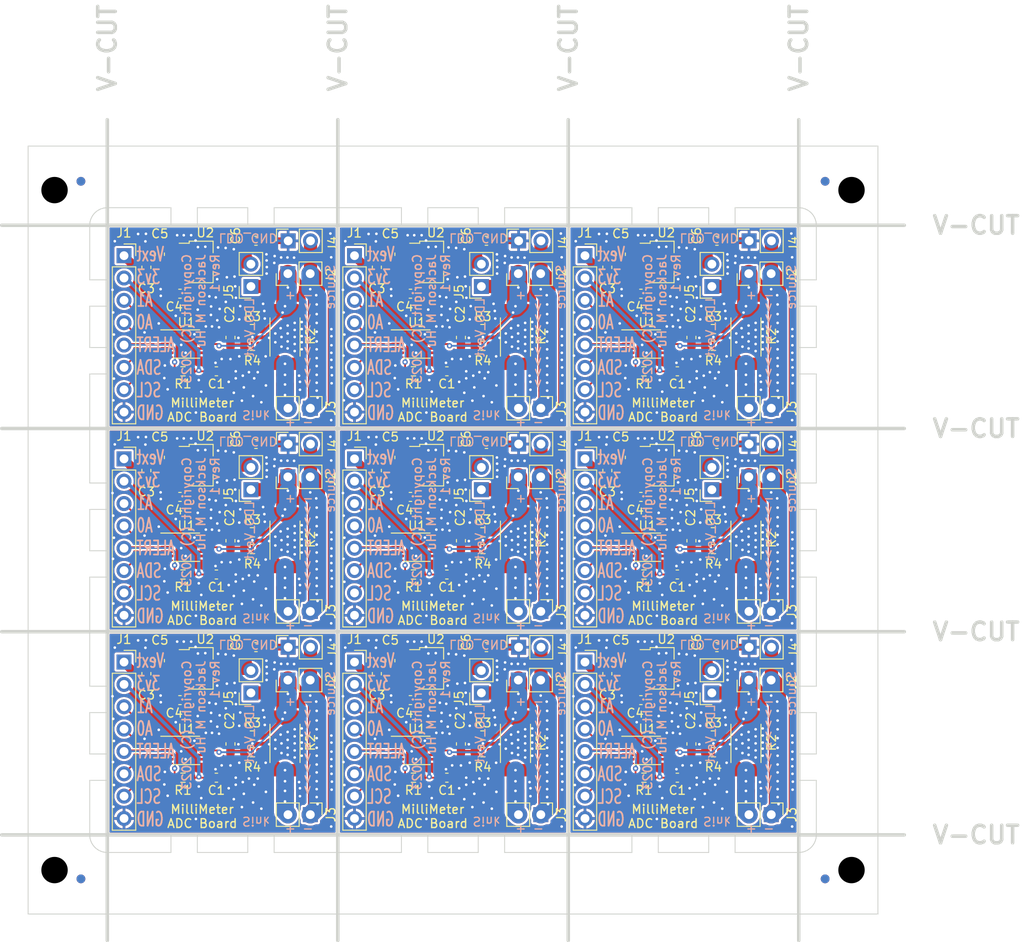
<source format=kicad_pcb>
(kicad_pcb (version 20211014) (generator pcbnew)
  (layers (0 "F.Cu" signal) (31 "B.Cu" signal) (34 "B.Paste" user) (35 "F.Paste" user) (36 "B.SilkS" user "B.Silkscreen") (37 "F.SilkS" user "F.Silkscreen") (38 "B.Mask" user) (39 "F.Mask" user) (44 "Edge.Cuts" user))
  (net 0 "")
  (net 1 "Board_0-+3.3VADC")
  (net 2 "Board_0-+3V3")
  (net 3 "Board_0-+5V")
  (net 4 "Board_0-A0")
  (net 5 "Board_0-A1")
  (net 6 "Board_0-ALERT")
  (net 7 "Board_0-GND")
  (net 8 "Board_0-IN+")
  (net 9 "Board_0-IN-")
  (net 10 "Board_0-Net-(J2-Pad2)")
  (net 11 "Board_0-Net-(J3-Pad2)")
  (net 12 "Board_0-SCL")
  (net 13 "Board_0-SDA")
  (net 14 "Board_0-VBUS")
  (net 15 "Board_1-+3.3VADC")
  (net 16 "Board_1-+3V3")
  (net 17 "Board_1-+5V")
  (net 18 "Board_1-A0")
  (net 19 "Board_1-A1")
  (net 20 "Board_1-ALERT")
  (net 21 "Board_1-GND")
  (net 22 "Board_1-IN+")
  (net 23 "Board_1-IN-")
  (net 24 "Board_1-Net-(J2-Pad2)")
  (net 25 "Board_1-Net-(J3-Pad2)")
  (net 26 "Board_1-SCL")
  (net 27 "Board_1-SDA")
  (net 28 "Board_1-VBUS")
  (net 29 "Board_2-+3.3VADC")
  (net 30 "Board_2-+3V3")
  (net 31 "Board_2-+5V")
  (net 32 "Board_2-A0")
  (net 33 "Board_2-A1")
  (net 34 "Board_2-ALERT")
  (net 35 "Board_2-GND")
  (net 36 "Board_2-IN+")
  (net 37 "Board_2-IN-")
  (net 38 "Board_2-Net-(J2-Pad2)")
  (net 39 "Board_2-Net-(J3-Pad2)")
  (net 40 "Board_2-SCL")
  (net 41 "Board_2-SDA")
  (net 42 "Board_2-VBUS")
  (net 43 "Board_3-+3.3VADC")
  (net 44 "Board_3-+3V3")
  (net 45 "Board_3-+5V")
  (net 46 "Board_3-A0")
  (net 47 "Board_3-A1")
  (net 48 "Board_3-ALERT")
  (net 49 "Board_3-GND")
  (net 50 "Board_3-IN+")
  (net 51 "Board_3-IN-")
  (net 52 "Board_3-Net-(J2-Pad2)")
  (net 53 "Board_3-Net-(J3-Pad2)")
  (net 54 "Board_3-SCL")
  (net 55 "Board_3-SDA")
  (net 56 "Board_3-VBUS")
  (net 57 "Board_4-+3.3VADC")
  (net 58 "Board_4-+3V3")
  (net 59 "Board_4-+5V")
  (net 60 "Board_4-A0")
  (net 61 "Board_4-A1")
  (net 62 "Board_4-ALERT")
  (net 63 "Board_4-GND")
  (net 64 "Board_4-IN+")
  (net 65 "Board_4-IN-")
  (net 66 "Board_4-Net-(J2-Pad2)")
  (net 67 "Board_4-Net-(J3-Pad2)")
  (net 68 "Board_4-SCL")
  (net 69 "Board_4-SDA")
  (net 70 "Board_4-VBUS")
  (net 71 "Board_5-+3.3VADC")
  (net 72 "Board_5-+3V3")
  (net 73 "Board_5-+5V")
  (net 74 "Board_5-A0")
  (net 75 "Board_5-A1")
  (net 76 "Board_5-ALERT")
  (net 77 "Board_5-GND")
  (net 78 "Board_5-IN+")
  (net 79 "Board_5-IN-")
  (net 80 "Board_5-Net-(J2-Pad2)")
  (net 81 "Board_5-Net-(J3-Pad2)")
  (net 82 "Board_5-SCL")
  (net 83 "Board_5-SDA")
  (net 84 "Board_5-VBUS")
  (net 85 "Board_6-+3.3VADC")
  (net 86 "Board_6-+3V3")
  (net 87 "Board_6-+5V")
  (net 88 "Board_6-A0")
  (net 89 "Board_6-A1")
  (net 90 "Board_6-ALERT")
  (net 91 "Board_6-GND")
  (net 92 "Board_6-IN+")
  (net 93 "Board_6-IN-")
  (net 94 "Board_6-Net-(J2-Pad2)")
  (net 95 "Board_6-Net-(J3-Pad2)")
  (net 96 "Board_6-SCL")
  (net 97 "Board_6-SDA")
  (net 98 "Board_6-VBUS")
  (net 99 "Board_7-+3.3VADC")
  (net 100 "Board_7-+3V3")
  (net 101 "Board_7-+5V")
  (net 102 "Board_7-A0")
  (net 103 "Board_7-A1")
  (net 104 "Board_7-ALERT")
  (net 105 "Board_7-GND")
  (net 106 "Board_7-IN+")
  (net 107 "Board_7-IN-")
  (net 108 "Board_7-Net-(J2-Pad2)")
  (net 109 "Board_7-Net-(J3-Pad2)")
  (net 110 "Board_7-SCL")
  (net 111 "Board_7-SDA")
  (net 112 "Board_7-VBUS")
  (net 113 "Board_8-+3.3VADC")
  (net 114 "Board_8-+3V3")
  (net 115 "Board_8-+5V")
  (net 116 "Board_8-A0")
  (net 117 "Board_8-A1")
  (net 118 "Board_8-ALERT")
  (net 119 "Board_8-GND")
  (net 120 "Board_8-IN+")
  (net 121 "Board_8-IN-")
  (net 122 "Board_8-Net-(J2-Pad2)")
  (net 123 "Board_8-Net-(J3-Pad2)")
  (net 124 "Board_8-SCL")
  (net 125 "Board_8-SDA")
  (net 126 "Board_8-VBUS")
  (footprint "Connector_PinSocket_2.54mm:PinSocket_1x02_P2.54mm_Vertical" (layer "F.Cu") (at 129.76 53.87 90)
    (fp_text reference "J4")
    (fp_text value "LDO_GND")
  )
  (footprint "Resistor_SMD:R_0603_1608Metric_Pad0.98x0.95mm_HandSolder" (layer "F.Cu") (at 170.2 91.8 180)
    (fp_text reference "R1")
    (fp_text value "10k")
  )
  (footprint "Capacitor_SMD:C_0603_1608Metric_Pad1.08x0.95mm_HandSolder" (layer "F.Cu") (at 113.64 79.98 90)
    (fp_text reference "C3")
    (fp_text value "10uF")
  )
  (footprint "Capacitor_SMD:C_0603_1608Metric_Pad1.08x0.95mm_HandSolder" (layer "F.Cu") (at 147.8 68.7 180)
    (fp_text reference "C1")
    (fp_text value "100nF")
  )
  (footprint "Package_TO_SOT_SMD:SOT-89-3_Handsoldering" (layer "F.Cu") (at 145.77 56.27)
    (fp_text reference "U2")
    (fp_text value "AMS1117/WL9005P3")
  )
  (footprint "Resistor_SMD:R_2512_6332Metric_Pad1.40x3.35mm_HandSolder" (layer "F.Cu") (at 129.4 41.7 90)
    (fp_text reference "R2")
    (fp_text value "0.05R")
  )
  (footprint "Package_TO_SOT_SMD:SOT-89-3_Handsoldering" (layer "F.Cu") (at 171.97 33.17)
    (fp_text reference "U2")
    (fp_text value "AMS1117/WL9005P3")
  )
  (footprint "Capacitor_SMD:C_0603_1608Metric_Pad1.08x0.95mm_HandSolder" (layer "F.Cu") (at 115.18 78.4925 90)
    (fp_text reference "C5")
    (fp_text value "0.1uF")
  )
  (footprint "Resistor_SMD:R_2512_6332Metric_Pad1.40x3.35mm_HandSolder" (layer "F.Cu") (at 181.8 87.9 90)
    (fp_text reference "R2")
    (fp_text value "0.05R")
  )
  (footprint "Capacitor_SMD:C_0603_1608Metric_Pad1.08x0.95mm_HandSolder" (layer "F.Cu") (at 139.84 56.88 90)
    (fp_text reference "C3")
    (fp_text value "10uF")
  )
  (footprint "Package_TO_SOT_SMD:SOT-89-3_Handsoldering" (layer "F.Cu") (at 145.77 33.17)
    (fp_text reference "U2")
    (fp_text value "AMS1117/WL9005P3")
  )
  (footprint "Capacitor_SMD:C_0603_1608Metric_Pad1.08x0.95mm_HandSolder" (layer "F.Cu") (at 167.58 78.4925 90)
    (fp_text reference "C5")
    (fp_text value "0.1uF")
  )
  (footprint "Capacitor_SMD:C_0603_1608Metric_Pad1.08x0.95mm_HandSolder" (layer "F.Cu") (at 175.6 87.9625 -90)
    (fp_text reference "C2")
    (fp_text value "100nF")
  )
  (footprint "Capacitor_SMD:C_0603_1608Metric_Pad1.08x0.95mm_HandSolder" (layer "F.Cu") (at 169.86 59.88)
    (fp_text reference "C4")
    (fp_text value "0.1uF")
  )
  (footprint "Connector_PinHeader_2.54mm:PinHeader_1x02_P2.54mm_Vertical" (layer "F.Cu") (at 132.28 72.9 -90)
    (fp_text reference "J3")
    (fp_text value "INPUT")
  )
  (footprint "Connector_PinSocket_2.54mm:PinSocket_1x02_P2.54mm_Vertical" (layer "F.Cu") (at 182.16 30.77 90)
    (fp_text reference "J4")
    (fp_text value "LDO_GND")
  )
  (footprint "Capacitor_SMD:C_0603_1608Metric_Pad1.08x0.95mm_HandSolder" (layer "F.Cu") (at 121.6 68.7 180)
    (fp_text reference "C1")
    (fp_text value "100nF")
  )
  (footprint "Connector_PinSocket_2.54mm:PinSocket_1x02_P2.54mm_Vertical" (layer "F.Cu") (at 125.525 82.16 180)
    (fp_text reference "J5")
    (fp_text value "LDO_VCC")
  )
  (footprint "Package_TO_SOT_SMD:SOT-89-3_Handsoldering" (layer "F.Cu") (at 119.57 56.27)
    (fp_text reference "U2")
    (fp_text value "AMS1117/WL9005P3")
  )
  (footprint "Connector_PinSocket_2.54mm:PinSocket_1x02_P2.54mm_Vertical" (layer "F.Cu") (at 125.525 59.06 180)
    (fp_text reference "J5")
    (fp_text value "LDO_VCC")
  )
  (footprint "Resistor_SMD:R_0603_1608Metric_Pad0.98x0.95mm_HandSolder" (layer "F.Cu") (at 151.9 87)
    (fp_text reference "R3")
    (fp_text value "47R")
  )
  (footprint "Connector_PinHeader_2.54mm:PinHeader_1x02_P2.54mm_Vertical" (layer "F.Cu") (at 129.725 80.7 90)
    (fp_text reference "J2")
    (fp_text value "OUTPUT")
  )
  (footprint "Connector_PinHeader_2.54mm:PinHeader_1x02_P2.54mm_Vertical" (layer "F.Cu") (at 184.68 96 -90)
    (fp_text reference "J3")
    (fp_text value "INPUT")
  )
  (footprint "Resistor_SMD:R_0603_1608Metric_Pad0.98x0.95mm_HandSolder" (layer "F.Cu") (at 178.1 88.9)
    (fp_text reference "R4")
    (fp_text value "47R")
  )
  (footprint "Package_SO:VSSOP-10_3x3mm_P0.5mm" (layer "F.Cu") (at 144.4 65.6)
    (fp_text reference "U1")
    (fp_text value "INA228")
  )
  (footprint "Connector_PinSocket_2.54mm:PinSocket_1x02_P2.54mm_Vertical" (layer "F.Cu") (at 129.76 76.97 90)
    (fp_text reference "J4")
    (fp_text value "LDO_GND")
  )
  (footprint "Package_SO:VSSOP-10_3x3mm_P0.5mm" (layer "F.Cu") (at 118.2 65.6)
    (fp_text reference "U1")
    (fp_text value "INA228")
  )
  (footprint "Connector_PinSocket_2.54mm:PinSocket_1x02_P2.54mm_Vertical" (layer "F.Cu") (at 151.725 82.16 180)
    (fp_text reference "J5")
    (fp_text value "LDO_VCC")
  )
  (footprint "Capacitor_SMD:C_0603_1608Metric_Pad1.08x0.95mm_HandSolder" (layer "F.Cu") (at 143.66 36.78)
    (fp_text reference "C4")
    (fp_text value "0.1uF")
  )
  (footprint "Resistor_SMD:R_0603_1608Metric_Pad0.98x0.95mm_HandSolder" (layer "F.Cu") (at 117.8 45.6 180)
    (fp_text reference "R1")
    (fp_text value "10k")
  )
  (footprint "Capacitor_SMD:C_0603_1608Metric_Pad1.08x0.95mm_HandSolder" (layer "F.Cu") (at 152.3 53.86)
    (fp_text reference "C6")
    (fp_text value "10uF")
  )
  (footprint "Resistor_SMD:R_2512_6332Metric_Pad1.40x3.35mm_HandSolder" (layer "F.Cu") (at 129.4 87.9 90)
    (fp_text reference "R2")
    (fp_text value "0.05R")
  )
  (footprint "Capacitor_SMD:C_0603_1608Metric_Pad1.08x0.95mm_HandSolder" (layer "F.Cu") (at 166.04 56.88 90)
    (fp_text reference "C3")
    (fp_text value "10uF")
  )
  (footprint "Capacitor_SMD:C_0603_1608Metric_Pad1.08x0.95mm_HandSolder" (layer "F.Cu") (at 113.64 33.78 90)
    (fp_text reference "C3")
    (fp_text value "10uF")
  )
  (footprint "Resistor_SMD:R_2512_6332Metric_Pad1.40x3.35mm_HandSolder" (layer "F.Cu") (at 155.6 41.7 90)
    (fp_text reference "R2")
    (fp_text value "0.05R")
  )
  (footprint "Capacitor_SMD:C_0603_1608Metric_Pad1.08x0.95mm_HandSolder" (layer "F.Cu") (at 139.84 79.98 90)
    (fp_text reference "C3")
    (fp_text value "10uF")
  )
  (footprint "Connector_PinHeader_2.54mm:PinHeader_1x02_P2.54mm_Vertical" (layer "F.Cu") (at 158.48 49.8 -90)
    (fp_text reference "J3")
    (fp_text value "INPUT")
  )
  (footprint "Capacitor_SMD:C_0603_1608Metric_Pad1.08x0.95mm_HandSolder" (layer "F.Cu") (at 149.4 64.8625 -90)
    (fp_text reference "C2")
    (fp_text value "100nF")
  )
  (footprint "Capacitor_SMD:C_0603_1608Metric_Pad1.08x0.95mm_HandSolder" (layer "F.Cu") (at 174 91.8 180)
    (fp_text reference "C1")
    (fp_text value "100nF")
  )
  (footprint "Capacitor_SMD:C_0603_1608Metric_Pad1.08x0.95mm_HandSolder" (layer "F.Cu") (at 143.66 59.88)
    (fp_text reference "C4")
    (fp_text value "0.1uF")
  )
  (footprint "Connector_PinSocket_2.54mm:PinSocket_1x08_P2.54mm_Vertical" (layer "F.Cu") (at 163.5 78.655)
    (fp_text reference "J1")
    (fp_text value "Comm")
  )
  (footprint "Capacitor_SMD:C_0603_1608Metric_Pad1.08x0.95mm_HandSolder" (layer "F.Cu") (at 152.3 30.76)
    (fp_text reference "C6")
    (fp_text value "10uF")
  )
  (footprint "Resistor_SMD:R_0603_1608Metric_Pad0.98x0.95mm_HandSolder" (layer "F.Cu") (at 125.7 42.7)
    (fp_text reference "R4")
    (fp_text value "47R")
  )
  (footprint "Connector_PinSocket_2.54mm:PinSocket_1x02_P2.54mm_Vertical" (layer "F.Cu") (at 177.925 82.16 180)
    (fp_text reference "J5")
    (fp_text value "LDO_VCC")
  )
  (footprint "Connector_PinSocket_2.54mm:PinSocket_1x02_P2.54mm_Vertical" (layer "F.Cu") (at 155.96 30.77 90)
    (fp_text reference "J4")
    (fp_text value "LDO_GND")
  )
  (footprint "Resistor_SMD:R_0603_1608Metric_Pad0.98x0.95mm_HandSolder" (layer "F.Cu") (at 151.9 40.8)
    (fp_text reference "R3")
    (fp_text value "47R")
  )
  (footprint "Resistor_SMD:R_2512_6332Metric_Pad1.40x3.35mm_HandSolder" (layer "F.Cu") (at 181.8 41.7 90)
    (fp_text reference "R2")
    (fp_text value "0.05R")
  )
  (footprint "Resistor_SMD:R_2512_6332Metric_Pad1.40x3.35mm_HandSolder" (layer "F.Cu") (at 181.8 64.8 90)
    (fp_text reference "R2")
    (fp_text value "0.05R")
  )
  (footprint "Connector_PinSocket_2.54mm:PinSocket_1x02_P2.54mm_Vertical" (layer "F.Cu") (at 129.76 30.77 90)
    (fp_text reference "J4")
    (fp_text value "LDO_GND")
  )
  (footprint "Resistor_SMD:R_0603_1608Metric_Pad0.98x0.95mm_HandSolder" (layer "F.Cu") (at 117.8 68.7 180)
    (fp_text reference "R1")
    (fp_text value "10k")
  )
  (footprint "Capacitor_SMD:C_0603_1608Metric_Pad1.08x0.95mm_HandSolder" (layer "F.Cu") (at 178.5 30.76)
    (fp_text reference "C6")
    (fp_text value "10uF")
  )
  (footprint "Package_SO:VSSOP-10_3x3mm_P0.5mm" (layer "F.Cu") (at 170.6 42.5)
    (fp_text reference "U1")
    (fp_text value "INA228")
  )
  (footprint "Connector_PinHeader_2.54mm:PinHeader_1x02_P2.54mm_Vertical" (layer "F.Cu") (at 155.925 34.5 90)
    (fp_text reference "J2")
    (fp_text value "OUTPUT")
  )
  (footprint "Capacitor_SMD:C_0603_1608Metric_Pad1.08x0.95mm_HandSolder" (layer "F.Cu") (at 166.04 33.78 90)
    (fp_text reference "C3")
    (fp_text value "10uF")
  )
  (footprint "Capacitor_SMD:C_0603_1608Metric_Pad1.08x0.95mm_HandSolder" (layer "F.Cu") (at 167.58 55.3925 90)
    (fp_text reference "C5")
    (fp_text value "0.1uF")
  )
  (footprint "Connector_PinHeader_2.54mm:PinHeader_1x02_P2.54mm_Vertical" (layer "F.Cu") (at 182.125 80.7 90)
    (fp_text reference "J2")
    (fp_text value "OUTPUT")
  )
  (footprint "Capacitor_SMD:C_0603_1608Metric_Pad1.08x0.95mm_HandSolder" (layer "F.Cu") (at 141.38 55.3925 90)
    (fp_text reference "C5")
    (fp_text value "0.1uF")
  )
  (footprint "Capacitor_SMD:C_0603_1608Metric_Pad1.08x0.95mm_HandSolder" (layer "F.Cu") (at 166.04 79.98 90)
    (fp_text reference "C3")
    (fp_text value "10uF")
  )
  (footprint "Capacitor_SMD:C_0603_1608Metric_Pad1.08x0.95mm_HandSolder" (layer "F.Cu") (at 152.3 76.96)
    (fp_text reference "C6")
    (fp_text value "10uF")
  )
  (footprint "Capacitor_SMD:C_0603_1608Metric_Pad1.08x0.95mm_HandSolder" (layer "F.Cu") (at 143.66 82.98)
    (fp_text reference "C4")
    (fp_text value "0.1uF")
  )
  (footprint "Resistor_SMD:R_0603_1608Metric_Pad0.98x0.95mm_HandSolder" (layer "F.Cu") (at 151.9 42.7)
    (fp_text reference "R4")
    (fp_text value "47R")
  )
  (footprint "Resistor_SMD:R_0603_1608Metric_Pad0.98x0.95mm_HandSolder" (layer "F.Cu") (at 125.7 88.9)
    (fp_text reference "R4")
    (fp_text value "47R")
  )
  (footprint "Capacitor_SMD:C_0603_1608Metric_Pad1.08x0.95mm_HandSolder" (layer "F.Cu") (at 178.5 76.96)
    (fp_text reference "C6")
    (fp_text value "10uF")
  )
  (footprint "Capacitor_SMD:C_0603_1608Metric_Pad1.08x0.95mm_HandSolder" (layer "F.Cu") (at 174 45.6 180)
    (fp_text reference "C1")
    (fp_text value "100nF")
  )
  (footprint "Capacitor_SMD:C_0603_1608Metric_Pad1.08x0.95mm_HandSolder" (layer "F.Cu") (at 167.58 32.2925 90)
    (fp_text reference "C5")
    (fp_text value "0.1uF")
  )
  (footprint "Resistor_SMD:R_0603_1608Metric_Pad0.98x0.95mm_HandSolder" (layer "F.Cu") (at 151.9 88.9)
    (fp_text reference "R4")
    (fp_text value "47R")
  )
  (footprint "Resistor_SMD:R_2512_6332Metric_Pad1.40x3.35mm_HandSolder" (layer "F.Cu") (at 155.6 87.9 90)
    (fp_text reference "R2")
    (fp_text value "0.05R")
  )
  (footprint "Package_SO:VSSOP-10_3x3mm_P0.5mm" (layer "F.Cu") (at 144.4 42.5)
    (fp_text reference "U1")
    (fp_text value "INA228")
  )
  (footprint "NPTH" (layer "F.Cu") (at 103.2 25)
    (fp_text reference "REF**" hide)
    (fp_text value "NPTH" hide)
  )
  (footprint "Package_TO_SOT_SMD:SOT-89-3_Handsoldering" (layer "F.Cu") (at 145.77 79.37)
    (fp_text reference "U2")
    (fp_text value "AMS1117/WL9005P3")
  )
  (footprint "Capacitor_SMD:C_0603_1608Metric_Pad1.08x0.95mm_HandSolder" (layer "F.Cu") (at 117.46 82.98)
    (fp_text reference "C4")
    (fp_text value "0.1uF")
  )
  (footprint "Fiducial" (layer "F.Cu") (at 106.2 24)
    (fp_text reference "REF**" hide)
    (fp_text value "Fiducial" hide)
  )
  (footprint "Capacitor_SMD:C_0603_1608Metric_Pad1.08x0.95mm_HandSolder" (layer "F.Cu") (at 141.38 78.4925 90)
    (fp_text reference "C5")
    (fp_text value "0.1uF")
  )
  (footprint "Capacitor_SMD:C_0603_1608Metric_Pad1.08x0.95mm_HandSolder" (layer "F.Cu") (at 113.64 56.88 90)
    (fp_text reference "C3")
    (fp_text value "10uF")
  )
  (footprint "Connector_PinHeader_2.54mm:PinHeader_1x02_P2.54mm_Vertical" (layer "F.Cu") (at 132.28 96 -90)
    (fp_text reference "J3")
    (fp_text value "INPUT")
  )
  (footprint "Capacitor_SMD:C_0603_1608Metric_Pad1.08x0.95mm_HandSolder" (layer "F.Cu") (at 141.38 32.2925 90)
    (fp_text reference "C5")
    (fp_text value "0.1uF")
  )
  (footprint "Capacitor_SMD:C_0603_1608Metric_Pad1.08x0.95mm_HandSolder" (layer "F.Cu") (at 175.6 41.7625 -90)
    (fp_text reference "C2")
    (fp_text value "100nF")
  )
  (footprint "Capacitor_SMD:C_0603_1608Metric_Pad1.08x0.95mm_HandSolder" (layer "F.Cu") (at 121.6 91.8 180)
    (fp_text reference "C1")
    (fp_text value "100nF")
  )
  (footprint "Connector_PinHeader_2.54mm:PinHeader_1x02_P2.54mm_Vertical" (layer "F.Cu") (at 182.125 57.6 90)
    (fp_text reference "J2")
    (fp_text value "OUTPUT")
  )
  (footprint "Connector_PinSocket_2.54mm:PinSocket_1x02_P2.54mm_Vertical" (layer "F.Cu") (at 182.16 76.97 90)
    (fp_text reference "J4")
    (fp_text value "LDO_GND")
  )
  (footprint "Connector_PinHeader_2.54mm:PinHeader_1x02_P2.54mm_Vertical" (layer "F.Cu") (at 155.925 57.6 90)
    (fp_text reference "J2")
    (fp_text value "OUTPUT")
  )
  (footprint "Connector_PinSocket_2.54mm:PinSocket_1x08_P2.54mm_Vertical" (layer "F.Cu") (at 111.1 78.655)
    (fp_text reference "J1")
    (fp_text value "Comm")
  )
  (footprint "Connector_PinSocket_2.54mm:PinSocket_1x02_P2.54mm_Vertical" (layer "F.Cu") (at 177.925 35.96 180)
    (fp_text reference "J5")
    (fp_text value "LDO_VCC")
  )
  (footprint "Resistor_SMD:R_0603_1608Metric_Pad0.98x0.95mm_HandSolder" (layer "F.Cu") (at 117.8 91.8 180)
    (fp_text reference "R1")
    (fp_text value "10k")
  )
  (footprint "Package_TO_SOT_SMD:SOT-89-3_Handsoldering" (layer "F.Cu") (at 171.97 56.27)
    (fp_text reference "U2")
    (fp_text value "AMS1117/WL9005P3")
  )
  (footprint "Connector_PinSocket_2.54mm:PinSocket_1x02_P2.54mm_Vertical" (layer "F.Cu") (at 151.725 59.06 180)
    (fp_text reference "J5")
    (fp_text value "LDO_VCC")
  )
  (footprint "Package_SO:VSSOP-10_3x3mm_P0.5mm" (layer "F.Cu") (at 170.6 88.7)
    (fp_text reference "U1")
    (fp_text value "INA228")
  )
  (footprint "Resistor_SMD:R_0603_1608Metric_Pad0.98x0.95mm_HandSolder" (layer "F.Cu") (at 170.2 68.7 180)
    (fp_text reference "R1")
    (fp_text value "10k")
  )
  (footprint "Connector_PinHeader_2.54mm:PinHeader_1x02_P2.54mm_Vertical" (layer "F.Cu") (at 132.28 49.8 -90)
    (fp_text reference "J3")
    (fp_text value "INPUT")
  )
  (footprint "Capacitor_SMD:C_0603_1608Metric_Pad1.08x0.95mm_HandSolder" (layer "F.Cu") (at 126.1 76.96)
    (fp_text reference "C6")
    (fp_text value "10uF")
  )
  (footprint "Resistor_SMD:R_0603_1608Metric_Pad0.98x0.95mm_HandSolder" (layer "F.Cu") (at 125.7 63.9)
    (fp_text reference "R3")
    (fp_text value "47R")
  )
  (footprint "Package_SO:VSSOP-10_3x3mm_P0.5mm" (layer "F.Cu") (at 118.2 88.7)
    (fp_text reference "U1")
    (fp_text value "INA228")
  )
  (footprint "Capacitor_SMD:C_0603_1608Metric_Pad1.08x0.95mm_HandSolder" (layer "F.Cu") (at 175.6 64.8625 -90)
    (fp_text reference "C2")
    (fp_text value "100nF")
  )
  (footprint "Connector_PinSocket_2.54mm:PinSocket_1x02_P2.54mm_Vertical" (layer "F.Cu") (at 151.725 35.96 180)
    (fp_text reference "J5")
    (fp_text value "LDO_VCC")
  )
  (footprint "Capacitor_SMD:C_0603_1608Metric_Pad1.08x0.95mm_HandSolder" (layer "F.Cu") (at 126.1 30.76)
    (fp_text reference "C6")
    (fp_text value "10uF")
  )
  (footprint "NPTH" (layer "F.Cu") (at 193.8 102.3)
    (fp_text reference "REF**" hide)
    (fp_text value "NPTH" hide)
  )
  (footprint "Connector_PinSocket_2.54mm:PinSocket_1x08_P2.54mm_Vertical" (layer "F.Cu") (at 137.3 78.655)
    (fp_text reference "J1")
    (fp_text value "Comm")
  )
  (footprint "Connector_PinHeader_2.54mm:PinHeader_1x02_P2.54mm_Vertical" (layer "F.Cu") (at 155.925 80.7 90)
    (fp_text reference "J2")
    (fp_text value "OUTPUT")
  )
  (footprint "Resistor_SMD:R_2512_6332Metric_Pad1.40x3.35mm_HandSolder" (layer "F.Cu") (at 129.4 64.8 90)
    (fp_text reference "R2")
    (fp_text value "0.05R")
  )
  (footprint "Capacitor_SMD:C_0603_1608Metric_Pad1.08x0.95mm_HandSolder" (layer "F.Cu") (at 139.84 33.78 90)
    (fp_text reference "C3")
    (fp_text value "10uF")
  )
  (footprint "Capacitor_SMD:C_0603_1608Metric_Pad1.08x0.95mm_HandSolder" (layer "F.Cu") (at 117.46 59.88)
    (fp_text reference "C4")
    (fp_text value "0.1uF")
  )
  (footprint "Connector_PinSocket_2.54mm:PinSocket_1x02_P2.54mm_Vertical" (layer "F.Cu") (at 155.96 53.87 90)
    (fp_text reference "J4")
    (fp_text value "LDO_GND")
  )
  (footprint "Connector_PinSocket_2.54mm:PinSocket_1x08_P2.54mm_Vertical" (layer "F.Cu") (at 137.3 55.555)
    (fp_text reference "J1")
    (fp_text value "Comm")
  )
  (footprint "Resistor_SMD:R_0603_1608Metric_Pad0.98x0.95mm_HandSolder" (layer "F.Cu") (at 151.9 65.8)
    (fp_text reference "R4")
    (fp_text value "47R")
  )
  (footprint "NPTH" (layer "F.Cu") (at 193.8 25)
    (fp_text reference "REF**" hide)
    (fp_text value "NPTH" hide)
  )
  (footprint "Capacitor_SMD:C_0603_1608Metric_Pad1.08x0.95mm_HandSolder" (layer "F.Cu") (at 115.18 32.2925 90)
    (fp_text reference "C5")
    (fp_text value "0.1uF")
  )
  (footprint "Package_TO_SOT_SMD:SOT-89-3_Handsoldering" (layer "F.Cu") (at 119.57 79.37)
    (fp_text reference "U2")
    (fp_text value "AMS1117/WL9005P3")
  )
  (footprint "Capacitor_SMD:C_0603_1608Metric_Pad1.08x0.95mm_HandSolder" (layer "F.Cu") (at 121.6 45.6 180)
    (fp_text reference "C1")
    (fp_text value "100nF")
  )
  (footprint "Resistor_SMD:R_0603_1608Metric_Pad0.98x0.95mm_HandSolder" (layer "F.Cu") (at 178.1 65.8)
    (fp_text reference "R4")
    (fp_text value "47R")
  )
  (footprint "Package_SO:VSSOP-10_3x3mm_P0.5mm" (layer "F.Cu") (at 118.2 42.5)
    (fp_text reference "U1")
    (fp_text value "INA228")
  )
  (footprint "Connector_PinSocket_2.54mm:PinSocket_1x08_P2.54mm_Vertical" (layer "F.Cu") (at 163.5 55.555)
    (fp_text reference "J1")
    (fp_text value "Comm")
  )
  (footprint "Connector_PinSocket_2.54mm:PinSocket_1x02_P2.54mm_Vertical" (layer "F.Cu") (at 177.925 59.06 180)
    (fp_text reference "J5")
    (fp_text value "LDO_VCC")
  )
  (footprint "Package_SO:VSSOP-10_3x3mm_P0.5mm" (layer "F.Cu") (at 144.4 88.7)
    (fp_text reference "U1")
    (fp_text value "INA228")
  )
  (footprint "Resistor_SMD:R_0603_1608Metric_Pad0.98x0.95mm_HandSolder" (layer "F.Cu") (at 178.1 40.8)
    (fp_text reference "R3")
    (fp_text value "47R")
  )
  (footprint "Capacitor_SMD:C_0603_1608Metric_Pad1.08x0.95mm_HandSolder" (layer "F.Cu") (at 115.18 55.3925 90)
    (fp_text reference "C5")
    (fp_text value "0.1uF")
  )
  (footprint "Fiducial" (layer "F.Cu") (at 190.8 103.3)
    (fp_text reference "REF**" hide)
    (fp_text value "Fiducial" hide)
  )
  (footprint "Resistor_SMD:R_0603_1608Metric_Pad0.98x0.95mm_HandSolder" (layer "F.Cu") (at 125.7 65.8)
    (fp_text reference "R4")
    (fp_text value "47R")
  )
  (footprint "Capacitor_SMD:C_0603_1608Metric_Pad1.08x0.95mm_HandSolder" (layer "F.Cu") (at 126.1 53.86)
    (fp_text reference "C6")
    (fp_text value "10uF")
  )
  (footprint "Connector_PinHeader_2.54mm:PinHeader_1x02_P2.54mm_Vertical" (layer "F.Cu") (at 129.725 34.5 90)
    (fp_text reference "J2")
    (fp_text value "OUTPUT")
  )
  (footprint "Capacitor_SMD:C_0603_1608Metric_Pad1.08x0.95mm_HandSolder" (layer "F.Cu") (at 147.8 45.6 180)
    (fp_text reference "C1")
    (fp_text value "100nF")
  )
  (footprint "Fiducial" (layer "F.Cu") (at 190.8 24)
    (fp_text reference "REF**" hide)
    (fp_text value "Fiducial" hide)
  )
  (footprint "Resistor_SMD:R_0603_1608Metric_Pad0.98x0.95mm_HandSolder" (layer "F.Cu") (at 144 45.6 180)
    (fp_text reference "R1")
    (fp_text value "10k")
  )
  (footprint "Connector_PinSocket_2.54mm:PinSocket_1x08_P2.54mm_Vertical" (layer "F.Cu") (at 111.1 32.455)
    (fp_text reference "J1")
    (fp_text value "Comm")
  )
  (footprint "Resistor_SMD:R_0603_1608Metric_Pad0.98x0.95mm_HandSolder" (layer "F.Cu") (at 170.2 45.6 180)
    (fp_text reference "R1")
    (fp_text value "10k")
  )
  (footprint "Connector_PinHeader_2.54mm:PinHeader_1x02_P2.54mm_Vertical" (layer "F.Cu") (at 184.68 72.9 -90)
    (fp_text reference "J3")
    (fp_text value "INPUT")
  )
  (footprint "Resistor_SMD:R_0603_1608Metric_Pad0.98x0.95mm_HandSolder" (layer "F.Cu") (at 178.1 87)
    (fp_text reference "R3")
    (fp_text value "47R")
  )
  (footprint "Connector_PinHeader_2.54mm:PinHeader_1x02_P2.54mm_Vertical" (layer "F.Cu") (at 129.725 57.6 90)
    (fp_text reference "J2")
    (fp_text value "OUTPUT")
  )
  (footprint "Package_TO_SOT_SMD:SOT-89-3_Handsoldering" (layer "F.Cu") (at 119.57 33.17)
    (fp_text reference "U2")
    (fp_text value "AMS1117/WL9005P3")
  )
  (footprint "Resistor_SMD:R_0603_1608Metric_Pad0.98x0.95mm_HandSolder" (layer "F.Cu") (at 151.9 63.9)
    (fp_text reference "R3")
    (fp_text value "47R")
  )
  (footprint "Connector_PinHeader_2.54mm:PinHeader_1x02_P2.54mm_Vertical" (layer "F.Cu") (at 182.125 34.5 90)
    (fp_text reference "J2")
    (fp_text value "OUTPUT")
  )
  (footprint "Connector_PinHeader_2.54mm:PinHeader_1x02_P2.54mm_Vertical" (layer "F.Cu") (at 158.48 72.9 -90)
    (fp_text reference "J3")
    (fp_text value "INPUT")
  )
  (footprint "Capacitor_SMD:C_0603_1608Metric_Pad1.08x0.95mm_HandSolder" (layer "F.Cu") (at 149.4 87.9625 -90)
    (fp_text reference "C2")
    (fp_text value "100nF")
  )
  (footprint "Capacitor_SMD:C_0603_1608Metric_Pad1.08x0.95mm_HandSolder" (layer "F.Cu") (at 149.4 41.7625 -90)
    (fp_text reference "C2")
    (fp_text value "100nF")
  )
  (footprint "Connector_PinSocket_2.54mm:PinSocket_1x02_P2.54mm_Vertical" (layer "F.Cu") (at 125.525 35.96 180)
    (fp_text reference "J5")
    (fp_text value "LDO_VCC")
  )
  (footprint "Capacitor_SMD:C_0603_1608Metric_Pad1.08x0.95mm_HandSolder" (layer "F.Cu") (at 174 68.7 180)
    (fp_text reference "C1")
    (fp_text value "100nF")
  )
  (footprint "Capacitor_SMD:C_0603_1608Metric_Pad1.08x0.95mm_HandSolder" (layer "F.Cu") (at 123.2 87.9625 -90)
    (fp_text reference "C2")
    (fp_text value "100nF")
  )
  (footprint "Capacitor_SMD:C_0603_1608Metric_Pad1.08x0.95mm_HandSolder" (layer "F.Cu") (at 117.46 36.78)
    (fp_text reference "C4")
    (fp_text value "0.1uF")
  )
  (footprint "Connector_PinSocket_2.54mm:PinSocket_1x02_P2.54mm_Vertical" (layer "F.Cu") (at 182.16 53.87 90)
    (fp_text reference "J4")
    (fp_text value "LDO_GND")
  )
  (footprint "Fiducial" (layer "F.Cu") (at 106.2 103.3)
    (fp_text reference "REF**" hide)
    (fp_text value "Fiducial" hide)
  )
  (footprint "Resistor_SMD:R_0603_1608Metric_Pad0.98x0.95mm_HandSolder" (layer "F.Cu") (at 144 91.8 180)
    (fp_text reference "R1")
    (fp_text value "10k")
  )
  (footprint "Connector_PinSocket_2.54mm:PinSocket_1x08_P2.54mm_Vertical" (layer "F.Cu") (at 111.1 55.555)
    (fp_text reference "J1")
    (fp_text value "Comm")
  )
  (footprint "Connector_PinHeader_2.54mm:PinHeader_1x02_P2.54mm_Vertical" (layer "F.Cu") (at 158.48 96 -90)
    (fp_text reference "J3")
    (fp_text value "INPUT")
  )
  (footprint "Capacitor_SMD:C_0603_1608Metric_Pad1.08x0.95mm_HandSolder" (layer "F.Cu") (at 169.86 36.78)
    (fp_text reference "C4")
    (fp_text value "0.1uF")
  )
  (footprint "Capacitor_SMD:C_0603_1608Metric_Pad1.08x0.95mm_HandSolder" (layer "F.Cu") (at 123.2 64.8625 -90)
    (fp_text reference "C2")
    (fp_text value "100nF")
  )
  (footprint "Package_TO_SOT_SMD:SOT-89-3_Handsoldering" (layer "F.Cu") (at 171.97 79.37)
    (fp_text reference "U2")
    (fp_text value "AMS1117/WL9005P3")
  )
  (footprint "Resistor_SMD:R_2512_6332Metric_Pad1.40x3.35mm_HandSolder" (layer "F.Cu") (at 155.6 64.8 90)
    (fp_text reference "R2")
    (fp_text value "0.05R")
  )
  (footprint "NPTH" (layer "F.Cu") (at 103.2 102.3)
    (fp_text reference "REF**" hide)
    (fp_text value "NPTH" hide)
  )
  (footprint "Capacitor_SMD:C_0603_1608Metric_Pad1.08x0.95mm_HandSolder" (layer "F.Cu") (at 169.86 82.98)
    (fp_text reference "C4")
    (fp_text value "0.1uF")
  )
  (footprint "Connector_PinSocket_2.54mm:PinSocket_1x08_P2.54mm_Vertical" (layer "F.Cu") (at 163.5 32.455)
    (fp_text reference "J1")
    (fp_text value "Comm")
  )
  (footprint "Resistor_SMD:R_0603_1608Metric_Pad0.98x0.95mm_HandSolder" (layer "F.Cu") (at 178.1 63.9)
    (fp_text reference "R3")
    (fp_text value "47R")
  )
  (footprint "Resistor_SMD:R_0603_1608Metric_Pad0.98x0.95mm_HandSolder" (layer "F.Cu") (at 125.7 87)
    (fp_text reference "R3")
    (fp_text value "47R")
  )
  (footprint "Capacitor_SMD:C_0603_1608Metric_Pad1.08x0.95mm_HandSolder" (layer "F.Cu") (at 147.8 91.8 180)
    (fp_text reference "C1")
    (fp_text value "100nF")
  )
  (footprint "Capacitor_SMD:C_0603_1608Metric_Pad1.08x0.95mm_HandSolder" (layer "F.Cu") (at 123.2 41.7625 -90)
    (fp_text reference "C2")
    (fp_text value "100nF")
  )
  (footprint "Resistor_SMD:R_0603_1608Metric_Pad0.98x0.95mm_HandSolder" (layer "F.Cu") (at 125.7 40.8)
    (fp_text reference "R3")
    (fp_text value "47R")
  )
  (footprint "Resistor_SMD:R_0603_1608Metric_Pad0.98x0.95mm_HandSolder" (layer "F.Cu") (at 178.1 42.7)
    (fp_text reference "R4")
    (fp_text value "47R")
  )
  (footprint "Package_SO:VSSOP-10_3x3mm_P0.5mm" (layer "F.Cu") (at 170.6 65.6)
    (fp_text reference "U1")
    (fp_text value "INA228")
  )
  (footprint "Capacitor_SMD:C_0603_1608Metric_Pad1.08x0.95mm_HandSolder" (layer "F.Cu") (at 178.5 53.86)
    (fp_text reference "C6")
    (fp_text value "10uF")
  )
  (footprint "Connector_PinSocket_2.54mm:PinSocket_1x02_P2.54mm_Vertical" (layer "F.Cu") (at 155.96 76.97 90)
    (fp_text reference "J4")
    (fp_text value "LDO_GND")
  )
  (footprint "Connector_PinSocket_2.54mm:PinSocket_1x08_P2.54mm_Vertical" (layer "F.Cu") (at 137.3 32.455)
    (fp_text reference "J1")
    (fp_text value "Comm")
  )
  (footprint "Resistor_SMD:R_0603_1608Metric_Pad0.98x0.95mm_HandSolder" (layer "F.Cu") (at 144 68.7 180)
    (fp_text reference "R1")
    (fp_text value "10k")
  )
  (footprint "Connector_PinHeader_2.54mm:PinHeader_1x02_P2.54mm_Vertical" (layer "F.Cu") (at 184.68 49.8 -90)
    (fp_text reference "J3")
    (fp_text value "INPUT")
  )
  (footprint "Fiducial" (layer "B.Cu") (at 190.8 103.3)
    (fp_text reference "REF**" hide)
    (fp_text value "Fiducial" hide)
  )
  (footprint "Fiducial" (layer "B.Cu") (at 106.2 103.3)
    (fp_text reference "REF**" hide)
    (fp_text value "Fiducial" hide)
  )
  (footprint "Fiducial" (layer "B.Cu") (at 106.2 24)
    (fp_text reference "REF**" hide)
    (fp_text value "Fiducial" hide)
  )
  (footprint "Fiducial" (layer "B.Cu") (at 190.8 24)
    (fp_text reference "REF**" hide)
    (fp_text value "Fiducial" hide)
  )
  (gr_line (start 109.2 98.3) (end 116.433333 98.3) (layer "Edge.Cuts") (width 0.1))
  (gr_line (start 188.742793 27.236157) (end 188.91114 27.33706) (layer "Edge.Cuts") (width 0.1))
  (gr_line (start 108.809819 100.26157) (end 108.61943 100.21388) (layer "Edge.Cuts") (width 0.1))
  (gr_line (start 188.565366 27.15224) (end 188.742793 27.236157) (layer "Edge.Cuts") (width 0.1))
  (gr_line (start 189.8 66) (end 187.8 66) (layer "Edge.Cuts") (width 0.1))
  (gr_line (start 187.8 84.4) (end 187.8 84.4) (layer "Edge.Cuts") (width 0.1))
  (gr_line (start 107.2 84.4) (end 109.2 84.4) (layer "Edge.Cuts") (width 0.1))
  (gr_line (start 109.2 61.3) (end 109.2 66) (layer "Edge.Cuts") (width 0.1))
  (gr_line (start 109.2 75.2) (end 109.2 75.2) (layer "Edge.Cuts") (width 0.1))
  (gr_line (start 107.931213 99.84602) (end 107.785786 99.714213) (layer "Edge.Cuts") (width 0.1))
  (gr_line (start 109.2 66) (end 109.2 66) (layer "Edge.Cuts") (width 0.1))
  (gr_line (start 109.2 69) (end 109.2 75.2) (layer "Edge.Cuts") (width 0.1))
  (gr_line (start 142.633333 27) (end 142.633333 29) (layer "Edge.Cuts") (width 0.1))
  (gr_line (start 100.2 20) (end 100.2 107.3) (layer "Edge.Cuts") (width 0.1))
  (gr_line (start 107.436157 99.242793) (end 107.35224 99.065366) (layer "Edge.Cuts") (width 0.1))
  (gr_line (start 125.166666 98.3) (end 125.166666 100.3) (layer "Edge.Cuts") (width 0.1))
  (gr_line (start 107.2 35.2) (end 107.2 29) (layer "Edge.Cuts") (width 0.1))
  (gr_line (start 188.91114 99.962939) (end 188.742793 100.063842) (layer "Edge.Cuts") (width 0.1))
  (gr_line (start 135.4 17) (end 135.4 110.3) (layer "Edge.Cuts") (width 0.4))
  (gr_line (start 109.2 92.1) (end 109.2 98.3) (layer "Edge.Cuts") (width 0.1))
  (gr_line (start 171.833333 27) (end 177.566666 27) (layer "Edge.Cuts") (width 0.1))
  (gr_line (start 171.833333 98.3) (end 177.566666 98.3) (layer "Edge.Cuts") (width 0.1))
  (gr_line (start 107.20963 98.496034) (end 107.2 98.3) (layer "Edge.Cuts") (width 0.1))
  (gr_line (start 189.790369 28.803965) (end 189.8 29) (layer "Edge.Cuts") (width 0.1))
  (gr_line (start 107.653979 27.731213) (end 107.785786 27.585786) (layer "Edge.Cuts") (width 0.1))
  (gr_line (start 188.91114 27.33706) (end 189.068786 27.453979) (layer "Edge.Cuts") (width 0.1))
  (gr_line (start 108.257206 27.236157) (end 108.434633 27.15224) (layer "Edge.Cuts") (width 0.1))
  (gr_line (start 135.4 98.3) (end 135.4 98.3) (layer "Edge.Cuts") (width 0.1))
  (gr_line (start 109.2 81.4) (end 107.2 81.4) (layer "Edge.Cuts") (width 0.1))
  (gr_line (start 107.286119 98.880569) (end 107.238429 98.69018) (layer "Edge.Cuts") (width 0.1))
  (gr_line (start 108.257206 100.063842) (end 108.088859 99.962939) (layer "Edge.Cuts") (width 0.1))
  (gr_line (start 107.2 29) (end 107.20963 28.803965) (layer "Edge.Cuts") (width 0.1))
  (gr_line (start 107.53706 99.41114) (end 107.436157 99.242793) (layer "Edge.Cuts") (width 0.1))
  (gr_line (start 187.996034 100.290369) (end 187.8 100.3) (layer "Edge.Cuts") (width 0.1))
  (gr_line (start 107.2 61.3) (end 109.2 61.3) (layer "Edge.Cuts") (width 0.1))
  (gr_line (start 107.286119 28.41943) (end 107.35224 28.234633) (layer "Edge.Cuts") (width 0.1))
  (gr_line (start 108.434633 100.147759) (end 108.257206 100.063842) (layer "Edge.Cuts") (width 0.1))
  (gr_line (start 109.2 89.1) (end 109.2 89.1) (layer "Edge.Cuts") (width 0.1))
  (gr_line (start 145.633333 98.3) (end 151.366666 98.3) (layer "Edge.Cuts") (width 0.1))
  (gr_line (start 180.566666 100.3) (end 180.566666 98.3) (layer "Edge.Cuts") (width 0.1))
  (gr_line (start 189.8 38.2) (end 189.8 42.9) (layer "Edge.Cuts") (width 0.1))
  (gr_line (start 189.563842 99.242793) (end 189.462939 99.41114) (layer "Edge.Cuts") (width 0.1))
  (gr_line (start 145.633333 100.3) (end 145.633333 98.3) (layer "Edge.Cuts") (width 0.1))
  (gr_line (start 189.8 89.1) (end 187.8 89.1) (layer "Edge.Cuts") (width 0.1))
  (gr_line (start 180.566666 98.3) (end 187.8 98.3) (layer "Edge.Cuts") (width 0.1))
  (gr_line (start 171.833333 29) (end 171.833333 27) (layer "Edge.Cuts") (width 0.1))
  (gr_line (start 119.433333 27) (end 125.166666 27) (layer "Edge.Cuts") (width 0.1))
  (gr_line (start 187.996034 27.00963) (end 188.19018 27.038429) (layer "Edge.Cuts") (width 0.1))
  (gr_line (start 187.8 29) (end 187.8 29) (layer "Edge.Cuts") (width 0.1))
  (gr_line (start 189.8 98.3) (end 189.790369 98.496034) (layer "Edge.Cuts") (width 0.1))
  (gr_line (start 187.8 61.3) (end 189.8 61.3) (layer "Edge.Cuts") (width 0.1))
  (gr_line (start 151.366666 100.3) (end 145.633333 100.3) (layer "Edge.Cuts") (width 0.1))
  (gr_line (start 108.61943 27.086119) (end 108.809819 27.038429) (layer "Edge.Cuts") (width 0.1))
  (gr_line (start 189.34602 27.731213) (end 189.462939 27.888859) (layer "Edge.Cuts") (width 0.1))
  (gr_line (start 116.433333 98.3) (end 116.433333 100.3) (layer "Edge.Cuts") (width 0.1))
  (gr_line (start 168.833333 29) (end 161.6 29) (layer "Edge.Cuts") (width 0.1))
  (gr_line (start 109.2 89.1) (end 107.2 89.1) (layer "Edge.Cuts") (width 0.1))
  (gr_line (start 107.931213 27.453979) (end 108.088859 27.33706) (layer "Edge.Cuts") (width 0.1))
  (gr_line (start 161.6 98.3) (end 161.6 98.3) (layer "Edge.Cuts") (width 0.1))
  (gr_line (start 109.2 29) (end 109.2 29) (layer "Edge.Cuts") (width 0.1))
  (gr_line (start 189.790369 98.496034) (end 189.76157 98.69018) (layer "Edge.Cuts") (width 0.1))
  (gr_line (start 161.6 29) (end 154.366666 29) (layer "Edge.Cuts") (width 0.1))
  (gr_line (start 109.2 35.2) (end 107.2 35.2) (layer "Edge.Cuts") (width 0.1))
  (gr_line (start 189.647759 99.065366) (end 189.563842 99.242793) (layer "Edge.Cuts") (width 0.1))
  (gr_line (start 107.2 92.1) (end 109.2 92.1) (layer "Edge.Cuts") (width 0.1))
  (gr_line (start 187.8 69) (end 189.8 69) (layer "Edge.Cuts") (width 0.1))
  (gr_line (start 107.2 69) (end 109.2 69) (layer "Edge.Cuts") (width 0.1))
  (gr_line (start 187.8 98.3) (end 187.8 92.1) (layer "Edge.Cuts") (width 0.1))
  (gr_line (start 187.8 42.9) (end 187.8 38.2) (layer "Edge.Cuts") (width 0.1))
  (gr_line (start 108.434633 27.15224) (end 108.61943 27.086119) (layer "Edge.Cuts") (width 0.1))
  (gr_line (start 151.366666 98.3) (end 151.366666 100.3) (layer "Edge.Cuts") (width 0.1))
  (gr_line (start 187.8 81.4) (end 187.8 75.2) (layer "Edge.Cuts") (width 0.1))
  (gr_line (start 187.8 58.3) (end 187.8 52.1) (layer "Edge.Cuts") (width 0.1))
  (gr_line (start 188.380569 100.21388) (end 188.19018 100.26157) (layer "Edge.Cuts") (width 0.1))
  (gr_line (start 125.166666 27) (end 125.166666 29) (layer "Edge.Cuts") (width 0.1))
  (gr_line (start 187.8 75.2) (end 187.8 75.2) (layer "Edge.Cuts") (width 0.1))
  (gr_line (start 142.633333 100.3) (end 128.166666 100.3) (layer "Edge.Cuts") (width 0.1))
  (gr_line (start 125.166666 29) (end 119.433333 29) (layer "Edge.Cuts") (width 0.1))
  (gr_line (start 187.8 61.3) (end 187.8 61.3) (layer "Edge.Cuts") (width 0.1))
  (gr_line (start 125.166666 100.3) (end 119.433333 100.3) (layer "Edge.Cuts") (width 0.1))
  (gr_line (start 189.462939 99.41114) (end 189.34602 99.568786) (layer "Edge.Cuts") (width 0.1))
  (gr_line (start 109.2 66) (end 107.2 66) (layer "Edge.Cuts") (width 0.1))
  (gr_line (start 187.8 35.2) (end 187.8 29) (layer "Edge.Cuts") (width 0.1))
  (gr_line (start 189.8 69) (end 189.8 81.4) (layer "Edge.Cuts") (width 0.1))
  (gr_line (start 189.76157 98.69018) (end 189.71388 98.880569) (layer "Edge.Cuts") (width 0.1))
  (gr_line (start 189.71388 98.880569) (end 189.647759 99.065366) (layer "Edge.Cuts") (width 0.1))
  (gr_line (start 97.2 98.3) (end 199.8 98.3) (layer "Edge.Cuts") (width 0.4))
  (gr_line (start 189.8 58.3) (end 187.8 58.3) (layer "Edge.Cuts") (width 0.1))
  (gr_line (start 189.214213 99.714213) (end 189.068786 99.84602) (layer "Edge.Cuts") (width 0.1))
  (gr_line (start 151.366666 27) (end 151.366666 29) (layer "Edge.Cuts") (width 0.1))
  (gr_line (start 125.166666 98.3) (end 125.166666 98.3) (layer "Edge.Cuts") (width 0.1))
  (gr_line (start 154.366666 29) (end 154.366666 27) (layer "Edge.Cuts") (width 0.1))
  (gr_line (start 187.8 100.3) (end 180.566666 100.3) (layer "Edge.Cuts") (width 0.1))
  (gr_line (start 107.53706 27.888859) (end 107.653979 27.731213) (layer "Edge.Cuts") (width 0.1))
  (gr_line (start 189.8 42.9) (end 187.8 42.9) (layer "Edge.Cuts") (width 0.1))
  (gr_line (start 187.8 38.2) (end 187.8 38.2) (layer "Edge.Cuts") (width 0.1))
  (gr_line (start 135.4 29) (end 128.166666 29) (layer "Edge.Cuts") (width 0.1))
  (gr_line (start 107.785786 99.714213) (end 107.653979 99.568786) (layer "Edge.Cuts") (width 0.1))
  (gr_line (start 108.088859 27.33706) (end 108.257206 27.236157) (layer "Edge.Cuts") (width 0.1))
  (gr_line (start 189.8 84.4) (end 189.8 89.1) (layer "Edge.Cuts") (width 0.1))
  (gr_line (start 109.2 45.9) (end 109.2 52.1) (layer "Edge.Cuts") (width 0.1))
  (gr_line (start 189.462939 27.888859) (end 189.563842 28.057206) (layer "Edge.Cuts") (width 0.1))
  (gr_line (start 109.003965 27.00963) (end 109.2 27) (layer "Edge.Cuts") (width 0.1))
  (gr_line (start 107.436157 28.057206) (end 107.53706 27.888859) (layer "Edge.Cuts") (width 0.1))
  (gr_line (start 97.2 29) (end 199.8 29) (layer "Edge.Cuts") (width 0.4))
  (gr_line (start 109.2 98.3) (end 109.2 98.3) (layer "Edge.Cuts") (width 0.1))
  (gr_line (start 188.19018 27.038429) (end 188.380569 27.086119) (layer "Edge.Cuts") (width 0.1))
  (gr_line (start 145.633333 29) (end 145.633333 29) (layer "Edge.Cuts") (width 0.1))
  (gr_line (start 187.8 52.1) (end 187.8 52.1) (layer "Edge.Cuts") (width 0.1))
  (gr_line (start 161.6 17) (end 161.6 110.3) (layer "Edge.Cuts") (width 0.4))
  (gr_line (start 128.166666 100.3) (end 128.166666 98.3) (layer "Edge.Cuts") (width 0.1))
  (gr_line (start 189.8 35.2) (end 187.8 35.2) (layer "Edge.Cuts") (width 0.1))
  (gr_line (start 189.76157 28.609819) (end 189.790369 28.803965) (layer "Edge.Cuts") (width 0.1))
  (gr_line (start 189.563842 28.057206) (end 189.647759 28.234633) (layer "Edge.Cuts") (width 0.1))
  (gr_line (start 188.565366 100.147759) (end 188.380569 100.21388) (layer "Edge.Cuts") (width 0.1))
  (gr_line (start 109.2 75.2) (end 109.2 81.4) (layer "Edge.Cuts") (width 0.1))
  (gr_line (start 107.2 42.9) (end 107.2 38.2) (layer "Edge.Cuts") (width 0.1))
  (gr_line (start 145.633333 27) (end 151.366666 27) (layer "Edge.Cuts") (width 0.1))
  (gr_line (start 108.088859 99.962939) (end 107.931213 99.84602) (layer "Edge.Cuts") (width 0.1))
  (gr_line (start 107.20963 28.803965) (end 107.238429 28.609819) (layer "Edge.Cuts") (width 0.1))
  (gr_line (start 151.366666 29) (end 145.633333 29) (layer "Edge.Cuts") (width 0.1))
  (gr_line (start 188.380569 27.086119) (end 188.565366 27.15224) (layer "Edge.Cuts") (width 0.1))
  (gr_line (start 171.833333 29) (end 171.833333 29) (layer "Edge.Cuts") (width 0.1))
  (gr_line (start 135.4 98.3) (end 142.633333 98.3) (layer "Edge.Cuts") (width 0.1))
  (gr_line (start 180.566666 29) (end 180.566666 27) (layer "Edge.Cuts") (width 0.1))
  (gr_line (start 180.566666 27) (end 187.8 27) (layer "Edge.Cuts") (width 0.1))
  (gr_line (start 189.8 61.3) (end 189.8 66) (layer "Edge.Cuts") (width 0.1))
  (gr_line (start 168.833333 98.3) (end 168.833333 100.3) (layer "Edge.Cuts") (width 0.1))
  (gr_line (start 107.2 66) (end 107.2 61.3) (layer "Edge.Cuts") (width 0.1))
  (gr_line (start 187.8 17) (end 187.8 110.3) (layer "Edge.Cuts") (width 0.4))
  (gr_line (start 154.366666 98.3) (end 161.6 98.3) (layer "Edge.Cuts") (width 0.1))
  (gr_line (start 135.4 29) (end 135.4 29) (layer "Edge.Cuts") (width 0.1))
  (gr_line (start 177.566666 100.3) (end 171.833333 100.3) (layer "Edge.Cuts") (width 0.1))
  (gr_line (start 154.366666 100.3) (end 154.366666 98.3) (layer "Edge.Cuts") (width 0.1))
  (gr_line (start 189.34602 99.568786) (end 189.214213 99.714213) (layer "Edge.Cuts") (width 0.1))
  (gr_line (start 187.8 98.3) (end 187.8 98.3) (layer "Edge.Cuts") (width 0.1))
  (gr_line (start 107.2 98.3) (end 107.2 92.1) (layer "Edge.Cuts") (width 0.1))
  (gr_line (start 107.238429 98.69018) (end 107.20963 98.496034) (layer "Edge.Cuts") (width 0.1))
  (gr_line (start 109.2 42.9) (end 109.2 42.9) (layer "Edge.Cuts") (width 0.1))
  (gr_line (start 109.003965 100.290369) (end 108.809819 100.26157) (layer "Edge.Cuts") (width 0.1))
  (gr_line (start 196.8 107.3) (end 196.8 20) (layer "Edge.Cuts") (width 0.1))
  (gr_line (start 128.166666 29) (end 128.166666 27) (layer "Edge.Cuts") (width 0.1))
  (gr_line (start 128.166666 98.3) (end 135.4 98.3) (layer "Edge.Cuts") (width 0.1))
  (gr_line (start 177.566666 98.3) (end 177.566666 98.3) (layer "Edge.Cuts") (width 0.1))
  (gr_line (start 187.8 75.2) (end 187.8 69) (layer "Edge.Cuts") (width 0.1))
  (gr_line (start 107.238429 28.609819) (end 107.286119 28.41943) (layer "Edge.Cuts") (width 0.1))
  (gr_line (start 171.833333 100.3) (end 171.833333 98.3) (layer "Edge.Cuts") (width 0.1))
  (gr_line (start 177.566666 27) (end 177.566666 29) (layer "Edge.Cuts") (width 0.1))
  (gr_line (start 189.8 81.4) (end 187.8 81.4) (layer "Edge.Cuts") (width 0.1))
  (gr_line (start 189.71388 28.41943) (end 189.76157 28.609819) (layer "Edge.Cuts") (width 0.1))
  (gr_line (start 107.2 38.2) (end 109.2 38.2) (layer "Edge.Cuts") (width 0.1))
  (gr_line (start 107.35224 28.234633) (end 107.436157 28.057206) (layer "Edge.Cuts") (width 0.1))
  (gr_line (start 187.8 29) (end 180.566666 29) (layer "Edge.Cuts") (width 0.1))
  (gr_line (start 196.8 20) (end 100.2 20) (layer "Edge.Cuts") (width 0.1))
  (gr_line (start 187.8 45.9) (end 189.8 45.9) (layer "Edge.Cuts") (width 0.1))
  (gr_line (start 161.6 98.3) (end 168.833333 98.3) (layer "Edge.Cuts") (width 0.1))
  (gr_line (start 187.8 38.2) (end 189.8 38.2) (layer "Edge.Cuts") (width 0.1))
  (gr_line (start 109.2 58.3) (end 107.2 58.3) (layer "Edge.Cuts") (width 0.1))
  (gr_line (start 154.366666 27) (end 168.833333 27) (layer "Edge.Cuts") (width 0.1))
  (gr_line (start 109.2 100.3) (end 109.003965 100.290369) (layer "Edge.Cuts") (width 0.1))
  (gr_line (start 97.2 52.1) (end 199.8 52.1) (layer "Edge.Cuts") (width 0.4))
  (gr_line (start 107.2 45.9) (end 109.2 45.9) (layer "Edge.Cuts") (width 0.1))
  (gr_line (start 142.633333 29) (end 135.4 29) (layer "Edge.Cuts") (width 0.1))
  (gr_line (start 109.2 27) (end 116.433333 27) (layer "Edge.Cuts") (width 0.1))
  (gr_line (start 187.8 27) (end 187.996034 27.00963) (layer "Edge.Cuts") (width 0.1))
  (gr_line (start 189.068786 99.84602) (end 188.91114 99.962939) (layer "Edge.Cuts") (width 0.1))
  (gr_line (start 189.8 92.1) (end 189.8 98.3) (layer "Edge.Cuts") (width 0.1))
  (gr_line (start 109.2 29) (end 109.2 35.2) (layer "Edge.Cuts") (width 0.1))
  (gr_line (start 187.8 92.1) (end 189.8 92.1) (layer "Edge.Cuts") (width 0.1))
  (gr_line (start 187.8 84.4) (end 189.8 84.4) (layer "Edge.Cuts") (width 0.1))
  (gr_line (start 109.2 17) (end 109.2 110.3) (layer "Edge.Cuts") (width 0.4))
  (gr_line (start 107.2 81.4) (end 107.2 69) (layer "Edge.Cuts") (width 0.1))
  (gr_line (start 107.2 58.3) (end 107.2 45.9) (layer "Edge.Cuts") (width 0.1))
  (gr_line (start 189.214213 27.585786) (end 189.34602 27.731213) (layer "Edge.Cuts") (width 0.1))
  (gr_line (start 116.433333 29) (end 109.2 29) (layer "Edge.Cuts") (width 0.1))
  (gr_line (start 188.742793 100.063842) (end 188.565366 100.147759) (layer "Edge.Cuts") (width 0.1))
  (gr_line (start 109.2 84.4) (end 109.2 89.1) (layer "Edge.Cuts") (width 0.1))
  (gr_line (start 187.8 52.1) (end 187.8 45.9) (layer "Edge.Cuts") (width 0.1))
  (gr_line (start 189.068786 27.453979) (end 189.214213 27.585786) (layer "Edge.Cuts") (width 0.1))
  (gr_line (start 119.433333 100.3) (end 119.433333 98.3) (layer "Edge.Cuts") (width 0.1))
  (gr_line (start 119.433333 29) (end 119.433333 29) (layer "Edge.Cuts") (width 0.1))
  (gr_line (start 189.8 29) (end 189.8 35.2) (layer "Edge.Cuts") (width 0.1))
  (gr_line (start 107.653979 99.568786) (end 107.53706 99.41114) (layer "Edge.Cuts") (width 0.1))
  (gr_line (start 177.566666 98.3) (end 177.566666 100.3) (layer "Edge.Cuts") (width 0.1))
  (gr_line (start 189.8 45.9) (end 189.8 58.3) (layer "Edge.Cuts") (width 0.1))
  (gr_line (start 196.8 107.3) (end 196.8 107.3) (layer "Edge.Cuts") (width 0.1))
  (gr_line (start 128.166666 27) (end 142.633333 27) (layer "Edge.Cuts") (width 0.1))
  (gr_line (start 189.647759 28.234633) (end 189.71388 28.41943) (layer "Edge.Cuts") (width 0.1))
  (gr_line (start 109.2 52.1) (end 109.2 52.1) (layer "Edge.Cuts") (width 0.1))
  (gr_line (start 116.433333 27) (end 116.433333 29) (layer "Edge.Cuts") (width 0.1))
  (gr_line (start 100.2 107.3) (end 196.8 107.3) (layer "Edge.Cuts") (width 0.1))
  (gr_line (start 107.785786 27.585786) (end 107.931213 27.453979) (layer "Edge.Cuts") (width 0.1))
  (gr_line (start 107.35224 99.065366) (end 107.286119 98.880569) (layer "Edge.Cuts") (width 0.1))
  (gr_line (start 168.833333 100.3) (end 154.366666 100.3) (layer "Edge.Cuts") (width 0.1))
  (gr_line (start 187.8 89.1) (end 187.8 84.4) (layer "Edge.Cuts") (width 0.1))
  (gr_line (start 109.2 42.9) (end 107.2 42.9) (layer "Edge.Cuts") (width 0.1))
  (gr_line (start 177.566666 29) (end 171.833333 29) (layer "Edge.Cuts") (width 0.1))
  (gr_line (start 109.2 52.1) (end 109.2 58.3) (layer "Edge.Cuts") (width 0.1))
  (gr_line (start 97.2 75.2) (end 199.8 75.2) (layer "Edge.Cuts") (width 0.4))
  (gr_line (start 145.633333 29) (end 145.633333 27) (layer "Edge.Cuts") (width 0.1))
  (gr_line (start 187.8 66) (end 187.8 61.3) (layer "Edge.Cuts") (width 0.1))
  (gr_line (start 119.433333 98.3) (end 125.166666 98.3) (layer "Edge.Cuts") (width 0.1))
  (gr_line (start 116.433333 100.3) (end 109.2 100.3) (layer "Edge.Cuts") (width 0.1))
  (gr_line (start 107.2 89.1) (end 107.2 84.4) (layer "Edge.Cuts") (width 0.1))
  (gr_line (start 142.633333 98.3) (end 142.633333 100.3) (layer "Edge.Cuts") (width 0.1))
  (gr_line (start 109.2 38.2) (end 109.2 42.9) (layer "Edge.Cuts") (width 0.1))
  (gr_line (start 168.833333 27) (end 168.833333 29) (layer "Edge.Cuts") (width 0.1))
  (gr_line (start 119.433333 29) (end 119.433333 27) (layer "Edge.Cuts") (width 0.1))
  (gr_line (start 151.366666 98.3) (end 151.366666 98.3) (layer "Edge.Cuts") (width 0.1))
  (gr_line (start 161.6 29) (end 161.6 29) (layer "Edge.Cuts") (width 0.1))
  (gr_line (start 108.61943 100.21388) (end 108.434633 100.147759) (layer "Edge.Cuts") (width 0.1))
  (gr_line (start 108.809819 27.038429) (end 109.003965 27.00963) (layer "Edge.Cuts") (width 0.1))
  (gr_line (start 188.19018 100.26157) (end 187.996034 100.290369) (layer "Edge.Cuts") (width 0.1))
  (gr_text "Vext\n3v3\nA1\nA0\nALERT\nSDA\nSCL\nGND" (at 138.61 64.41) (layer "B.SilkS") (effects (font (size 1.6 1) (thickness 0.2)) (justify right mirror)))
  (gr_text "Vext\n3v3\nA1\nA0\nALERT\nSDA\nSCL\nGND" (at 164.81 64.41) (layer "B.SilkS") (effects (font (size 1.6 1) (thickness 0.2)) (justify right mirror)))
  (gr_text "Vext\n3v3\nA1\nA0\nALERT\nSDA\nSCL\nGND" (at 112.41 41.31) (layer "B.SilkS") (effects (font (size 1.6 1) (thickness 0.2)) (justify right mirror)))
  (gr_text "Vext\n3v3\nA1\nA0\nALERT\nSDA\nSCL\nGND" (at 112.41 64.41) (layer "B.SilkS") (effects (font (size 1.6 1) (thickness 0.2)) (justify right mirror)))
  (gr_text "Vext\n3v3\nA1\nA0\nALERT\nSDA\nSCL\nGND" (at 138.61 41.31) (layer "B.SilkS") (effects (font (size 1.6 1) (thickness 0.2)) (justify right mirror)))
  (gr_text "Vext\n3v3\nA1\nA0\nALERT\nSDA\nSCL\nGND" (at 164.81 41.31) (layer "B.SilkS") (effects (font (size 1.6 1) (thickness 0.2)) (justify right mirror)))
  (gr_text "Vext\n3v3\nA1\nA0\nALERT\nSDA\nSCL\nGND" (at 112.41 87.51) (layer "B.SilkS") (effects (font (size 1.6 1) (thickness 0.2)) (justify right mirror)))
  (gr_text "Vext\n3v3\nA1\nA0\nALERT\nSDA\nSCL\nGND" (at 138.61 87.51) (layer "B.SilkS") (effects (font (size 1.6 1) (thickness 0.2)) (justify right mirror)))
  (gr_text "Vext\n3v3\nA1\nA0\nALERT\nSDA\nSCL\nGND" (at 164.81 87.51) (layer "B.SilkS") (effects (font (size 1.6 1) (thickness 0.2)) (justify right mirror)))
  (gr_text "LDO_GND" (at 125.2 30.44 180) (layer "B.SilkS") (effects (font (size 1 1)) (justify mirror)))
  (gr_text "LDO_GND" (at 151.4 30.44 180) (layer "B.SilkS") (effects (font (size 1 1)) (justify mirror)))
  (gr_text "LDO_GND" (at 177.6 30.44 180) (layer "B.SilkS") (effects (font (size 1 1)) (justify mirror)))
  (gr_text "LDO_GND" (at 125.2 53.54 180) (layer "B.SilkS") (effects (font (size 1 1)) (justify mirror)))
  (gr_text "LDO_GND" (at 151.4 53.54 180) (layer "B.SilkS") (effects (font (size 1 1)) (justify mirror)))
  (gr_text "LDO_GND" (at 177.6 53.54 180) (layer "B.SilkS") (effects (font (size 1 1)) (justify mirror)))
  (gr_text "LDO_GND" (at 125.2 76.64 180) (layer "B.SilkS") (effects (font (size 1 1)) (justify mirror)))
  (gr_text "LDO_GND" (at 151.4 76.64 180) (layer "B.SilkS") (effects (font (size 1 1)) (justify mirror)))
  (gr_text "LDO_GND" (at 177.6 76.64 180) (layer "B.SilkS") (effects (font (size 1 1)) (justify mirror)))
  (gr_text "Sink\n" (at 126.11 50.55 180) (layer "B.SilkS") (effects (font (size 1 1)) (justify mirror)))
  (gr_text "Sink\n" (at 152.31 50.55 180) (layer "B.SilkS") (effects (font (size 1 1)) (justify mirror)))
  (gr_text "Sink\n" (at 178.51 50.55 180) (layer "B.SilkS") (effects (font (size 1 1)) (justify mirror)))
  (gr_text "Sink\n" (at 126.11 73.65 180) (layer "B.SilkS") (effects (font (size 1 1)) (justify mirror)))
  (gr_text "Sink\n" (at 152.31 73.65 180) (layer "B.SilkS") (effects (font (size 1 1)) (justify mirror)))
  (gr_text "Sink\n" (at 178.51 73.65 180) (layer "B.SilkS") (effects (font (size 1 1)) (justify mirror)))
  (gr_text "Sink\n" (at 126.11 96.75 180) (layer "B.SilkS") (effects (font (size 1 1)) (justify mirror)))
  (gr_text "Sink\n" (at 152.31 96.75 180) (layer "B.SilkS") (effects (font (size 1 1)) (justify mirror)))
  (gr_text "Sink\n" (at 178.51 96.75 180) (layer "B.SilkS") (effects (font (size 1 1)) (justify mirror)))
  (gr_text "+ -\n" (at 131.01 37.07 180) (layer "B.SilkS") (effects (font (size 1 1)) (justify mirror)))
  (gr_text "+ -\n" (at 157.21 37.07 180) (layer "B.SilkS") (effects (font (size 1 1)) (justify mirror)))
  (gr_text "+ -\n" (at 183.41 37.07 180) (layer "B.SilkS") (effects (font (size 1 1)) (justify mirror)))
  (gr_text "+ -\n" (at 131.01 60.17 180) (layer "B.SilkS") (effects (font (size 1 1)) (justify mirror)))
  (gr_text "+ -\n" (at 157.21 60.17 180) (layer "B.SilkS") (effects (font (size 1 1)) (justify mirror)))
  (gr_text "+ -\n" (at 183.41 60.17 180) (layer "B.SilkS") (effects (font (size 1 1)) (justify mirror)))
  (gr_text "+ -\n" (at 131.01 83.27 180) (layer "B.SilkS") (effects (font (size 1 1)) (justify mirror)))
  (gr_text "+ -\n" (at 157.21 83.27 180) (layer "B.SilkS") (effects (font (size 1 1)) (justify mirror)))
  (gr_text "+ -\n" (at 183.41 83.27 180) (layer "B.SilkS") (effects (font (size 1 1)) (justify mirror)))
  (gr_text "<<<<<<<<" (at 132.04 42.66 270) (layer "B.SilkS") (effects (font (size 1 1)) (justify mirror)))
  (gr_text "<<<<<<<<" (at 158.24 42.66 270) (layer "B.SilkS") (effects (font (size 1 1)) (justify mirror)))
  (gr_text "<<<<<<<<" (at 184.44 42.66 270) (layer "B.SilkS") (effects (font (size 1 1)) (justify mirror)))
  (gr_text "<<<<<<<<" (at 132.04 65.76 270) (layer "B.SilkS") (effects (font (size 1 1)) (justify mirror)))
  (gr_text "<<<<<<<<" (at 158.24 65.76 270) (layer "B.SilkS") (effects (font (size 1 1)) (justify mirror)))
  (gr_text "<<<<<<<<" (at 184.44 65.76 270) (layer "B.SilkS") (effects (font (size 1 1)) (justify mirror)))
  (gr_text "<<<<<<<<" (at 132.04 88.86 270) (layer "B.SilkS") (effects (font (size 1 1)) (justify mirror)))
  (gr_text "<<<<<<<<" (at 158.24 88.86 270) (layer "B.SilkS") (effects (font (size 1 1)) (justify mirror)))
  (gr_text "<<<<<<<<" (at 184.44 88.86 270) (layer "B.SilkS") (effects (font (size 1 1)) (justify mirror)))
  (gr_text "+ -" (at 131 51.5 180) (layer "B.SilkS") (effects (font (size 1 1)) (justify mirror)))
  (gr_text "+ -" (at 157.2 51.5 180) (layer "B.SilkS") (effects (font (size 1 1)) (justify mirror)))
  (gr_text "+ -" (at 183.4 51.5 180) (layer "B.SilkS") (effects (font (size 1 1)) (justify mirror)))
  (gr_text "+ -" (at 131 74.6 180) (layer "B.SilkS") (effects (font (size 1 1)) (justify mirror)))
  (gr_text "+ -" (at 157.2 74.6 180) (layer "B.SilkS") (effects (font (size 1 1)) (justify mirror)))
  (gr_text "+ -" (at 183.4 74.6 180) (layer "B.SilkS") (effects (font (size 1 1)) (justify mirror)))
  (gr_text "+ -" (at 131 97.7 180) (layer "B.SilkS") (effects (font (size 1 1)) (justify mirror)))
  (gr_text "+ -" (at 157.2 97.7 180) (layer "B.SilkS") (effects (font (size 1 1)) (justify mirror)))
  (gr_text "+ -" (at 183.4 97.7 180) (layer "B.SilkS") (effects (font (size 1 1)) (justify mirror)))
  (gr_text "LDO_Vext" (at 125.37 40.61 90) (layer "B.SilkS") (effects (font (size 1 1)) (justify mirror)))
  (gr_text "LDO_Vext" (at 151.57 40.61 90) (layer "B.SilkS") (effects (font (size 1 1)) (justify mirror)))
  (gr_text "LDO_Vext" (at 177.77 40.61 90) (layer "B.SilkS") (effects (font (size 1 1)) (justify mirror)))
  (gr_text "LDO_Vext" (at 125.37 63.71 90) (layer "B.SilkS") (effects (font (size 1 1)) (justify mirror)))
  (gr_text "LDO_Vext" (at 151.57 63.71 90) (layer "B.SilkS") (effects (font (size 1 1)) (justify mirror)))
  (gr_text "LDO_Vext" (at 177.77 63.71 90) (layer "B.SilkS") (effects (font (size 1 1)) (justify mirror)))
  (gr_text "LDO_Vext" (at 125.37 86.81 90) (layer "B.SilkS") (effects (font (size 1 1)) (justify mirror)))
  (gr_text "LDO_Vext" (at 151.57 86.81 90) (layer "B.SilkS") (effects (font (size 1 1)) (justify mirror)))
  (gr_text "LDO_Vext" (at 177.77 86.81 90) (layer "B.SilkS") (effects (font (size 1 1)) (justify mirror)))
  (gr_text "Source" (at 134.55 36.03 90) (layer "B.SilkS") (effects (font (size 1 1)) (justify mirror)))
  (gr_text "Source" (at 160.75 36.03 90) (layer "B.SilkS") (effects (font (size 1 1)) (justify mirror)))
  (gr_text "Source" (at 186.95 36.03 90) (layer "B.SilkS") (effects (font (size 1 1)) (justify mirror)))
  (gr_text "Source" (at 134.55 59.13 90) (layer "B.SilkS") (effects (font (size 1 1)) (justify mirror)))
  (gr_text "Source" (at 160.75 59.13 90) (layer "B.SilkS") (effects (font (size 1 1)) (justify mirror)))
  (gr_text "Source" (at 186.95 59.13 90) (layer "B.SilkS") (effects (font (size 1 1)) (justify mirror)))
  (gr_text "Source" (at 134.55 82.23 90) (layer "B.SilkS") (effects (font (size 1 1)) (justify mirror)))
  (gr_text "Source" (at 160.75 82.23 90) (layer "B.SilkS") (effects (font (size 1 1)) (justify mirror)))
  (gr_text "Source" (at 186.95 82.23 90) (layer "B.SilkS") (effects (font (size 1 1)) (justify mirror)))
  (gr_text "Copyright (C) 2023\nJackson M Hu\nRev 1" (at 119.84 32.17 90) (layer "B.SilkS") (effects (font (size 1 1) (thickness 0.17)) (justify left mirror)))
  (gr_text "Copyright (C) 2023\nJackson M Hu\nRev 1" (at 146.04 32.17 90) (layer "B.SilkS") (effects (font (size 1 1) (thickness 0.17)) (justify left mirror)))
  (gr_text "Copyright (C) 2023\nJackson M Hu\nRev 1" (at 172.24 32.17 90) (layer "B.SilkS") (effects (font (size 1 1) (thickness 0.17)) (justify left mirror)))
  (gr_text "Copyright (C) 2023\nJackson M Hu\nRev 1" (at 119.84 55.27 90) (layer "B.SilkS") (effects (font (size 1 1) (thickness 0.17)) (justify left mirror)))
  (gr_text "Copyright (C) 2023\nJackson M Hu\nRev 1" (at 146.04 55.27 90) (layer "B.SilkS") (effects (font (size 1 1) (thickness 0.17)) (justify left mirror)))
  (gr_text "Copyright (C) 2023\nJackson M Hu\nRev 1" (at 172.24 55.27 90) (layer "B.SilkS") (effects (font (size 1 1) (thickness 0.17)) (justify left mirror)))
  (gr_text "Copyright (C) 2023\nJackson M Hu\nRev 1" (at 119.84 78.37 90) (layer "B.SilkS") (effects (font (size 1 1) (thickness 0.17)) (justify left mirror)))
  (gr_text "Copyright (C) 2023\nJackson M Hu\nRev 1" (at 146.04 78.37 90) (layer "B.SilkS") (effects (font (size 1 1) (thickness 0.17)) (justify left mirror)))
  (gr_text "Copyright (C) 2023\nJackson M Hu\nRev 1" (at 172.24 78.37 90) (layer "B.SilkS") (effects (font (size 1 1) (thickness 0.17)) (justify left mirror)))
  (gr_text "MilliMeter\nADC Board" (at 119.99 50) (layer "F.SilkS") (effects (font (size 1 1) (thickness 0.156))))
  (gr_text "MilliMeter\nADC Board" (at 146.19 50) (layer "F.SilkS") (effects (font (size 1 1) (thickness 0.156))))
  (gr_text "MilliMeter\nADC Board" (at 172.39 50) (layer "F.SilkS") (effects (font (size 1 1) (thickness 0.156))))
  (gr_text "MilliMeter\nADC Board" (at 119.99 73.1) (layer "F.SilkS") (effects (font (size 1 1) (thickness 0.156))))
  (gr_text "MilliMeter\nADC Board" (at 146.19 73.1) (layer "F.SilkS") (effects (font (size 1 1) (thickness 0.156))))
  (gr_text "MilliMeter\nADC Board" (at 172.39 73.1) (layer "F.SilkS") (effects (font (size 1 1) (thickness 0.156))))
  (gr_text "MilliMeter\nADC Board" (at 119.99 96.2) (layer "F.SilkS") (effects (font (size 1 1) (thickness 0.156))))
  (gr_text "MilliMeter\nADC Board" (at 146.19 96.2) (layer "F.SilkS") (effects (font (size 1 1) (thickness 0.156))))
  (gr_text "MilliMeter\nADC Board" (at 172.39 96.2) (layer "F.SilkS") (effects (font (size 1 1) (thickness 0.156))))
  (gr_text "V-CUT" (at 109.2 14 90) (layer "Edge.Cuts") (effects (font (size 2 2) (thickness 0.4)) (justify left)))
  (gr_text "V-CUT" (at 202.8 52.1) (layer "Edge.Cuts") (effects (font (size 2 2) (thickness 0.4)) (justify left)))
  (gr_text "V-CUT" (at 202.8 29) (layer "Edge.Cuts") (effects (font (size 2 2) (thickness 0.4)) (justify left)))
  (gr_text "V-CUT" (at 135.4 14 90) (layer "Edge.Cuts") (effects (font (size 2 2) (thickness 0.4)) (justify left)))
  (gr_text "V-CUT" (at 161.6 14 90) (layer "Edge.Cuts") (effects (font (size 2 2) (thickness 0.4)) (justify left)))
  (gr_text "V-CUT" (at 187.8 14 90) (layer "Edge.Cuts") (effects (font (size 2 2) (thickness 0.4)) (justify left)))
  (gr_text "V-CUT" (at 202.8 75.2) (layer "Edge.Cuts") (effects (font (size 2 2) (thickness 0.4)) (justify left)))
  (gr_text "V-CUT" (at 202.8 98.3) (layer "Edge.Cuts") (effects (font (size 2 2) (thickness 0.4)) (justify left)))
  (segment (start 117.4925 33.155) (end 117.5075 33.17) (width 0.762) (layer "F.Cu") (net 1))
  (segment (start 118.482 33.17) (end 117.3075 33.17) (width 0.762) (layer "F.Cu") (net 1))
  (segment (start 125.2375 30.76) (end 125.2375 33.1325) (width 0.762) (layer "F.Cu") (net 1))
  (segment (start 125.2375 33.1325) (end 125.525 33.42) (width 0.762) (layer "F.Cu") (net 1))
  (segment (start 115.18 33.155) (end 117.4925 33.155) (width 0.762) (layer "F.Cu") (net 1))
  (segment (start 125.275 33.17) (end 120.8 33.17) (width 1.5) (layer "F.Cu") (net 1))
  (segment (start 125.525 33.42) (end 125.275 33.17) (width 1.5) (layer "F.Cu") (net 1))
  (segment (start 120.4 45.2625) (end 120.7375 45.6) (width 0.2032) (layer "F.Cu") (net 2))
  (segment (start 118.7125 45.6) (end 120.7375 45.6) (width 0.2032) (layer "F.Cu") (net 2))
  (segment (start 120.4 43.5) (end 120.4 45.2625) (width 0.2032) (layer "F.Cu") (net 2))
  (via (at 119.6 45.5) (size 0.6) (drill 0.3) (layers "F.Cu" "B.Cu") (net 2))
  (segment (start 111.27 34.97) (end 119.6 43.3) (width 0.381) (layer "B.Cu") (net 2))
  (segment (start 119.6 43.3) (end 119.6 45.5) (width 0.381) (layer "B.Cu") (net 2))
  (segment (start 111.1 34.97) (end 111.27 34.97) (width 0.381) (layer "B.Cu") (net 2))
  (segment (start 111.1 32.455) (end 111.1 32.49) (width 1) (layer "F.Cu") (net 3))
  (segment (start 113.28 34.67) (end 117.22 34.67) (width 1) (layer "F.Cu") (net 3))
  (segment (start 111.1 32.49) (end 113.28 34.67) (width 1) (layer "F.Cu") (net 3))
  (segment (start 116.5975 35.4925) (end 117.42 34.67) (width 0.762) (layer "F.Cu") (net 3))
  (segment (start 116.5975 36.78) (end 116.5975 35.4925) (width 0.762) (layer "F.Cu") (net 3))
  (segment (start 113.05 42) (end 116 42) (width 0.2032) (layer "F.Cu") (net 4))
  (segment (start 111.1 40.05) (end 113.05 42) (width 0.2032) (layer "F.Cu") (net 4))
  (segment (start 111.1 37.51) (end 115.09 41.5) (width 0.2032) (layer "F.Cu") (net 5))
  (segment (start 115.09 41.5) (end 116 41.5) (width 0.2032) (layer "F.Cu") (net 5))
  (segment (start 116.85 45.5625) (end 116.8875 45.6) (width 0.2032) (layer "F.Cu") (net 6))
  (segment (start 116.85 44.55) (end 116.85 45.5625) (width 0.2032) (layer "F.Cu") (net 6))
  (segment (start 111.19 42.5) (end 116 42.5) (width 0.2032) (layer "F.Cu") (net 6))
  (segment (start 111.1 42.59) (end 111.19 42.5) (width 0.2032) (layer "F.Cu") (net 6))
  (via (at 116.85 44.55) (size 0.6) (drill 0.3) (layers "F.Cu" "B.Cu") (net 6))
  (segment (start 111.1 42.59) (end 116.49 42.59) (width 0.2032) (layer "B.Cu") (net 6))
  (segment (start 116.9 43) (end 116.9 44.5) (width 0.2032) (layer "B.Cu") (net 6))
  (segment (start 116.49 42.59) (end 116.9 43) (width 0.2032) (layer "B.Cu") (net 6))
  (segment (start 121.157593 43) (end 121.5 43.342407) (width 0.2032) (layer "F.Cu") (net 7))
  (segment (start 120.4 43) (end 121.157593 43) (width 0.2032) (layer "F.Cu") (net 7))
  (segment (start 113.64 32.9175) (end 113.6925 32.9175) (width 0.762) (layer "F.Cu") (net 7))
  (segment (start 117.18 31.43) (end 117.42 31.67) (width 0.762) (layer "F.Cu") (net 7))
  (segment (start 113.6925 32.9175) (end 115.18 31.43) (width 0.762) (layer "F.Cu") (net 7))
  (segment (start 129.75 30.76) (end 129.76 30.77) (width 0.762) (layer "F.Cu") (net 7))
  (segment (start 121.5 44.6375) (end 122.4625 45.6) (width 0.2032) (layer "F.Cu") (net 7))
  (segment (start 115.18 31.43) (end 117.18 31.43) (width 0.762) (layer "F.Cu") (net 7))
  (segment (start 126.9625 30.76) (end 129.75 30.76) (width 0.762) (layer "F.Cu") (net 7))
  (segment (start 121.5 43.342407) (end 121.5 44.6375) (width 0.2032) (layer "F.Cu") (net 7))
  (via (at 123.58 31.72) (size 0.6) (drill 0.3) (layers "F.Cu" "B.Cu") (net 7))
  (via (at 130.5 41.7) (size 0.6) (drill 0.3) (layers "F.Cu" "B.Cu") (net 7))
  (via (at 130.5 43.3) (size 0.6) (drill 0.3) (layers "F.Cu" "B.Cu") (net 7))
  (via (at 124.31 38.19) (size 0.6) (drill 0.3) (layers "F.Cu" "B.Cu") (net 7))
  (via (at 134.73 46.05) (size 0.6) (drill 0.3) (layers "F.Cu" "B.Cu") (net 7))
  (via (at 134.68 41.61) (size 0.6) (drill 0.3) (layers "F.Cu" "B.Cu") (net 7))
  (via (at 125.7 41.7) (size 0.6) (drill 0.3) (layers "F.Cu" "B.Cu") (net 7))
  (via (at 131.3 41.6) (size 0.6) (drill 0.3) (layers "F.Cu" "B.Cu") (net 7))
  (via (at 119.48 38.59) (size 0.6) (drill 0.3) (layers "F.Cu" "B.Cu") (net 7))
  (via (at 119.6 46.6) (size 0.6) (drill 0.3) (layers "F.Cu" "B.Cu") (net 7))
  (via (at 121 38.23) (size 0.6) (drill 0.3) (layers "F.Cu" "B.Cu") (net 7))
  (via (at 119.88 47.92) (size 0.6) (drill 0.3) (layers "F.Cu" "B.Cu") (net 7))
  (via (at 121.1 40.5) (size 0.6) (drill 0.3) (layers "F.Cu" "B.Cu") (net 7))
  (via (at 130.5 40.9) (size 0.6) (drill 0.3) (layers "F.Cu" "B.Cu") (net 7))
  (via (at 121.5 44.6375) (size 0.6) (drill 0.3) (layers "F.Cu" "B.Cu") (net 7))
  (via (at 109.95 46.43) (size 0.6) (drill 0.3) (layers "F.Cu" "B.Cu") (net 7))
  (via (at 120.34 31.44) (size 0.6) (drill 0.3) (layers "F.Cu" "B.Cu") (net 7))
  (via (at 123.8 46.4) (size 0.6) (drill 0.3) (layers "F.Cu" "B.Cu") (net 7))
  (via (at 124.5 48.94) (size 0.6) (drill 0.3) (layers "F.Cu" "B.Cu") (net 7))
  (via (at 128.3 42.3) (size 0.6) (drill 0.3) (layers "F.Cu" "B.Cu") (net 7))
  (via (at 123.66 34.83) (size 0.6) (drill 0.3) (layers "F.Cu" "B.Cu") (net 7))
  (via (at 129.7 40.4) (size 0.6) (drill 0.3) (layers "F.Cu" "B.Cu") (net 7))
  (via (at 130.5 42.5) (size 0.6) (drill 0.3) (layers "F.Cu" "B.Cu") (net 7))
  (via (at 121.9 40.6) (size 0.6) (drill 0.3) (layers "F.Cu" "B.Cu") (net 7))
  (via (at 131.3 43.1) (size 0.6) (drill 0.3) (layers "F.Cu" "B.Cu") (net 7))
  (via (at 109.95 41.42) (size 0.6) (drill 0.3) (layers "F.Cu" "B.Cu") (net 7))
  (via (at 115.28 37.02) (size 0.6) (drill 0.3) (layers "F.Cu" "B.Cu") (net 7))
  (via (at 109.79 36.34) (size 0.6) (drill 0.3) (layers "F.Cu" "B.Cu") (net 7))
  (via (at 119.5 31.48) (size 0.6) (drill 0.3) (layers "F.Cu" "B.Cu") (net 7))
  (via (at 118.73 30.13) (size 0.6) (drill 0.3) (layers "F.Cu" "B.Cu") (net 7))
  (via (at 121.79 31.52) (size 0.6) (drill 0.3) (layers "F.Cu" "B.Cu") (net 7))
  (via (at 113.53 30.83) (size 0.6) (drill 0.3) (layers "F.Cu" "B.Cu") (net 7))
  (via (at 115.74 44.94) (size 0.6) (drill 0.3) (layers "F.Cu" "B.Cu") (net 7))
  (via (at 115.68 46.37) (size 0.6) (drill 0.3) (layers "F.Cu" "B.Cu") (net 7))
  (via (at 134.56 29.94) (size 0.6) (drill 0.3) (layers "F.Cu" "B.Cu") (net 7))
  (via (at 128.3 41.3) (size 0.6) (drill 0.3) (layers "F.Cu" "B.Cu") (net 7))
  (via (at 130.43 32.68) (size 0.6) (drill 0.3) (layers "F.Cu" "B.Cu") (net 7))
  (via (at 131.3 40) (size 0.6) (drill 0.3) (layers "F.Cu" "B.Cu") (net 7))
  (via (at 128.18 33.28) (size 0.6) (drill 0.3) (layers "F.Cu" "B.Cu") (net 7))
  (via (at 134.65 51.15) (size 0.6) (drill 0.3) (layers "F.Cu" "B.Cu") (net 7))
  (via (at 125.3 45.7) (size 0.6) (drill 0.3) (layers "F.Cu" "B.Cu") (net 7))
  (via (at 115.05 40.16) (size 0.6) (drill 0.3) (layers "F.Cu" "B.Cu") (net 7))
  (via (at 117.6 42.6) (size 0.6) (drill 0.3) (layers "F.Cu" "B.Cu") (net 7))
  (via (at 109.85 43.82) (size 0.6) (drill 0.3) (layers "F.Cu" "B.Cu") (net 7))
  (via (at 122.2 44.2) (size 0.6) (drill 0.3) (layers "F.Cu" "B.Cu") (net 7))
  (via (at 123 46.8) (size 0.6) (drill 0.3) (layers "F.Cu" "B.Cu") (net 7))
  (via (at 123.74 35.94) (size 0.6) (drill 0.3) (layers "F.Cu" "B.Cu") (net 7))
  (via (at 127.29 32.3) (size 0.6) (drill 0.3) (layers "F.Cu" "B.Cu") (net 7))
  (via (at 130.5 40.1) (size 0.6) (drill 0.3) (layers "F.Cu" "B.Cu") (net 7))
  (via (at 131.3 40.8) (size 0.6) (drill 0.3) (layers "F.Cu" "B.Cu") (net 7))
  (via (at 127.31 34.49) (size 0.6) (drill 0.3) (layers "F.Cu" "B.Cu") (net 7))
  (via (at 134.65 32.64) (size 0.6) (drill 0.3) (layers "F.Cu" "B.Cu") (net 7))
  (via (at 127.2 43.9) (size 0.6) (drill 0.3) (layers "F.Cu" "B.Cu") (net 7))
  (via (at 126.71 49.12) (size 0.6) (drill 0.3) (layers "F.Cu" "B.Cu") (net 7))
  (via (at 126.91 37.93) (size 0.6) (drill 0.3) (layers "F.Cu" "B.Cu") (net 7))
  (via (at 125.77 48.42) (size 0.6) (drill 0.3) (layers "F.Cu" "B.Cu") (net 7))
  (via (at 121.53 37.2) (size 0.6) (drill 0.3) (layers "F.Cu" "B.Cu") (net 7))
  (via (at 134.7 46.96) (size 0.6) (drill 0.3) (layers "F.Cu" "B.Cu") (net 7))
  (via (at 124.6 46.1) (size 0.6) (drill 0.3) (layers "F.Cu" "B.Cu") (net 7))
  (via (at 127.1 39.6) (size 0.6) (drill 0.3) (layers "F.Cu" "B.Cu") (net 7))
  (via (at 117.89 30.13) (size 0.6) (drill 0.3) (layers "F.Cu" "B.Cu") (net 7))
  (via (at 131.1 47.7) (size 0.6) (drill 0.3) (layers "F.Cu" "B.Cu") (net 7))
  (via (at 134.67 43.5) (size 0.6) (drill 0.3) (layers "F.Cu" "B.Cu") (net 7))
  (via (at 124.72 47.43) (size 0.6) (drill 0.3) (layers "F.Cu" "B.Cu") (net 7))
  (via (at 115.26 36.26) (size 0.6) (drill 0.3) (layers "F.Cu" "B.Cu") (net 7))
  (via (at 119.23 30.73) (size 0.6) (drill 0.3) (layers "F.Cu" "B.Cu") (net 7))
  (via (at 123.58 48.04) (size 0.6) (drill 0.3) (layers "F.Cu" "B.Cu") (net 7))
  (via (at 129.7 41.3) (size 0.6) (drill 0.3) (layers "F.Cu" "B.Cu") (net 7))
  (via (at 120.98 39.19) (size 0.6) (drill 0.3) (layers "F.Cu" "B.Cu") (net 7))
  (via (at 126.3 45.7) (size 0.6) (drill 0.3) (layers "F.Cu" "B.Cu") (net 7))
  (via (at 117.14 30.13) (size 0.6) (drill 0.3) (layers "F.Cu" "B.Cu") (net 7))
  (via (at 134.67 40.81) (size 0.6) (drill 0.3) (layers "F.Cu" "B.Cu") (net 7))
  (via (at 119.27 50.29) (size 0.6) (drill 0.3) (layers "F.Cu" "B.Cu") (net 7))
  (via (at 134.67 44.3) (size 0.6) (drill 0.3) (layers "F.Cu" "B.Cu") (net 7))
  (via (at 125.9 46.4) (size 0.6) (drill 0.3) (layers "F.Cu" "B.Cu") (net 7))
  (via (at 122.79 34.91) (size 0.6) (drill 0.3) (layers "F.Cu" "B.Cu") (net 7))
  (via (at 113.43 41.18) (size 0.6) (drill 0.3) (layers "F.Cu" "B.Cu") (net 7))
  (via (at 129.7 43) (size 0.6) (drill 0.3) (layers "F.Cu" "B.Cu") (net 7))
  (via (at 123.82 37.24) (size 0.6) (drill 0.3) (layers "F.Cu" "B.Cu") (net 7))
  (via (at 128.96 32.66) (size 0.6) (drill 0.3) (layers "F.Cu" "B.Cu") (net 7))
  (via (at 129 41.7) (size 0.6) (drill 0.3) (layers "F.Cu" "B.Cu") (net 7))
  (via (at 122.67 37.71) (size 0.6) (drill 0.3) (layers "F.Cu" "B.Cu") (net 7))
  (via (at 134.69 45.16) (size 0.6) (drill 0.3) (layers "F.Cu" "B.Cu") (net 7))
  (via (at 131.3 42.3) (size 0.6) (drill 0.3) (layers "F.Cu" "B.Cu") (net 7))
  (via (at 109.87 38.91) (size 0.6) (drill 0.3) (layers "F.Cu" "B.Cu") (net 7))
  (via (at 124.2 39.7) (size 0.6) (drill 0.3) (layers "F.Cu" "B.Cu") (net 7))
  (via (at 123.8 45.6) (size 0.6) (drill 0.3) (layers "F.Cu" "B.Cu") (net 7))
  (via (at 116.98 39.29) (size 0.6) (drill 0.3) (layers "F.Cu" "B.Cu") (net 7))
  (via (at 121.7 39.8) (size 0.6) (drill 0.3) (layers "F.Cu" "B.Cu") (net 7))
  (via (at 118.1 43.5) (size 0.6) (drill 0.3) (layers "F.Cu" "B.Cu") (net 7))
  (via (at 131.1 46.8) (size 0.6) (drill 0.3) (layers "F.Cu" "B.Cu") (net 7))
  (via (at 119.1 41.4) (size 0.6) (drill 0.3) (layers "F.Cu" "B.Cu") (net 7))
  (via (at 127.05 38.74) (size 0.6) (drill 0.3) (layers "F.Cu" "B.Cu") (net 7))
  (via (at 124.2 43.9) (size 0.6) (drill 0.3) (layers "F.Cu" "B.Cu") (net 7))
  (via (at 121.97 38.51) (size 0.6) (drill 0.3) (layers "F.Cu" "B.Cu") (net 7))
  (via (at 113.59 29.97) (size 0.6) (drill 0.3) (layers "F.Cu" "B.Cu") (net 7))
  (via (at 128.9 40.7) (size 0.6) (drill 0.3) (layers "F.Cu" "B.Cu") (net 7))
  (via (at 123.2 44.21) (size 0.6) (drill 0.3) (layers "F.Cu" "B.Cu") (net 7))
  (via (at 116.06 47.65) (size 0.6) (drill 0.3) (layers "F.Cu" "B.Cu") (net 7))
  (via (at 120.8 37.08) (size 0.6) (drill 0.3) (layers "F.Cu" "B.Cu") (net 7))
  (via (at 120.4 40.5) (size 0.6) (drill 0.3) (layers "F.Cu" "B.Cu") (net 7))
  (via (at 109.89 48.9) (size 0.6) (drill 0.3) (layers "F.Cu" "B.Cu") (net 7))
  (via (at 122.65 31.58) (size 0.6) (drill 0.3) (layers "F.Cu" "B.Cu") (net 7))
  (via (at 112.7 29.99) (size 0.6) (drill 0.3) (layers "F.Cu" "B.Cu") (net 7))
  (via (at 121.69 35.13) (size 0.6) (drill 0.3) (layers "F.Cu" "B.Cu") (net 7))
  (via (at 131 46.1) (size 0.6) (drill 0.3) (layers "F.Cu" "B.Cu") (net 7))
  (via (at 127.33 33.75) (size 0.6) (drill 0.3) (layers "F.Cu" "B.Cu") (net 7))
  (via (at 134.68 42.64) (size 0.6) (drill 0.3) (layers "F.Cu" "B.Cu") (net 7))
  (via (at 129 42.8) (size 0.6) (drill 0.3) (layers "F.Cu" "B.Cu") (net 7))
  (via (at 129.68 32.66) (size 0.6) (drill 0.3) (layers "F.Cu" "B.Cu") (net 7))
  (via (at 129.7 42.2) (size 0.6) (drill 0.3) (layers "F.Cu" "B.Cu") (net 7))
  (via (at 110.05 30.81) (size 0.6) (drill 0.3) (layers "F.Cu" "B.Cu") (net 7))
  (via (at 127.23 47.21) (size 0.6) (drill 0.3) (layers "F.Cu" "B.Cu") (net 7))
  (via (at 127.6 41.8) (size 0.6) (drill 0.3) (layers "F.Cu" "B.Cu") (net 7))
  (via (at 128.22 32.5) (size 0.6) (drill 0.3) (layers "F.Cu" "B.Cu") (net 7))
  (via (at 124.1 41.8) (size 0.6) (drill 0.3) (layers "F.Cu" "B.Cu") (net 7))
  (via (at 127.31 33) (size 0.6) (drill 0.3) (layers "F.Cu" "B.Cu") (net 7))
  (segment (start 123.2 40.9) (end 124.6875 40.9) (width 0.381) (layer "F.Cu") (net 8))
  (segment (start 122.6 41.5) (end 123.2 40.9) (width 0.2032) (layer "F.Cu") (net 8))
  (segment (start 124.6875 40.9) (end 124.7875 40.8) (width 0.381) (layer "F.Cu") (net 8))
  (segment (start 120.4 41.5) (end 122.6 41.5) (width 0.2032) (layer "F.Cu") (net 8))
  (segment (start 123.2 42.625) (end 124.7125 42.625) (width 0.381) (layer "F.Cu") (net 9))
  (segment (start 124.7125 42.625) (end 124.7875 42.7) (width 0.381) (layer "F.Cu") (net 9))
  (segment (start 120.4 42) (end 122.575 42) (width 0.2032) (layer "F.Cu") (net 9))
  (segment (start 122.575 42) (end 123.2 42.625) (width 0.2032) (layer "F.Cu") (net 9))
  (segment (start 132.3 30.77) (end 132.3 34.465) (width 1.5) (layer "F.Cu") (net 10))
  (segment (start 132.95 36.95) (end 132.95 35.185) (width 2) (layer "F.Cu") (net 10))
  (segment (start 133 37) (end 133 38) (width 2) (layer "F.Cu") (net 10))
  (segment (start 133 46.9) (end 133 47.8) (width 2) (layer "F.Cu") (net 10))
  (segment (start 133 44.1) (end 133 45) (width 2) (layer "F.Cu") (net 10))
  (segment (start 133 40.1) (end 133 41.1) (width 2) (layer "F.Cu") (net 10))
  (segment (start 133 39.1) (end 133 40.1) (width 2) (layer "F.Cu") (net 10))
  (segment (start 132.3 34.465) (end 132.265 34.5) (width 1.5) (layer "F.Cu") (net 10))
  (segment (start 133 41.1) (end 133 42.2) (width 2) (layer "F.Cu") (net 10))
  (segment (start 133 42.2) (end 133 43.1) (width 2) (layer "F.Cu") (net 10))
  (segment (start 133 46) (end 133 46.9) (width 2) (layer "F.Cu") (net 10))
  (segment (start 133 43.1) (end 133 44.1) (width 2) (layer "F.Cu") (net 10))
  (segment (start 133 45) (end 133 46) (width 2) (layer "F.Cu") (net 10))
  (segment (start 132.95 35.185) (end 132.265 34.5) (width 2) (layer "F.Cu") (net 10))
  (segment (start 133 47.8) (end 133 49.08) (width 2) (layer "F.Cu") (net 10))
  (segment (start 133 49.08) (end 132.28 49.8) (width 2) (layer "F.Cu") (net 10))
  (segment (start 133 38) (end 133 39.1) (width 2) (layer "F.Cu") (net 10))
  (via (at 133 46.9) (size 0.6) (drill 0.3) (layers "F.Cu" "B.Cu") (net 10))
  (via (at 133 40.1) (size 0.6) (drill 0.3) (layers "F.Cu" "B.Cu") (net 10))
  (via (at 133 42.2) (size 0.6) (drill 0.3) (layers "F.Cu" "B.Cu") (net 10))
  (via (at 133 41.1) (size 0.6) (drill 0.3) (layers "F.Cu" "B.Cu") (net 10))
  (via (at 133 38) (size 0.6) (drill 0.3) (layers "F.Cu" "B.Cu") (net 10))
  (via (at 133 44.1) (size 0.6) (drill 0.3) (layers "F.Cu" "B.Cu") (net 10))
  (via (at 132.95 36.95) (size 0.6) (drill 0.3) (layers "F.Cu" "B.Cu") (net 10))
  (via (at 133 45) (size 0.6) (drill 0.3) (layers "F.Cu" "B.Cu") (net 10))
  (via (at 133 47.8) (size 0.6) (drill 0.3) (layers "F.Cu" "B.Cu") (net 10))
  (via (at 133 46) (size 0.6) (drill 0.3) (layers "F.Cu" "B.Cu") (net 10))
  (via (at 133 39.1) (size 0.6) (drill 0.3) (layers "F.Cu" "B.Cu") (net 10))
  (via (at 133.1 48.6) (size 0.6) (drill 0.3) (layers "F.Cu" "B.Cu") (net 10))
  (via (at 132.265 36.265) (size 0.6) (drill 0.3) (layers "F.Cu" "B.Cu") (net 10))
  (via (at 133 43.1) (size 0.6) (drill 0.3) (layers "F.Cu" "B.Cu") (net 10))
  (segment (start 133.1 37.1) (end 133.1 48.6) (width 2) (layer "B.Cu") (net 10))
  (segment (start 132.265 36.265) (end 133.1 37.1) (width 2) (layer "B.Cu") (net 10))
  (segment (start 133.1 48.6) (end 133.1 48.98) (width 2) (layer "B.Cu") (net 10))
  (segment (start 132.265 34.5) (end 132.265 36.265) (width 2) (layer "B.Cu") (net 10))
  (segment (start 133.1 48.98) (end 132.28 49.8) (width 2) (layer "B.Cu") (net 10))
  (segment (start 129.4 47.1) (end 129.4 49.46) (width 2) (layer "F.Cu") (net 11))
  (segment (start 129.4 44.75) (end 129.4 46) (width 2) (layer "F.Cu") (net 11))
  (segment (start 129.4 49.46) (end 129.74 49.8) (width 2) (layer "F.Cu") (net 11))
  (segment (start 127.35 42.7) (end 129.4 44.75) (width 0.381) (layer "F.Cu") (net 11))
  (segment (start 129.4 46) (end 129.4 47.1) (width 2) (layer "F.Cu") (net 11))
  (segment (start 129.4 47.1) (end 129.4 48.3) (width 2) (layer "F.Cu") (net 11))
  (segment (start 126.6125 42.7) (end 127.35 42.7) (width 0.381) (layer "F.Cu") (net 11))
  (via (at 129.4 46) (size 0.6) (drill 0.3) (layers "F.Cu" "B.Cu") (net 11))
  (via (at 129.4 47.1) (size 0.6) (drill 0.3) (layers "F.Cu" "B.Cu") (net 11))
  (via (at 129.4 44.75) (size 0.6) (drill 0.3) (layers "F.Cu" "B.Cu") (net 11))
  (via (at 129.4 48.3) (size 0.6) (drill 0.3) (layers "F.Cu" "B.Cu") (net 11))
  (segment (start 129.4 48.3) (end 129.4 49.46) (width 2) (layer "B.Cu") (net 11))
  (segment (start 129.4 49.46) (end 129.74 49.8) (width 2) (layer "B.Cu") (net 11))
  (segment (start 129.4 44.75) (end 129.4 48.3) (width 2) (layer "B.Cu") (net 11))
  (segment (start 111.1 47.67) (end 115.27 43.5) (width 0.2032) (layer "F.Cu") (net 12))
  (segment (start 115.27 43.5) (end 116 43.5) (width 0.2032) (layer "F.Cu") (net 12))
  (segment (start 113.23 43) (end 111.1 45.13) (width 0.2032) (layer "F.Cu") (net 13))
  (segment (start 116 43) (end 113.23 43) (width 0.2032) (layer "F.Cu") (net 13))
  (segment (start 126.6125 40.8) (end 127.25 40.8) (width 0.381) (layer "F.Cu") (net 14))
  (segment (start 128.96 35.96) (end 129.4 36.4) (width 1.5) (layer "F.Cu") (net 14))
  (segment (start 129.4 36.4) (end 129.725 36.075) (width 2) (layer "F.Cu") (net 14))
  (segment (start 120.4 42.5) (end 121.7 42.5) (width 0.2032) (layer "F.Cu") (net 14))
  (segment (start 127.25 40.8) (end 129.125 38.925) (width 0.381) (layer "F.Cu") (net 14))
  (segment (start 129.4 38.65) (end 129.4 36.4) (width 2) (layer "F.Cu") (net 14))
  (segment (start 129.725 34.5) (end 129.725 36.075) (width 2) (layer "F.Cu") (net 14))
  (segment (start 125.525 35.96) (end 128.96 35.96) (width 1.5) (layer "F.Cu") (net 14))
  (segment (start 129.125 38.925) (end 129.4 38.65) (width 0.381) (layer "F.Cu") (net 14))
  (segment (start 121.7 42.5) (end 121.9 42.7) (width 0.2032) (layer "F.Cu") (net 14))
  (via (at 129.725 36.075) (size 0.6) (drill 0.3) (layers "F.Cu" "B.Cu") (net 14))
  (via (at 129.4 38.2) (size 0.6) (drill 0.3) (layers "F.Cu" "B.Cu") (net 14))
  (via (at 129.125 38.925) (size 0.6) (drill 0.3) (layers "F.Cu" "B.Cu") (net 14))
  (via (at 121.9 42.7) (size 0.6) (drill 0.3) (layers "F.Cu" "B.Cu") (net 14))
  (segment (start 125.550791 42.7) (end 129.4 38.850791) (width 0.2032) (layer "B.Cu") (net 14))
  (segment (start 129.725 37.875) (end 129.4 38.2) (width 2) (layer "B.Cu") (net 14))
  (segment (start 129.4 38.850791) (end 129.4 38.2) (width 0.2032) (layer "B.Cu") (net 14))
  (segment (start 129.725 36.075) (end 129.725 37.875) (width 2) (layer "B.Cu") (net 14))
  (segment (start 121.9 42.7) (end 125.550791 42.7) (width 0.2032) (layer "B.Cu") (net 14))
  (segment (start 143.6925 33.155) (end 143.7075 33.17) (width 0.762) (layer "F.Cu") (net 15))
  (segment (start 144.682 33.17) (end 143.5075 33.17) (width 0.762) (layer "F.Cu") (net 15))
  (segment (start 151.4375 30.76) (end 151.4375 33.1325) (width 0.762) (layer "F.Cu") (net 15))
  (segment (start 151.4375 33.1325) (end 151.725 33.42) (width 0.762) (layer "F.Cu") (net 15))
  (segment (start 141.38 33.155) (end 143.6925 33.155) (width 0.762) (layer "F.Cu") (net 15))
  (segment (start 151.475 33.17) (end 147 33.17) (width 1.5) (layer "F.Cu") (net 15))
  (segment (start 151.725 33.42) (end 151.475 33.17) (width 1.5) (layer "F.Cu") (net 15))
  (segment (start 146.6 45.2625) (end 146.9375 45.6) (width 0.2032) (layer "F.Cu") (net 16))
  (segment (start 144.9125 45.6) (end 146.9375 45.6) (width 0.2032) (layer "F.Cu") (net 16))
  (segment (start 146.6 43.5) (end 146.6 45.2625) (width 0.2032) (layer "F.Cu") (net 16))
  (via (at 145.8 45.5) (size 0.6) (drill 0.3) (layers "F.Cu" "B.Cu") (net 16))
  (segment (start 137.47 34.97) (end 145.8 43.3) (width 0.381) (layer "B.Cu") (net 16))
  (segment (start 145.8 43.3) (end 145.8 45.5) (width 0.381) (layer "B.Cu") (net 16))
  (segment (start 137.3 34.97) (end 137.47 34.97) (width 0.381) (layer "B.Cu") (net 16))
  (segment (start 137.3 32.455) (end 137.3 32.49) (width 1) (layer "F.Cu") (net 17))
  (segment (start 139.48 34.67) (end 143.42 34.67) (width 1) (layer "F.Cu") (net 17))
  (segment (start 137.3 32.49) (end 139.48 34.67) (width 1) (layer "F.Cu") (net 17))
  (segment (start 142.7975 35.4925) (end 143.62 34.67) (width 0.762) (layer "F.Cu") (net 17))
  (segment (start 142.7975 36.78) (end 142.7975 35.4925) (width 0.762) (layer "F.Cu") (net 17))
  (segment (start 139.25 42) (end 142.2 42) (width 0.2032) (layer "F.Cu") (net 18))
  (segment (start 137.3 40.05) (end 139.25 42) (width 0.2032) (layer "F.Cu") (net 18))
  (segment (start 137.3 37.51) (end 141.29 41.5) (width 0.2032) (layer "F.Cu") (net 19))
  (segment (start 141.29 41.5) (end 142.2 41.5) (width 0.2032) (layer "F.Cu") (net 19))
  (segment (start 143.05 45.5625) (end 143.0875 45.6) (width 0.2032) (layer "F.Cu") (net 20))
  (segment (start 143.05 44.55) (end 143.05 45.5625) (width 0.2032) (layer "F.Cu") (net 20))
  (segment (start 137.39 42.5) (end 142.2 42.5) (width 0.2032) (layer "F.Cu") (net 20))
  (segment (start 137.3 42.59) (end 137.39 42.5) (width 0.2032) (layer "F.Cu") (net 20))
  (via (at 143.05 44.55) (size 0.6) (drill 0.3) (layers "F.Cu" "B.Cu") (net 20))
  (segment (start 137.3 42.59) (end 142.69 42.59) (width 0.2032) (layer "B.Cu") (net 20))
  (segment (start 143.1 43) (end 143.1 44.5) (width 0.2032) (layer "B.Cu") (net 20))
  (segment (start 142.69 42.59) (end 143.1 43) (width 0.2032) (layer "B.Cu") (net 20))
  (segment (start 147.357593 43) (end 147.7 43.342407) (width 0.2032) (layer "F.Cu") (net 21))
  (segment (start 146.6 43) (end 147.357593 43) (width 0.2032) (layer "F.Cu") (net 21))
  (segment (start 139.84 32.9175) (end 139.8925 32.9175) (width 0.762) (layer "F.Cu") (net 21))
  (segment (start 143.38 31.43) (end 143.62 31.67) (width 0.762) (layer "F.Cu") (net 21))
  (segment (start 139.8925 32.9175) (end 141.38 31.43) (width 0.762) (layer "F.Cu") (net 21))
  (segment (start 155.95 30.76) (end 155.96 30.77) (width 0.762) (layer "F.Cu") (net 21))
  (segment (start 147.7 44.6375) (end 148.6625 45.6) (width 0.2032) (layer "F.Cu") (net 21))
  (segment (start 141.38 31.43) (end 143.38 31.43) (width 0.762) (layer "F.Cu") (net 21))
  (segment (start 153.1625 30.76) (end 155.95 30.76) (width 0.762) (layer "F.Cu") (net 21))
  (segment (start 147.7 43.342407) (end 147.7 44.6375) (width 0.2032) (layer "F.Cu") (net 21))
  (via (at 149.78 31.72) (size 0.6) (drill 0.3) (layers "F.Cu" "B.Cu") (net 21))
  (via (at 156.7 41.7) (size 0.6) (drill 0.3) (layers "F.Cu" "B.Cu") (net 21))
  (via (at 156.7 43.3) (size 0.6) (drill 0.3) (layers "F.Cu" "B.Cu") (net 21))
  (via (at 150.51 38.19) (size 0.6) (drill 0.3) (layers "F.Cu" "B.Cu") (net 21))
  (via (at 160.93 46.05) (size 0.6) (drill 0.3) (layers "F.Cu" "B.Cu") (net 21))
  (via (at 160.88 41.61) (size 0.6) (drill 0.3) (layers "F.Cu" "B.Cu") (net 21))
  (via (at 151.9 41.7) (size 0.6) (drill 0.3) (layers "F.Cu" "B.Cu") (net 21))
  (via (at 157.5 41.6) (size 0.6) (drill 0.3) (layers "F.Cu" "B.Cu") (net 21))
  (via (at 145.68 38.59) (size 0.6) (drill 0.3) (layers "F.Cu" "B.Cu") (net 21))
  (via (at 145.8 46.6) (size 0.6) (drill 0.3) (layers "F.Cu" "B.Cu") (net 21))
  (via (at 147.2 38.23) (size 0.6) (drill 0.3) (layers "F.Cu" "B.Cu") (net 21))
  (via (at 146.08 47.92) (size 0.6) (drill 0.3) (layers "F.Cu" "B.Cu") (net 21))
  (via (at 147.3 40.5) (size 0.6) (drill 0.3) (layers "F.Cu" "B.Cu") (net 21))
  (via (at 156.7 40.9) (size 0.6) (drill 0.3) (layers "F.Cu" "B.Cu") (net 21))
  (via (at 147.7 44.6375) (size 0.6) (drill 0.3) (layers "F.Cu" "B.Cu") (net 21))
  (via (at 136.15 46.43) (size 0.6) (drill 0.3) (layers "F.Cu" "B.Cu") (net 21))
  (via (at 146.54 31.44) (size 0.6) (drill 0.3) (layers "F.Cu" "B.Cu") (net 21))
  (via (at 150 46.4) (size 0.6) (drill 0.3) (layers "F.Cu" "B.Cu") (net 21))
  (via (at 150.7 48.94) (size 0.6) (drill 0.3) (layers "F.Cu" "B.Cu") (net 21))
  (via (at 154.5 42.3) (size 0.6) (drill 0.3) (layers "F.Cu" "B.Cu") (net 21))
  (via (at 149.86 34.83) (size 0.6) (drill 0.3) (layers "F.Cu" "B.Cu") (net 21))
  (via (at 155.9 40.4) (size 0.6) (drill 0.3) (layers "F.Cu" "B.Cu") (net 21))
  (via (at 156.7 42.5) (size 0.6) (drill 0.3) (layers "F.Cu" "B.Cu") (net 21))
  (via (at 148.1 40.6) (size 0.6) (drill 0.3) (layers "F.Cu" "B.Cu") (net 21))
  (via (at 157.5 43.1) (size 0.6) (drill 0.3) (layers "F.Cu" "B.Cu") (net 21))
  (via (at 136.15 41.42) (size 0.6) (drill 0.3) (layers "F.Cu" "B.Cu") (net 21))
  (via (at 141.48 37.02) (size 0.6) (drill 0.3) (layers "F.Cu" "B.Cu") (net 21))
  (via (at 135.99 36.34) (size 0.6) (drill 0.3) (layers "F.Cu" "B.Cu") (net 21))
  (via (at 145.7 31.48) (size 0.6) (drill 0.3) (layers "F.Cu" "B.Cu") (net 21))
  (via (at 144.93 30.13) (size 0.6) (drill 0.3) (layers "F.Cu" "B.Cu") (net 21))
  (via (at 147.99 31.52) (size 0.6) (drill 0.3) (layers "F.Cu" "B.Cu") (net 21))
  (via (at 139.73 30.83) (size 0.6) (drill 0.3) (layers "F.Cu" "B.Cu") (net 21))
  (via (at 141.94 44.94) (size 0.6) (drill 0.3) (layers "F.Cu" "B.Cu") (net 21))
  (via (at 141.88 46.37) (size 0.6) (drill 0.3) (layers "F.Cu" "B.Cu") (net 21))
  (via (at 160.76 29.94) (size 0.6) (drill 0.3) (layers "F.Cu" "B.Cu") (net 21))
  (via (at 154.5 41.3) (size 0.6) (drill 0.3) (layers "F.Cu" "B.Cu") (net 21))
  (via (at 156.63 32.68) (size 0.6) (drill 0.3) (layers "F.Cu" "B.Cu") (net 21))
  (via (at 157.5 40) (size 0.6) (drill 0.3) (layers "F.Cu" "B.Cu") (net 21))
  (via (at 154.38 33.28) (size 0.6) (drill 0.3) (layers "F.Cu" "B.Cu") (net 21))
  (via (at 160.85 51.15) (size 0.6) (drill 0.3) (layers "F.Cu" "B.Cu") (net 21))
  (via (at 151.5 45.7) (size 0.6) (drill 0.3) (layers "F.Cu" "B.Cu") (net 21))
  (via (at 141.25 40.16) (size 0.6) (drill 0.3) (layers "F.Cu" "B.Cu") (net 21))
  (via (at 143.8 42.6) (size 0.6) (drill 0.3) (layers "F.Cu" "B.Cu") (net 21))
  (via (at 136.05 43.82) (size 0.6) (drill 0.3) (layers "F.Cu" "B.Cu") (net 21))
  (via (at 148.4 44.2) (size 0.6) (drill 0.3) (layers "F.Cu" "B.Cu") (net 21))
  (via (at 149.2 46.8) (size 0.6) (drill 0.3) (layers "F.Cu" "B.Cu") (net 21))
  (via (at 149.94 35.94) (size 0.6) (drill 0.3) (layers "F.Cu" "B.Cu") (net 21))
  (via (at 153.49 32.3) (size 0.6) (drill 0.3) (layers "F.Cu" "B.Cu") (net 21))
  (via (at 156.7 40.1) (size 0.6) (drill 0.3) (layers "F.Cu" "B.Cu") (net 21))
  (via (at 157.5 40.8) (size 0.6) (drill 0.3) (layers "F.Cu" "B.Cu") (net 21))
  (via (at 153.51 34.49) (size 0.6) (drill 0.3) (layers "F.Cu" "B.Cu") (net 21))
  (via (at 160.85 32.64) (size 0.6) (drill 0.3) (layers "F.Cu" "B.Cu") (net 21))
  (via (at 153.4 43.9) (size 0.6) (drill 0.3) (layers "F.Cu" "B.Cu") (net 21))
  (via (at 152.91 49.12) (size 0.6) (drill 0.3) (layers "F.Cu" "B.Cu") (net 21))
  (via (at 153.11 37.93) (size 0.6) (drill 0.3) (layers "F.Cu" "B.Cu") (net 21))
  (via (at 151.97 48.42) (size 0.6) (drill 0.3) (layers "F.Cu" "B.Cu") (net 21))
  (via (at 147.73 37.2) (size 0.6) (drill 0.3) (layers "F.Cu" "B.Cu") (net 21))
  (via (at 160.9 46.96) (size 0.6) (drill 0.3) (layers "F.Cu" "B.Cu") (net 21))
  (via (at 150.8 46.1) (size 0.6) (drill 0.3) (layers "F.Cu" "B.Cu") (net 21))
  (via (at 153.3 39.6) (size 0.6) (drill 0.3) (layers "F.Cu" "B.Cu") (net 21))
  (via (at 144.09 30.13) (size 0.6) (drill 0.3) (layers "F.Cu" "B.Cu") (net 21))
  (via (at 157.3 47.7) (size 0.6) (drill 0.3) (layers "F.Cu" "B.Cu") (net 21))
  (via (at 160.87 43.5) (size 0.6) (drill 0.3) (layers "F.Cu" "B.Cu") (net 21))
  (via (at 150.92 47.43) (size 0.6) (drill 0.3) (layers "F.Cu" "B.Cu") (net 21))
  (via (at 141.46 36.26) (size 0.6) (drill 0.3) (layers "F.Cu" "B.Cu") (net 21))
  (via (at 145.43 30.73) (size 0.6) (drill 0.3) (layers "F.Cu" "B.Cu") (net 21))
  (via (at 149.78 48.04) (size 0.6) (drill 0.3) (layers "F.Cu" "B.Cu") (net 21))
  (via (at 155.9 41.3) (size 0.6) (drill 0.3) (layers "F.Cu" "B.Cu") (net 21))
  (via (at 147.18 39.19) (size 0.6) (drill 0.3) (layers "F.Cu" "B.Cu") (net 21))
  (via (at 152.5 45.7) (size 0.6) (drill 0.3) (layers "F.Cu" "B.Cu") (net 21))
  (via (at 143.34 30.13) (size 0.6) (drill 0.3) (layers "F.Cu" "B.Cu") (net 21))
  (via (at 160.87 40.81) (size 0.6) (drill 0.3) (layers "F.Cu" "B.Cu") (net 21))
  (via (at 145.47 50.29) (size 0.6) (drill 0.3) (layers "F.Cu" "B.Cu") (net 21))
  (via (at 160.87 44.3) (size 0.6) (drill 0.3) (layers "F.Cu" "B.Cu") (net 21))
  (via (at 152.1 46.4) (size 0.6) (drill 0.3) (layers "F.Cu" "B.Cu") (net 21))
  (via (at 148.99 34.91) (size 0.6) (drill 0.3) (layers "F.Cu" "B.Cu") (net 21))
  (via (at 139.63 41.18) (size 0.6) (drill 0.3) (layers "F.Cu" "B.Cu") (net 21))
  (via (at 155.9 43) (size 0.6) (drill 0.3) (layers "F.Cu" "B.Cu") (net 21))
  (via (at 150.02 37.24) (size 0.6) (drill 0.3) (layers "F.Cu" "B.Cu") (net 21))
  (via (at 155.16 32.66) (size 0.6) (drill 0.3) (layers "F.Cu" "B.Cu") (net 21))
  (via (at 155.2 41.7) (size 0.6) (drill 0.3) (layers "F.Cu" "B.Cu") (net 21))
  (via (at 148.87 37.71) (size 0.6) (drill 0.3) (layers "F.Cu" "B.Cu") (net 21))
  (via (at 160.89 45.16) (size 0.6) (drill 0.3) (layers "F.Cu" "B.Cu") (net 21))
  (via (at 157.5 42.3) (size 0.6) (drill 0.3) (layers "F.Cu" "B.Cu") (net 21))
  (via (at 136.07 38.91) (size 0.6) (drill 0.3) (layers "F.Cu" "B.Cu") (net 21))
  (via (at 150.4 39.7) (size 0.6) (drill 0.3) (layers "F.Cu" "B.Cu") (net 21))
  (via (at 150 45.6) (size 0.6) (drill 0.3) (layers "F.Cu" "B.Cu") (net 21))
  (via (at 143.18 39.29) (size 0.6) (drill 0.3) (layers "F.Cu" "B.Cu") (net 21))
  (via (at 147.9 39.8) (size 0.6) (drill 0.3) (layers "F.Cu" "B.Cu") (net 21))
  (via (at 144.3 43.5) (size 0.6) (drill 0.3) (layers "F.Cu" "B.Cu") (net 21))
  (via (at 157.3 46.8) (size 0.6) (drill 0.3) (layers "F.Cu" "B.Cu") (net 21))
  (via (at 145.3 41.4) (size 0.6) (drill 0.3) (layers "F.Cu" "B.Cu") (net 21))
  (via (at 153.25 38.74) (size 0.6) (drill 0.3) (layers "F.Cu" "B.Cu") (net 21))
  (via (at 150.4 43.9) (size 0.6) (drill 0.3) (layers "F.Cu" "B.Cu") (net 21))
  (via (at 148.17 38.51) (size 0.6) (drill 0.3) (layers "F.Cu" "B.Cu") (net 21))
  (via (at 139.79 29.97) (size 0.6) (drill 0.3) (layers "F.Cu" "B.Cu") (net 21))
  (via (at 155.1 40.7) (size 0.6) (drill 0.3) (layers "F.Cu" "B.Cu") (net 21))
  (via (at 149.4 44.21) (size 0.6) (drill 0.3) (layers "F.Cu" "B.Cu") (net 21))
  (via (at 142.26 47.65) (size 0.6) (drill 0.3) (layers "F.Cu" "B.Cu") (net 21))
  (via (at 147 37.08) (size 0.6) (drill 0.3) (layers "F.Cu" "B.Cu") (net 21))
  (via (at 146.6 40.5) (size 0.6) (drill 0.3) (layers "F.Cu" "B.Cu") (net 21))
  (via (at 136.09 48.9) (size 0.6) (drill 0.3) (layers "F.Cu" "B.Cu") (net 21))
  (via (at 148.85 31.58) (size 0.6) (drill 0.3) (layers "F.Cu" "B.Cu") (net 21))
  (via (at 138.9 29.99) (size 0.6) (drill 0.3) (layers "F.Cu" "B.Cu") (net 21))
  (via (at 147.89 35.13) (size 0.6) (drill 0.3) (layers "F.Cu" "B.Cu") (net 21))
  (via (at 157.2 46.1) (size 0.6) (drill 0.3) (layers "F.Cu" "B.Cu") (net 21))
  (via (at 153.53 33.75) (size 0.6) (drill 0.3) (layers "F.Cu" "B.Cu") (net 21))
  (via (at 160.88 42.64) (size 0.6) (drill 0.3) (layers "F.Cu" "B.Cu") (net 21))
  (via (at 155.2 42.8) (size 0.6) (drill 0.3) (layers "F.Cu" "B.Cu") (net 21))
  (via (at 155.88 32.66) (size 0.6) (drill 0.3) (layers "F.Cu" "B.Cu") (net 21))
  (via (at 155.9 42.2) (size 0.6) (drill 0.3) (layers "F.Cu" "B.Cu") (net 21))
  (via (at 136.25 30.81) (size 0.6) (drill 0.3) (layers "F.Cu" "B.Cu") (net 21))
  (via (at 153.43 47.21) (size 0.6) (drill 0.3) (layers "F.Cu" "B.Cu") (net 21))
  (via (at 153.8 41.8) (size 0.6) (drill 0.3) (layers "F.Cu" "B.Cu") (net 21))
  (via (at 154.42 32.5) (size 0.6) (drill 0.3) (layers "F.Cu" "B.Cu") (net 21))
  (via (at 150.3 41.8) (size 0.6) (drill 0.3) (layers "F.Cu" "B.Cu") (net 21))
  (via (at 153.51 33) (size 0.6) (drill 0.3) (layers "F.Cu" "B.Cu") (net 21))
  (segment (start 149.4 40.9) (end 150.8875 40.9) (width 0.381) (layer "F.Cu") (net 22))
  (segment (start 148.8 41.5) (end 149.4 40.9) (width 0.2032) (layer "F.Cu") (net 22))
  (segment (start 150.8875 40.9) (end 150.9875 40.8) (width 0.381) (layer "F.Cu") (net 22))
  (segment (start 146.6 41.5) (end 148.8 41.5) (width 0.2032) (layer "F.Cu") (net 22))
  (segment (start 149.4 42.625) (end 150.9125 42.625) (width 0.381) (layer "F.Cu") (net 23))
  (segment (start 150.9125 42.625) (end 150.9875 42.7) (width 0.381) (layer "F.Cu") (net 23))
  (segment (start 146.6 42) (end 148.775 42) (width 0.2032) (layer "F.Cu") (net 23))
  (segment (start 148.775 42) (end 149.4 42.625) (width 0.2032) (layer "F.Cu") (net 23))
  (segment (start 158.5 30.77) (end 158.5 34.465) (width 1.5) (layer "F.Cu") (net 24))
  (segment (start 159.15 36.95) (end 159.15 35.185) (width 2) (layer "F.Cu") (net 24))
  (segment (start 159.2 37) (end 159.2 38) (width 2) (layer "F.Cu") (net 24))
  (segment (start 159.2 46.9) (end 159.2 47.8) (width 2) (layer "F.Cu") (net 24))
  (segment (start 159.2 44.1) (end 159.2 45) (width 2) (layer "F.Cu") (net 24))
  (segment (start 159.2 40.1) (end 159.2 41.1) (width 2) (layer "F.Cu") (net 24))
  (segment (start 159.2 39.1) (end 159.2 40.1) (width 2) (layer "F.Cu") (net 24))
  (segment (start 158.5 34.465) (end 158.465 34.5) (width 1.5) (layer "F.Cu") (net 24))
  (segment (start 159.2 41.1) (end 159.2 42.2) (width 2) (layer "F.Cu") (net 24))
  (segment (start 159.2 42.2) (end 159.2 43.1) (width 2) (layer "F.Cu") (net 24))
  (segment (start 159.2 46) (end 159.2 46.9) (width 2) (layer "F.Cu") (net 24))
  (segment (start 159.2 43.1) (end 159.2 44.1) (width 2) (layer "F.Cu") (net 24))
  (segment (start 159.2 45) (end 159.2 46) (width 2) (layer "F.Cu") (net 24))
  (segment (start 159.15 35.185) (end 158.465 34.5) (width 2) (layer "F.Cu") (net 24))
  (segment (start 159.2 47.8) (end 159.2 49.08) (width 2) (layer "F.Cu") (net 24))
  (segment (start 159.2 49.08) (end 158.48 49.8) (width 2) (layer "F.Cu") (net 24))
  (segment (start 159.2 38) (end 159.2 39.1) (width 2) (layer "F.Cu") (net 24))
  (via (at 159.2 46.9) (size 0.6) (drill 0.3) (layers "F.Cu" "B.Cu") (net 24))
  (via (at 159.2 40.1) (size 0.6) (drill 0.3) (layers "F.Cu" "B.Cu") (net 24))
  (via (at 159.2 42.2) (size 0.6) (drill 0.3) (layers "F.Cu" "B.Cu") (net 24))
  (via (at 159.2 41.1) (size 0.6) (drill 0.3) (layers "F.Cu" "B.Cu") (net 24))
  (via (at 159.2 38) (size 0.6) (drill 0.3) (layers "F.Cu" "B.Cu") (net 24))
  (via (at 159.2 44.1) (size 0.6) (drill 0.3) (layers "F.Cu" "B.Cu") (net 24))
  (via (at 159.15 36.95) (size 0.6) (drill 0.3) (layers "F.Cu" "B.Cu") (net 24))
  (via (at 159.2 45) (size 0.6) (drill 0.3) (layers "F.Cu" "B.Cu") (net 24))
  (via (at 159.2 47.8) (size 0.6) (drill 0.3) (layers "F.Cu" "B.Cu") (net 24))
  (via (at 159.2 46) (size 0.6) (drill 0.3) (layers "F.Cu" "B.Cu") (net 24))
  (via (at 159.2 39.1) (size 0.6) (drill 0.3) (layers "F.Cu" "B.Cu") (net 24))
  (via (at 159.3 48.6) (size 0.6) (drill 0.3) (layers "F.Cu" "B.Cu") (net 24))
  (via (at 158.465 36.265) (size 0.6) (drill 0.3) (layers "F.Cu" "B.Cu") (net 24))
  (via (at 159.2 43.1) (size 0.6) (drill 0.3) (layers "F.Cu" "B.Cu") (net 24))
  (segment (start 159.3 37.1) (end 159.3 48.6) (width 2) (layer "B.Cu") (net 24))
  (segment (start 158.465 36.265) (end 159.3 37.1) (width 2) (layer "B.Cu") (net 24))
  (segment (start 159.3 48.6) (end 159.3 48.98) (width 2) (layer "B.Cu") (net 24))
  (segment (start 158.465 34.5) (end 158.465 36.265) (width 2) (layer "B.Cu") (net 24))
  (segment (start 159.3 48.98) (end 158.48 49.8) (width 2) (layer "B.Cu") (net 24))
  (segment (start 155.6 47.1) (end 155.6 49.46) (width 2) (layer "F.Cu") (net 25))
  (segment (start 155.6 44.75) (end 155.6 46) (width 2) (layer "F.Cu") (net 25))
  (segment (start 155.6 49.46) (end 155.94 49.8) (width 2) (layer "F.Cu") (net 25))
  (segment (start 153.55 42.7) (end 155.6 44.75) (width 0.381) (layer "F.Cu") (net 25))
  (segment (start 155.6 46) (end 155.6 47.1) (width 2) (layer "F.Cu") (net 25))
  (segment (start 155.6 47.1) (end 155.6 48.3) (width 2) (layer "F.Cu") (net 25))
  (segment (start 152.8125 42.7) (end 153.55 42.7) (width 0.381) (layer "F.Cu") (net 25))
  (via (at 155.6 46) (size 0.6) (drill 0.3) (layers "F.Cu" "B.Cu") (net 25))
  (via (at 155.6 47.1) (size 0.6) (drill 0.3) (layers "F.Cu" "B.Cu") (net 25))
  (via (at 155.6 44.75) (size 0.6) (drill 0.3) (layers "F.Cu" "B.Cu") (net 25))
  (via (at 155.6 48.3) (size 0.6) (drill 0.3) (layers "F.Cu" "B.Cu") (net 25))
  (segment (start 155.6 48.3) (end 155.6 49.46) (width 2) (layer "B.Cu") (net 25))
  (segment (start 155.6 49.46) (end 155.94 49.8) (width 2) (layer "B.Cu") (net 25))
  (segment (start 155.6 44.75) (end 155.6 48.3) (width 2) (layer "B.Cu") (net 25))
  (segment (start 137.3 47.67) (end 141.47 43.5) (width 0.2032) (layer "F.Cu") (net 26))
  (segment (start 141.47 43.5) (end 142.2 43.5) (width 0.2032) (layer "F.Cu") (net 26))
  (segment (start 139.43 43) (end 137.3 45.13) (width 0.2032) (layer "F.Cu") (net 27))
  (segment (start 142.2 43) (end 139.43 43) (width 0.2032) (layer "F.Cu") (net 27))
  (segment (start 152.8125 40.8) (end 153.45 40.8) (width 0.381) (layer "F.Cu") (net 28))
  (segment (start 155.16 35.96) (end 155.6 36.4) (width 1.5) (layer "F.Cu") (net 28))
  (segment (start 155.6 36.4) (end 155.925 36.075) (width 2) (layer "F.Cu") (net 28))
  (segment (start 146.6 42.5) (end 147.9 42.5) (width 0.2032) (layer "F.Cu") (net 28))
  (segment (start 153.45 40.8) (end 155.325 38.925) (width 0.381) (layer "F.Cu") (net 28))
  (segment (start 155.6 38.65) (end 155.6 36.4) (width 2) (layer "F.Cu") (net 28))
  (segment (start 155.925 34.5) (end 155.925 36.075) (width 2) (layer "F.Cu") (net 28))
  (segment (start 151.725 35.96) (end 155.16 35.96) (width 1.5) (layer "F.Cu") (net 28))
  (segment (start 155.325 38.925) (end 155.6 38.65) (width 0.381) (layer "F.Cu") (net 28))
  (segment (start 147.9 42.5) (end 148.1 42.7) (width 0.2032) (layer "F.Cu") (net 28))
  (via (at 155.925 36.075) (size 0.6) (drill 0.3) (layers "F.Cu" "B.Cu") (net 28))
  (via (at 155.6 38.2) (size 0.6) (drill 0.3) (layers "F.Cu" "B.Cu") (net 28))
  (via (at 155.325 38.925) (size 0.6) (drill 0.3) (layers "F.Cu" "B.Cu") (net 28))
  (via (at 148.1 42.7) (size 0.6) (drill 0.3) (layers "F.Cu" "B.Cu") (net 28))
  (segment (start 151.750791 42.7) (end 155.6 38.850791) (width 0.2032) (layer "B.Cu") (net 28))
  (segment (start 155.925 37.875) (end 155.6 38.2) (width 2) (layer "B.Cu") (net 28))
  (segment (start 155.6 38.850791) (end 155.6 38.2) (width 0.2032) (layer "B.Cu") (net 28))
  (segment (start 155.925 36.075) (end 155.925 37.875) (width 2) (layer "B.Cu") (net 28))
  (segment (start 148.1 42.7) (end 151.750791 42.7) (width 0.2032) (layer "B.Cu") (net 28))
  (segment (start 169.8925 33.155) (end 169.9075 33.17) (width 0.762) (layer "F.Cu") (net 29))
  (segment (start 170.882 33.17) (end 169.7075 33.17) (width 0.762) (layer "F.Cu") (net 29))
  (segment (start 177.6375 30.76) (end 177.6375 33.1325) (width 0.762) (layer "F.Cu") (net 29))
  (segment (start 177.6375 33.1325) (end 177.925 33.42) (width 0.762) (layer "F.Cu") (net 29))
  (segment (start 167.58 33.155) (end 169.8925 33.155) (width 0.762) (layer "F.Cu") (net 29))
  (segment (start 177.675 33.17) (end 173.2 33.17) (width 1.5) (layer "F.Cu") (net 29))
  (segment (start 177.925 33.42) (end 177.675 33.17) (width 1.5) (layer "F.Cu") (net 29))
  (segment (start 172.8 45.2625) (end 173.1375 45.6) (width 0.2032) (layer "F.Cu") (net 30))
  (segment (start 171.1125 45.6) (end 173.1375 45.6) (width 0.2032) (layer "F.Cu") (net 30))
  (segment (start 172.8 43.5) (end 172.8 45.2625) (width 0.2032) (layer "F.Cu") (net 30))
  (via (at 172 45.5) (size 0.6) (drill 0.3) (layers "F.Cu" "B.Cu") (net 30))
  (segment (start 163.67 34.97) (end 172 43.3) (width 0.381) (layer "B.Cu") (net 30))
  (segment (start 172 43.3) (end 172 45.5) (width 0.381) (layer "B.Cu") (net 30))
  (segment (start 163.5 34.97) (end 163.67 34.97) (width 0.381) (layer "B.Cu") (net 30))
  (segment (start 163.5 32.455) (end 163.5 32.49) (width 1) (layer "F.Cu") (net 31))
  (segment (start 165.68 34.67) (end 169.62 34.67) (width 1) (layer "F.Cu") (net 31))
  (segment (start 163.5 32.49) (end 165.68 34.67) (width 1) (layer "F.Cu") (net 31))
  (segment (start 168.9975 35.4925) (end 169.82 34.67) (width 0.762) (layer "F.Cu") (net 31))
  (segment (start 168.9975 36.78) (end 168.9975 35.4925) (width 0.762) (layer "F.Cu") (net 31))
  (segment (start 165.45 42) (end 168.4 42) (width 0.2032) (layer "F.Cu") (net 32))
  (segment (start 163.5 40.05) (end 165.45 42) (width 0.2032) (layer "F.Cu") (net 32))
  (segment (start 163.5 37.51) (end 167.49 41.5) (width 0.2032) (layer "F.Cu") (net 33))
  (segment (start 167.49 41.5) (end 168.4 41.5) (width 0.2032) (layer "F.Cu") (net 33))
  (segment (start 169.25 45.5625) (end 169.2875 45.6) (width 0.2032) (layer "F.Cu") (net 34))
  (segment (start 169.25 44.55) (end 169.25 45.5625) (width 0.2032) (layer "F.Cu") (net 34))
  (segment (start 163.59 42.5) (end 168.4 42.5) (width 0.2032) (layer "F.Cu") (net 34))
  (segment (start 163.5 42.59) (end 163.59 42.5) (width 0.2032) (layer "F.Cu") (net 34))
  (via (at 169.25 44.55) (size 0.6) (drill 0.3) (layers "F.Cu" "B.Cu") (net 34))
  (segment (start 163.5 42.59) (end 168.89 42.59) (width 0.2032) (layer "B.Cu") (net 34))
  (segment (start 169.3 43) (end 169.3 44.5) (width 0.2032) (layer "B.Cu") (net 34))
  (segment (start 168.89 42.59) (end 169.3 43) (width 0.2032) (layer "B.Cu") (net 34))
  (segment (start 173.557593 43) (end 173.9 43.342407) (width 0.2032) (layer "F.Cu") (net 35))
  (segment (start 172.8 43) (end 173.557593 43) (width 0.2032) (layer "F.Cu") (net 35))
  (segment (start 166.04 32.9175) (end 166.0925 32.9175) (width 0.762) (layer "F.Cu") (net 35))
  (segment (start 169.58 31.43) (end 169.82 31.67) (width 0.762) (layer "F.Cu") (net 35))
  (segment (start 166.0925 32.9175) (end 167.58 31.43) (width 0.762) (layer "F.Cu") (net 35))
  (segment (start 182.15 30.76) (end 182.16 30.77) (width 0.762) (layer "F.Cu") (net 35))
  (segment (start 173.9 44.6375) (end 174.8625 45.6) (width 0.2032) (layer "F.Cu") (net 35))
  (segment (start 167.58 31.43) (end 169.58 31.43) (width 0.762) (layer "F.Cu") (net 35))
  (segment (start 179.3625 30.76) (end 182.15 30.76) (width 0.762) (layer "F.Cu") (net 35))
  (segment (start 173.9 43.342407) (end 173.9 44.6375) (width 0.2032) (layer "F.Cu") (net 35))
  (via (at 175.98 31.72) (size 0.6) (drill 0.3) (layers "F.Cu" "B.Cu") (net 35))
  (via (at 182.9 41.7) (size 0.6) (drill 0.3) (layers "F.Cu" "B.Cu") (net 35))
  (via (at 182.9 43.3) (size 0.6) (drill 0.3) (layers "F.Cu" "B.Cu") (net 35))
  (via (at 176.71 38.19) (size 0.6) (drill 0.3) (layers "F.Cu" "B.Cu") (net 35))
  (via (at 187.13 46.05) (size 0.6) (drill 0.3) (layers "F.Cu" "B.Cu") (net 35))
  (via (at 187.08 41.61) (size 0.6) (drill 0.3) (layers "F.Cu" "B.Cu") (net 35))
  (via (at 178.1 41.7) (size 0.6) (drill 0.3) (layers "F.Cu" "B.Cu") (net 35))
  (via (at 183.7 41.6) (size 0.6) (drill 0.3) (layers "F.Cu" "B.Cu") (net 35))
  (via (at 171.88 38.59) (size 0.6) (drill 0.3) (layers "F.Cu" "B.Cu") (net 35))
  (via (at 172 46.6) (size 0.6) (drill 0.3) (layers "F.Cu" "B.Cu") (net 35))
  (via (at 173.4 38.23) (size 0.6) (drill 0.3) (layers "F.Cu" "B.Cu") (net 35))
  (via (at 172.28 47.92) (size 0.6) (drill 0.3) (layers "F.Cu" "B.Cu") (net 35))
  (via (at 173.5 40.5) (size 0.6) (drill 0.3) (layers "F.Cu" "B.Cu") (net 35))
  (via (at 182.9 40.9) (size 0.6) (drill 0.3) (layers "F.Cu" "B.Cu") (net 35))
  (via (at 173.9 44.6375) (size 0.6) (drill 0.3) (layers "F.Cu" "B.Cu") (net 35))
  (via (at 162.35 46.43) (size 0.6) (drill 0.3) (layers "F.Cu" "B.Cu") (net 35))
  (via (at 172.74 31.44) (size 0.6) (drill 0.3) (layers "F.Cu" "B.Cu") (net 35))
  (via (at 176.2 46.4) (size 0.6) (drill 0.3) (layers "F.Cu" "B.Cu") (net 35))
  (via (at 176.9 48.94) (size 0.6) (drill 0.3) (layers "F.Cu" "B.Cu") (net 35))
  (via (at 180.7 42.3) (size 0.6) (drill 0.3) (layers "F.Cu" "B.Cu") (net 35))
  (via (at 176.06 34.83) (size 0.6) (drill 0.3) (layers "F.Cu" "B.Cu") (net 35))
  (via (at 182.1 40.4) (size 0.6) (drill 0.3) (layers "F.Cu" "B.Cu") (net 35))
  (via (at 182.9 42.5) (size 0.6) (drill 0.3) (layers "F.Cu" "B.Cu") (net 35))
  (via (at 174.3 40.6) (size 0.6) (drill 0.3) (layers "F.Cu" "B.Cu") (net 35))
  (via (at 183.7 43.1) (size 0.6) (drill 0.3) (layers "F.Cu" "B.Cu") (net 35))
  (via (at 162.35 41.42) (size 0.6) (drill 0.3) (layers "F.Cu" "B.Cu") (net 35))
  (via (at 167.68 37.02) (size 0.6) (drill 0.3) (layers "F.Cu" "B.Cu") (net 35))
  (via (at 162.19 36.34) (size 0.6) (drill 0.3) (layers "F.Cu" "B.Cu") (net 35))
  (via (at 171.9 31.48) (size 0.6) (drill 0.3) (layers "F.Cu" "B.Cu") (net 35))
  (via (at 171.13 30.13) (size 0.6) (drill 0.3) (layers "F.Cu" "B.Cu") (net 35))
  (via (at 174.19 31.52) (size 0.6) (drill 0.3) (layers "F.Cu" "B.Cu") (net 35))
  (via (at 165.93 30.83) (size 0.6) (drill 0.3) (layers "F.Cu" "B.Cu") (net 35))
  (via (at 168.14 44.94) (size 0.6) (drill 0.3) (layers "F.Cu" "B.Cu") (net 35))
  (via (at 168.08 46.37) (size 0.6) (drill 0.3) (layers "F.Cu" "B.Cu") (net 35))
  (via (at 186.96 29.94) (size 0.6) (drill 0.3) (layers "F.Cu" "B.Cu") (net 35))
  (via (at 180.7 41.3) (size 0.6) (drill 0.3) (layers "F.Cu" "B.Cu") (net 35))
  (via (at 182.83 32.68) (size 0.6) (drill 0.3) (layers "F.Cu" "B.Cu") (net 35))
  (via (at 183.7 40) (size 0.6) (drill 0.3) (layers "F.Cu" "B.Cu") (net 35))
  (via (at 180.58 33.28) (size 0.6) (drill 0.3) (layers "F.Cu" "B.Cu") (net 35))
  (via (at 187.05 51.15) (size 0.6) (drill 0.3) (layers "F.Cu" "B.Cu") (net 35))
  (via (at 177.7 45.7) (size 0.6) (drill 0.3) (layers "F.Cu" "B.Cu") (net 35))
  (via (at 167.45 40.16) (size 0.6) (drill 0.3) (layers "F.Cu" "B.Cu") (net 35))
  (via (at 170 42.6) (size 0.6) (drill 0.3) (layers "F.Cu" "B.Cu") (net 35))
  (via (at 162.25 43.82) (size 0.6) (drill 0.3) (layers "F.Cu" "B.Cu") (net 35))
  (via (at 174.6 44.2) (size 0.6) (drill 0.3) (layers "F.Cu" "B.Cu") (net 35))
  (via (at 175.4 46.8) (size 0.6) (drill 0.3) (layers "F.Cu" "B.Cu") (net 35))
  (via (at 176.14 35.94) (size 0.6) (drill 0.3) (layers "F.Cu" "B.Cu") (net 35))
  (via (at 179.69 32.3) (size 0.6) (drill 0.3) (layers "F.Cu" "B.Cu") (net 35))
  (via (at 182.9 40.1) (size 0.6) (drill 0.3) (layers "F.Cu" "B.Cu") (net 35))
  (via (at 183.7 40.8) (size 0.6) (drill 0.3) (layers "F.Cu" "B.Cu") (net 35))
  (via (at 179.71 34.49) (size 0.6) (drill 0.3) (layers "F.Cu" "B.Cu") (net 35))
  (via (at 187.05 32.64) (size 0.6) (drill 0.3) (layers "F.Cu" "B.Cu") (net 35))
  (via (at 179.6 43.9) (size 0.6) (drill 0.3) (layers "F.Cu" "B.Cu") (net 35))
  (via (at 179.11 49.12) (size 0.6) (drill 0.3) (layers "F.Cu" "B.Cu") (net 35))
  (via (at 179.31 37.93) (size 0.6) (drill 0.3) (layers "F.Cu" "B.Cu") (net 35))
  (via (at 178.17 48.42) (size 0.6) (drill 0.3) (layers "F.Cu" "B.Cu") (net 35))
  (via (at 173.93 37.2) (size 0.6) (drill 0.3) (layers "F.Cu" "B.Cu") (net 35))
  (via (at 187.1 46.96) (size 0.6) (drill 0.3) (layers "F.Cu" "B.Cu") (net 35))
  (via (at 177 46.1) (size 0.6) (drill 0.3) (layers "F.Cu" "B.Cu") (net 35))
  (via (at 179.5 39.6) (size 0.6) (drill 0.3) (layers "F.Cu" "B.Cu") (net 35))
  (via (at 170.29 30.13) (size 0.6) (drill 0.3) (layers "F.Cu" "B.Cu") (net 35))
  (via (at 183.5 47.7) (size 0.6) (drill 0.3) (layers "F.Cu" "B.Cu") (net 35))
  (via (at 187.07 43.5) (size 0.6) (drill 0.3) (layers "F.Cu" "B.Cu") (net 35))
  (via (at 177.12 47.43) (size 0.6) (drill 0.3) (layers "F.Cu" "B.Cu") (net 35))
  (via (at 167.66 36.26) (size 0.6) (drill 0.3) (layers "F.Cu" "B.Cu") (net 35))
  (via (at 171.63 30.73) (size 0.6) (drill 0.3) (layers "F.Cu" "B.Cu") (net 35))
  (via (at 175.98 48.04) (size 0.6) (drill 0.3) (layers "F.Cu" "B.Cu") (net 35))
  (via (at 182.1 41.3) (size 0.6) (drill 0.3) (layers "F.Cu" "B.Cu") (net 35))
  (via (at 173.38 39.19) (size 0.6) (drill 0.3) (layers "F.Cu" "B.Cu") (net 35))
  (via (at 178.7 45.7) (size 0.6) (drill 0.3) (layers "F.Cu" "B.Cu") (net 35))
  (via (at 169.54 30.13) (size 0.6) (drill 0.3) (layers "F.Cu" "B.Cu") (net 35))
  (via (at 187.07 40.81) (size 0.6) (drill 0.3) (layers "F.Cu" "B.Cu") (net 35))
  (via (at 171.67 50.29) (size 0.6) (drill 0.3) (layers "F.Cu" "B.Cu") (net 35))
  (via (at 187.07 44.3) (size 0.6) (drill 0.3) (layers "F.Cu" "B.Cu") (net 35))
  (via (at 178.3 46.4) (size 0.6) (drill 0.3) (layers "F.Cu" "B.Cu") (net 35))
  (via (at 175.19 34.91) (size 0.6) (drill 0.3) (layers "F.Cu" "B.Cu") (net 35))
  (via (at 165.83 41.18) (size 0.6) (drill 0.3) (layers "F.Cu" "B.Cu") (net 35))
  (via (at 182.1 43) (size 0.6) (drill 0.3) (layers "F.Cu" "B.Cu") (net 35))
  (via (at 176.22 37.24) (size 0.6) (drill 0.3) (layers "F.Cu" "B.Cu") (net 35))
  (via (at 181.36 32.66) (size 0.6) (drill 0.3) (layers "F.Cu" "B.Cu") (net 35))
  (via (at 181.4 41.7) (size 0.6) (drill 0.3) (layers "F.Cu" "B.Cu") (net 35))
  (via (at 175.07 37.71) (size 0.6) (drill 0.3) (layers "F.Cu" "B.Cu") (net 35))
  (via (at 187.09 45.16) (size 0.6) (drill 0.3) (layers "F.Cu" "B.Cu") (net 35))
  (via (at 183.7 42.3) (size 0.6) (drill 0.3) (layers "F.Cu" "B.Cu") (net 35))
  (via (at 162.27 38.91) (size 0.6) (drill 0.3) (layers "F.Cu" "B.Cu") (net 35))
  (via (at 176.6 39.7) (size 0.6) (drill 0.3) (layers "F.Cu" "B.Cu") (net 35))
  (via (at 176.2 45.6) (size 0.6) (drill 0.3) (layers "F.Cu" "B.Cu") (net 35))
  (via (at 169.38 39.29) (size 0.6) (drill 0.3) (layers "F.Cu" "B.Cu") (net 35))
  (via (at 174.1 39.8) (size 0.6) (drill 0.3) (layers "F.Cu" "B.Cu") (net 35))
  (via (at 170.5 43.5) (size 0.6) (drill 0.3) (layers "F.Cu" "B.Cu") (net 35))
  (via (at 183.5 46.8) (size 0.6) (drill 0.3) (layers "F.Cu" "B.Cu") (net 35))
  (via (at 171.5 41.4) (size 0.6) (drill 0.3) (layers "F.Cu" "B.Cu") (net 35))
  (via (at 179.45 38.74) (size 0.6) (drill 0.3) (layers "F.Cu" "B.Cu") (net 35))
  (via (at 176.6 43.9) (size 0.6) (drill 0.3) (layers "F.Cu" "B.Cu") (net 35))
  (via (at 174.37 38.51) (size 0.6) (drill 0.3) (layers "F.Cu" "B.Cu") (net 35))
  (via (at 165.99 29.97) (size 0.6) (drill 0.3) (layers "F.Cu" "B.Cu") (net 35))
  (via (at 181.3 40.7) (size 0.6) (drill 0.3) (layers "F.Cu" "B.Cu") (net 35))
  (via (at 175.6 44.21) (size 0.6) (drill 0.3) (layers "F.Cu" "B.Cu") (net 35))
  (via (at 168.46 47.65) (size 0.6) (drill 0.3) (layers "F.Cu" "B.Cu") (net 35))
  (via (at 173.2 37.08) (size 0.6) (drill 0.3) (layers "F.Cu" "B.Cu") (net 35))
  (via (at 172.8 40.5) (size 0.6) (drill 0.3) (layers "F.Cu" "B.Cu") (net 35))
  (via (at 162.29 48.9) (size 0.6) (drill 0.3) (layers "F.Cu" "B.Cu") (net 35))
  (via (at 175.05 31.58) (size 0.6) (drill 0.3) (layers "F.Cu" "B.Cu") (net 35))
  (via (at 165.1 29.99) (size 0.6) (drill 0.3) (layers "F.Cu" "B.Cu") (net 35))
  (via (at 174.09 35.13) (size 0.6) (drill 0.3) (layers "F.Cu" "B.Cu") (net 35))
  (via (at 183.4 46.1) (size 0.6) (drill 0.3) (layers "F.Cu" "B.Cu") (net 35))
  (via (at 179.73 33.75) (size 0.6) (drill 0.3) (layers "F.Cu" "B.Cu") (net 35))
  (via (at 187.08 42.64) (size 0.6) (drill 0.3) (layers "F.Cu" "B.Cu") (net 35))
  (via (at 181.4 42.8) (size 0.6) (drill 0.3) (layers "F.Cu" "B.Cu") (net 35))
  (via (at 182.08 32.66) (size 0.6) (drill 0.3) (layers "F.Cu" "B.Cu") (net 35))
  (via (at 182.1 42.2) (size 0.6) (drill 0.3) (layers "F.Cu" "B.Cu") (net 35))
  (via (at 162.45 30.81) (size 0.6) (drill 0.3) (layers "F.Cu" "B.Cu") (net 35))
  (via (at 179.63 47.21) (size 0.6) (drill 0.3) (layers "F.Cu" "B.Cu") (net 35))
  (via (at 180 41.8) (size 0.6) (drill 0.3) (layers "F.Cu" "B.Cu") (net 35))
  (via (at 180.62 32.5) (size 0.6) (drill 0.3) (layers "F.Cu" "B.Cu") (net 35))
  (via (at 176.5 41.8) (size 0.6) (drill 0.3) (layers "F.Cu" "B.Cu") (net 35))
  (via (at 179.71 33) (size 0.6) (drill 0.3) (layers "F.Cu" "B.Cu") (net 35))
  (segment (start 175.6 40.9) (end 177.0875 40.9) (width 0.381) (layer "F.Cu") (net 36))
  (segment (start 175 41.5) (end 175.6 40.9) (width 0.2032) (layer "F.Cu") (net 36))
  (segment (start 177.0875 40.9) (end 177.1875 40.8) (width 0.381) (layer "F.Cu") (net 36))
  (segment (start 172.8 41.5) (end 175 41.5) (width 0.2032) (layer "F.Cu") (net 36))
  (segment (start 175.6 42.625) (end 177.1125 42.625) (width 0.381) (layer "F.Cu") (net 37))
  (segment (start 177.1125 42.625) (end 177.1875 42.7) (width 0.381) (layer "F.Cu") (net 37))
  (segment (start 172.8 42) (end 174.975 42) (width 0.2032) (layer "F.Cu") (net 37))
  (segment (start 174.975 42) (end 175.6 42.625) (width 0.2032) (layer "F.Cu") (net 37))
  (segment (start 184.7 30.77) (end 184.7 34.465) (width 1.5) (layer "F.Cu") (net 38))
  (segment (start 185.35 36.95) (end 185.35 35.185) (width 2) (layer "F.Cu") (net 38))
  (segment (start 185.4 37) (end 185.4 38) (width 2) (layer "F.Cu") (net 38))
  (segment (start 185.4 46.9) (end 185.4 47.8) (width 2) (layer "F.Cu") (net 38))
  (segment (start 185.4 44.1) (end 185.4 45) (width 2) (layer "F.Cu") (net 38))
  (segment (start 185.4 40.1) (end 185.4 41.1) (width 2) (layer "F.Cu") (net 38))
  (segment (start 185.4 39.1) (end 185.4 40.1) (width 2) (layer "F.Cu") (net 38))
  (segment (start 184.7 34.465) (end 184.665 34.5) (width 1.5) (layer "F.Cu") (net 38))
  (segment (start 185.4 41.1) (end 185.4 42.2) (width 2) (layer "F.Cu") (net 38))
  (segment (start 185.4 42.2) (end 185.4 43.1) (width 2) (layer "F.Cu") (net 38))
  (segment (start 185.4 46) (end 185.4 46.9) (width 2) (layer "F.Cu") (net 38))
  (segment (start 185.4 43.1) (end 185.4 44.1) (width 2) (layer "F.Cu") (net 38))
  (segment (start 185.4 45) (end 185.4 46) (width 2) (layer "F.Cu") (net 38))
  (segment (start 185.35 35.185) (end 184.665 34.5) (width 2) (layer "F.Cu") (net 38))
  (segment (start 185.4 47.8) (end 185.4 49.08) (width 2) (layer "F.Cu") (net 38))
  (segment (start 185.4 49.08) (end 184.68 49.8) (width 2) (layer "F.Cu") (net 38))
  (segment (start 185.4 38) (end 185.4 39.1) (width 2) (layer "F.Cu") (net 38))
  (via (at 185.4 46.9) (size 0.6) (drill 0.3) (layers "F.Cu" "B.Cu") (net 38))
  (via (at 185.4 40.1) (size 0.6) (drill 0.3) (layers "F.Cu" "B.Cu") (net 38))
  (via (at 185.4 42.2) (size 0.6) (drill 0.3) (layers "F.Cu" "B.Cu") (net 38))
  (via (at 185.4 41.1) (size 0.6) (drill 0.3) (layers "F.Cu" "B.Cu") (net 38))
  (via (at 185.4 38) (size 0.6) (drill 0.3) (layers "F.Cu" "B.Cu") (net 38))
  (via (at 185.4 44.1) (size 0.6) (drill 0.3) (layers "F.Cu" "B.Cu") (net 38))
  (via (at 185.35 36.95) (size 0.6) (drill 0.3) (layers "F.Cu" "B.Cu") (net 38))
  (via (at 185.4 45) (size 0.6) (drill 0.3) (layers "F.Cu" "B.Cu") (net 38))
  (via (at 185.4 47.8) (size 0.6) (drill 0.3) (layers "F.Cu" "B.Cu") (net 38))
  (via (at 185.4 46) (size 0.6) (drill 0.3) (layers "F.Cu" "B.Cu") (net 38))
  (via (at 185.4 39.1) (size 0.6) (drill 0.3) (layers "F.Cu" "B.Cu") (net 38))
  (via (at 185.5 48.6) (size 0.6) (drill 0.3) (layers "F.Cu" "B.Cu") (net 38))
  (via (at 184.665 36.265) (size 0.6) (drill 0.3) (layers "F.Cu" "B.Cu") (net 38))
  (via (at 185.4 43.1) (size 0.6) (drill 0.3) (layers "F.Cu" "B.Cu") (net 38))
  (segment (start 185.5 37.1) (end 185.5 48.6) (width 2) (layer "B.Cu") (net 38))
  (segment (start 184.665 36.265) (end 185.5 37.1) (width 2) (layer "B.Cu") (net 38))
  (segment (start 185.5 48.6) (end 185.5 48.98) (width 2) (layer "B.Cu") (net 38))
  (segment (start 184.665 34.5) (end 184.665 36.265) (width 2) (layer "B.Cu") (net 38))
  (segment (start 185.5 48.98) (end 184.68 49.8) (width 2) (layer "B.Cu") (net 38))
  (segment (start 181.8 47.1) (end 181.8 49.46) (width 2) (layer "F.Cu") (net 39))
  (segment (start 181.8 44.75) (end 181.8 46) (width 2) (layer "F.Cu") (net 39))
  (segment (start 181.8 49.46) (end 182.14 49.8) (width 2) (layer "F.Cu") (net 39))
  (segment (start 179.75 42.7) (end 181.8 44.75) (width 0.381) (layer "F.Cu") (net 39))
  (segment (start 181.8 46) (end 181.8 47.1) (width 2) (layer "F.Cu") (net 39))
  (segment (start 181.8 47.1) (end 181.8 48.3) (width 2) (layer "F.Cu") (net 39))
  (segment (start 179.0125 42.7) (end 179.75 42.7) (width 0.381) (layer "F.Cu") (net 39))
  (via (at 181.8 46) (size 0.6) (drill 0.3) (layers "F.Cu" "B.Cu") (net 39))
  (via (at 181.8 47.1) (size 0.6) (drill 0.3) (layers "F.Cu" "B.Cu") (net 39))
  (via (at 181.8 44.75) (size 0.6) (drill 0.3) (layers "F.Cu" "B.Cu") (net 39))
  (via (at 181.8 48.3) (size 0.6) (drill 0.3) (layers "F.Cu" "B.Cu") (net 39))
  (segment (start 181.8 48.3) (end 181.8 49.46) (width 2) (layer "B.Cu") (net 39))
  (segment (start 181.8 49.46) (end 182.14 49.8) (width 2) (layer "B.Cu") (net 39))
  (segment (start 181.8 44.75) (end 181.8 48.3) (width 2) (layer "B.Cu") (net 39))
  (segment (start 163.5 47.67) (end 167.67 43.5) (width 0.2032) (layer "F.Cu") (net 40))
  (segment (start 167.67 43.5) (end 168.4 43.5) (width 0.2032) (layer "F.Cu") (net 40))
  (segment (start 165.63 43) (end 163.5 45.13) (width 0.2032) (layer "F.Cu") (net 41))
  (segment (start 168.4 43) (end 165.63 43) (width 0.2032) (layer "F.Cu") (net 41))
  (segment (start 179.0125 40.8) (end 179.65 40.8) (width 0.381) (layer "F.Cu") (net 42))
  (segment (start 181.36 35.96) (end 181.8 36.4) (width 1.5) (layer "F.Cu") (net 42))
  (segment (start 181.8 36.4) (end 182.125 36.075) (width 2) (layer "F.Cu") (net 42))
  (segment (start 172.8 42.5) (end 174.1 42.5) (width 0.2032) (layer "F.Cu") (net 42))
  (segment (start 179.65 40.8) (end 181.525 38.925) (width 0.381) (layer "F.Cu") (net 42))
  (segment (start 181.8 38.65) (end 181.8 36.4) (width 2) (layer "F.Cu") (net 42))
  (segment (start 182.125 34.5) (end 182.125 36.075) (width 2) (layer "F.Cu") (net 42))
  (segment (start 177.925 35.96) (end 181.36 35.96) (width 1.5) (layer "F.Cu") (net 42))
  (segment (start 181.525 38.925) (end 181.8 38.65) (width 0.381) (layer "F.Cu") (net 42))
  (segment (start 174.1 42.5) (end 174.3 42.7) (width 0.2032) (layer "F.Cu") (net 42))
  (via (at 182.125 36.075) (size 0.6) (drill 0.3) (layers "F.Cu" "B.Cu") (net 42))
  (via (at 181.8 38.2) (size 0.6) (drill 0.3) (layers "F.Cu" "B.Cu") (net 42))
  (via (at 181.525 38.925) (size 0.6) (drill 0.3) (layers "F.Cu" "B.Cu") (net 42))
  (via (at 174.3 42.7) (size 0.6) (drill 0.3) (layers "F.Cu" "B.Cu") (net 42))
  (segment (start 177.950791 42.7) (end 181.8 38.850791) (width 0.2032) (layer "B.Cu") (net 42))
  (segment (start 182.125 37.875) (end 181.8 38.2) (width 2) (layer "B.Cu") (net 42))
  (segment (start 181.8 38.850791) (end 181.8 38.2) (width 0.2032) (layer "B.Cu") (net 42))
  (segment (start 182.125 36.075) (end 182.125 37.875) (width 2) (layer "B.Cu") (net 42))
  (segment (start 174.3 42.7) (end 177.950791 42.7) (width 0.2032) (layer "B.Cu") (net 42))
  (segment (start 117.4925 56.255) (end 117.5075 56.27) (width 0.762) (layer "F.Cu") (net 43))
  (segment (start 118.482 56.27) (end 117.3075 56.27) (width 0.762) (layer "F.Cu") (net 43))
  (segment (start 125.2375 53.86) (end 125.2375 56.2325) (width 0.762) (layer "F.Cu") (net 43))
  (segment (start 125.2375 56.2325) (end 125.525 56.52) (width 0.762) (layer "F.Cu") (net 43))
  (segment (start 115.18 56.255) (end 117.4925 56.255) (width 0.762) (layer "F.Cu") (net 43))
  (segment (start 125.275 56.27) (end 120.8 56.27) (width 1.5) (layer "F.Cu") (net 43))
  (segment (start 125.525 56.52) (end 125.275 56.27) (width 1.5) (layer "F.Cu") (net 43))
  (segment (start 120.4 68.3625) (end 120.7375 68.7) (width 0.2032) (layer "F.Cu") (net 44))
  (segment (start 118.7125 68.7) (end 120.7375 68.7) (width 0.2032) (layer "F.Cu") (net 44))
  (segment (start 120.4 66.6) (end 120.4 68.3625) (width 0.2032) (layer "F.Cu") (net 44))
  (via (at 119.6 68.6) (size 0.6) (drill 0.3) (layers "F.Cu" "B.Cu") (net 44))
  (segment (start 111.27 58.07) (end 119.6 66.4) (width 0.381) (layer "B.Cu") (net 44))
  (segment (start 119.6 66.4) (end 119.6 68.6) (width 0.381) (layer "B.Cu") (net 44))
  (segment (start 111.1 58.07) (end 111.27 58.07) (width 0.381) (layer "B.Cu") (net 44))
  (segment (start 111.1 55.555) (end 111.1 55.59) (width 1) (layer "F.Cu") (net 45))
  (segment (start 113.28 57.77) (end 117.22 57.77) (width 1) (layer "F.Cu") (net 45))
  (segment (start 111.1 55.59) (end 113.28 57.77) (width 1) (layer "F.Cu") (net 45))
  (segment (start 116.5975 58.5925) (end 117.42 57.77) (width 0.762) (layer "F.Cu") (net 45))
  (segment (start 116.5975 59.88) (end 116.5975 58.5925) (width 0.762) (layer "F.Cu") (net 45))
  (segment (start 113.05 65.1) (end 116 65.1) (width 0.2032) (layer "F.Cu") (net 46))
  (segment (start 111.1 63.15) (end 113.05 65.1) (width 0.2032) (layer "F.Cu") (net 46))
  (segment (start 111.1 60.61) (end 115.09 64.6) (width 0.2032) (layer "F.Cu") (net 47))
  (segment (start 115.09 64.6) (end 116 64.6) (width 0.2032) (layer "F.Cu") (net 47))
  (segment (start 116.85 68.6625) (end 116.8875 68.7) (width 0.2032) (layer "F.Cu") (net 48))
  (segment (start 116.85 67.65) (end 116.85 68.6625) (width 0.2032) (layer "F.Cu") (net 48))
  (segment (start 111.19 65.6) (end 116 65.6) (width 0.2032) (layer "F.Cu") (net 48))
  (segment (start 111.1 65.69) (end 111.19 65.6) (width 0.2032) (layer "F.Cu") (net 48))
  (via (at 116.85 67.65) (size 0.6) (drill 0.3) (layers "F.Cu" "B.Cu") (net 48))
  (segment (start 111.1 65.69) (end 116.49 65.69) (width 0.2032) (layer "B.Cu") (net 48))
  (segment (start 116.9 66.1) (end 116.9 67.6) (width 0.2032) (layer "B.Cu") (net 48))
  (segment (start 116.49 65.69) (end 116.9 66.1) (width 0.2032) (layer "B.Cu") (net 48))
  (segment (start 121.157593 66.1) (end 121.5 66.442407) (width 0.2032) (layer "F.Cu") (net 49))
  (segment (start 120.4 66.1) (end 121.157593 66.1) (width 0.2032) (layer "F.Cu") (net 49))
  (segment (start 113.64 56.0175) (end 113.6925 56.0175) (width 0.762) (layer "F.Cu") (net 49))
  (segment (start 117.18 54.53) (end 117.42 54.77) (width 0.762) (layer "F.Cu") (net 49))
  (segment (start 113.6925 56.0175) (end 115.18 54.53) (width 0.762) (layer "F.Cu") (net 49))
  (segment (start 129.75 53.86) (end 129.76 53.87) (width 0.762) (layer "F.Cu") (net 49))
  (segment (start 121.5 67.7375) (end 122.4625 68.7) (width 0.2032) (layer "F.Cu") (net 49))
  (segment (start 115.18 54.53) (end 117.18 54.53) (width 0.762) (layer "F.Cu") (net 49))
  (segment (start 126.9625 53.86) (end 129.75 53.86) (width 0.762) (layer "F.Cu") (net 49))
  (segment (start 121.5 66.442407) (end 121.5 67.7375) (width 0.2032) (layer "F.Cu") (net 49))
  (via (at 123.58 54.82) (size 0.6) (drill 0.3) (layers "F.Cu" "B.Cu") (net 49))
  (via (at 130.5 64.8) (size 0.6) (drill 0.3) (layers "F.Cu" "B.Cu") (net 49))
  (via (at 130.5 66.4) (size 0.6) (drill 0.3) (layers "F.Cu" "B.Cu") (net 49))
  (via (at 124.31 61.29) (size 0.6) (drill 0.3) (layers "F.Cu" "B.Cu") (net 49))
  (via (at 134.73 69.15) (size 0.6) (drill 0.3) (layers "F.Cu" "B.Cu") (net 49))
  (via (at 134.68 64.71) (size 0.6) (drill 0.3) (layers "F.Cu" "B.Cu") (net 49))
  (via (at 125.7 64.8) (size 0.6) (drill 0.3) (layers "F.Cu" "B.Cu") (net 49))
  (via (at 131.3 64.7) (size 0.6) (drill 0.3) (layers "F.Cu" "B.Cu") (net 49))
  (via (at 119.48 61.69) (size 0.6) (drill 0.3) (layers "F.Cu" "B.Cu") (net 49))
  (via (at 119.6 69.7) (size 0.6) (drill 0.3) (layers "F.Cu" "B.Cu") (net 49))
  (via (at 121 61.33) (size 0.6) (drill 0.3) (layers "F.Cu" "B.Cu") (net 49))
  (via (at 119.88 71.02) (size 0.6) (drill 0.3) (layers "F.Cu" "B.Cu") (net 49))
  (via (at 121.1 63.6) (size 0.6) (drill 0.3) (layers "F.Cu" "B.Cu") (net 49))
  (via (at 130.5 64) (size 0.6) (drill 0.3) (layers "F.Cu" "B.Cu") (net 49))
  (via (at 121.5 67.7375) (size 0.6) (drill 0.3) (layers "F.Cu" "B.Cu") (net 49))
  (via (at 109.95 69.53) (size 0.6) (drill 0.3) (layers "F.Cu" "B.Cu") (net 49))
  (via (at 120.34 54.54) (size 0.6) (drill 0.3) (layers "F.Cu" "B.Cu") (net 49))
  (via (at 123.8 69.5) (size 0.6) (drill 0.3) (layers "F.Cu" "B.Cu") (net 49))
  (via (at 124.5 72.04) (size 0.6) (drill 0.3) (layers "F.Cu" "B.Cu") (net 49))
  (via (at 128.3 65.4) (size 0.6) (drill 0.3) (layers "F.Cu" "B.Cu") (net 49))
  (via (at 123.66 57.93) (size 0.6) (drill 0.3) (layers "F.Cu" "B.Cu") (net 49))
  (via (at 129.7 63.5) (size 0.6) (drill 0.3) (layers "F.Cu" "B.Cu") (net 49))
  (via (at 130.5 65.6) (size 0.6) (drill 0.3) (layers "F.Cu" "B.Cu") (net 49))
  (via (at 121.9 63.7) (size 0.6) (drill 0.3) (layers "F.Cu" "B.Cu") (net 49))
  (via (at 131.3 66.2) (size 0.6) (drill 0.3) (layers "F.Cu" "B.Cu") (net 49))
  (via (at 109.95 64.52) (size 0.6) (drill 0.3) (layers "F.Cu" "B.Cu") (net 49))
  (via (at 115.28 60.12) (size 0.6) (drill 0.3) (layers "F.Cu" "B.Cu") (net 49))
  (via (at 109.79 59.44) (size 0.6) (drill 0.3) (layers "F.Cu" "B.Cu") (net 49))
  (via (at 119.5 54.58) (size 0.6) (drill 0.3) (layers "F.Cu" "B.Cu") (net 49))
  (via (at 118.73 53.23) (size 0.6) (drill 0.3) (layers "F.Cu" "B.Cu") (net 49))
  (via (at 121.79 54.62) (size 0.6) (drill 0.3) (layers "F.Cu" "B.Cu") (net 49))
  (via (at 113.53 53.93) (size 0.6) (drill 0.3) (layers "F.Cu" "B.Cu") (net 49))
  (via (at 115.74 68.04) (size 0.6) (drill 0.3) (layers "F.Cu" "B.Cu") (net 49))
  (via (at 115.68 69.47) (size 0.6) (drill 0.3) (layers "F.Cu" "B.Cu") (net 49))
  (via (at 134.56 53.04) (size 0.6) (drill 0.3) (layers "F.Cu" "B.Cu") (net 49))
  (via (at 128.3 64.4) (size 0.6) (drill 0.3) (layers "F.Cu" "B.Cu") (net 49))
  (via (at 130.43 55.78) (size 0.6) (drill 0.3) (layers "F.Cu" "B.Cu") (net 49))
  (via (at 131.3 63.1) (size 0.6) (drill 0.3) (layers "F.Cu" "B.Cu") (net 49))
  (via (at 128.18 56.38) (size 0.6) (drill 0.3) (layers "F.Cu" "B.Cu") (net 49))
  (via (at 134.65 74.25) (size 0.6) (drill 0.3) (layers "F.Cu" "B.Cu") (net 49))
  (via (at 125.3 68.8) (size 0.6) (drill 0.3) (layers "F.Cu" "B.Cu") (net 49))
  (via (at 115.05 63.26) (size 0.6) (drill 0.3) (layers "F.Cu" "B.Cu") (net 49))
  (via (at 117.6 65.7) (size 0.6) (drill 0.3) (layers "F.Cu" "B.Cu") (net 49))
  (via (at 109.85 66.92) (size 0.6) (drill 0.3) (layers "F.Cu" "B.Cu") (net 49))
  (via (at 122.2 67.3) (size 0.6) (drill 0.3) (layers "F.Cu" "B.Cu") (net 49))
  (via (at 123 69.9) (size 0.6) (drill 0.3) (layers "F.Cu" "B.Cu") (net 49))
  (via (at 123.74 59.04) (size 0.6) (drill 0.3) (layers "F.Cu" "B.Cu") (net 49))
  (via (at 127.29 55.4) (size 0.6) (drill 0.3) (layers "F.Cu" "B.Cu") (net 49))
  (via (at 130.5 63.2) (size 0.6) (drill 0.3) (layers "F.Cu" "B.Cu") (net 49))
  (via (at 131.3 63.9) (size 0.6) (drill 0.3) (layers "F.Cu" "B.Cu") (net 49))
  (via (at 127.31 57.59) (size 0.6) (drill 0.3) (layers "F.Cu" "B.Cu") (net 49))
  (via (at 134.65 55.74) (size 0.6) (drill 0.3) (layers "F.Cu" "B.Cu") (net 49))
  (via (at 127.2 67) (size 0.6) (drill 0.3) (layers "F.Cu" "B.Cu") (net 49))
  (via (at 126.71 72.22) (size 0.6) (drill 0.3) (layers "F.Cu" "B.Cu") (net 49))
  (via (at 126.91 61.03) (size 0.6) (drill 0.3) (layers "F.Cu" "B.Cu") (net 49))
  (via (at 125.77 71.52) (size 0.6) (drill 0.3) (layers "F.Cu" "B.Cu") (net 49))
  (via (at 121.53 60.3) (size 0.6) (drill 0.3) (layers "F.Cu" "B.Cu") (net 49))
  (via (at 134.7 70.06) (size 0.6) (drill 0.3) (layers "F.Cu" "B.Cu") (net 49))
  (via (at 124.6 69.2) (size 0.6) (drill 0.3) (layers "F.Cu" "B.Cu") (net 49))
  (via (at 127.1 62.7) (size 0.6) (drill 0.3) (layers "F.Cu" "B.Cu") (net 49))
  (via (at 117.89 53.23) (size 0.6) (drill 0.3) (layers "F.Cu" "B.Cu") (net 49))
  (via (at 131.1 70.8) (size 0.6) (drill 0.3) (layers "F.Cu" "B.Cu") (net 49))
  (via (at 134.67 66.6) (size 0.6) (drill 0.3) (layers "F.Cu" "B.Cu") (net 49))
  (via (at 124.72 70.53) (size 0.6) (drill 0.3) (layers "F.Cu" "B.Cu") (net 49))
  (via (at 115.26 59.36) (size 0.6) (drill 0.3) (layers "F.Cu" "B.Cu") (net 49))
  (via (at 119.23 53.83) (size 0.6) (drill 0.3) (layers "F.Cu" "B.Cu") (net 49))
  (via (at 123.58 71.14) (size 0.6) (drill 0.3) (layers "F.Cu" "B.Cu") (net 49))
  (via (at 129.7 64.4) (size 0.6) (drill 0.3) (layers "F.Cu" "B.Cu") (net 49))
  (via (at 120.98 62.29) (size 0.6) (drill 0.3) (layers "F.Cu" "B.Cu") (net 49))
  (via (at 126.3 68.8) (size 0.6) (drill 0.3) (layers "F.Cu" "B.Cu") (net 49))
  (via (at 117.14 53.23) (size 0.6) (drill 0.3) (layers "F.Cu" "B.Cu") (net 49))
  (via (at 134.67 63.91) (size 0.6) (drill 0.3) (layers "F.Cu" "B.Cu") (net 49))
  (via (at 119.27 73.39) (size 0.6) (drill 0.3) (layers "F.Cu" "B.Cu") (net 49))
  (via (at 134.67 67.4) (size 0.6) (drill 0.3) (layers "F.Cu" "B.Cu") (net 49))
  (via (at 125.9 69.5) (size 0.6) (drill 0.3) (layers "F.Cu" "B.Cu") (net 49))
  (via (at 122.79 58.01) (size 0.6) (drill 0.3) (layers "F.Cu" "B.Cu") (net 49))
  (via (at 113.43 64.28) (size 0.6) (drill 0.3) (layers "F.Cu" "B.Cu") (net 49))
  (via (at 129.7 66.1) (size 0.6) (drill 0.3) (layers "F.Cu" "B.Cu") (net 49))
  (via (at 123.82 60.34) (size 0.6) (drill 0.3) (layers "F.Cu" "B.Cu") (net 49))
  (via (at 128.96 55.76) (size 0.6) (drill 0.3) (layers "F.Cu" "B.Cu") (net 49))
  (via (at 129 64.8) (size 0.6) (drill 0.3) (layers "F.Cu" "B.Cu") (net 49))
  (via (at 122.67 60.81) (size 0.6) (drill 0.3) (layers "F.Cu" "B.Cu") (net 49))
  (via (at 134.69 68.26) (size 0.6) (drill 0.3) (layers "F.Cu" "B.Cu") (net 49))
  (via (at 131.3 65.4) (size 0.6) (drill 0.3) (layers "F.Cu" "B.Cu") (net 49))
  (via (at 109.87 62.01) (size 0.6) (drill 0.3) (layers "F.Cu" "B.Cu") (net 49))
  (via (at 124.2 62.8) (size 0.6) (drill 0.3) (layers "F.Cu" "B.Cu") (net 49))
  (via (at 123.8 68.7) (size 0.6) (drill 0.3) (layers "F.Cu" "B.Cu") (net 49))
  (via (at 116.98 62.39) (size 0.6) (drill 0.3) (layers "F.Cu" "B.Cu") (net 49))
  (via (at 121.7 62.9) (size 0.6) (drill 0.3) (layers "F.Cu" "B.Cu") (net 49))
  (via (at 118.1 66.6) (size 0.6) (drill 0.3) (layers "F.Cu" "B.Cu") (net 49))
  (via (at 131.1 69.9) (size 0.6) (drill 0.3) (layers "F.Cu" "B.Cu") (net 49))
  (via (at 119.1 64.5) (size 0.6) (drill 0.3) (layers "F.Cu" "B.Cu") (net 49))
  (via (at 127.05 61.84) (size 0.6) (drill 0.3) (layers "F.Cu" "B.Cu") (net 49))
  (via (at 124.2 67) (size 0.6) (drill 0.3) (layers "F.Cu" "B.Cu") (net 49))
  (via (at 121.97 61.61) (size 0.6) (drill 0.3) (layers "F.Cu" "B.Cu") (net 49))
  (via (at 113.59 53.07) (size 0.6) (drill 0.3) (layers "F.Cu" "B.Cu") (net 49))
  (via (at 128.9 63.8) (size 0.6) (drill 0.3) (layers "F.Cu" "B.Cu") (net 49))
  (via (at 123.2 67.31) (size 0.6) (drill 0.3) (layers "F.Cu" "B.Cu") (net 49))
  (via (at 116.06 70.75) (size 0.6) (drill 0.3) (layers "F.Cu" "B.Cu") (net 49))
  (via (at 120.8 60.18) (size 0.6) (drill 0.3) (layers "F.Cu" "B.Cu") (net 49))
  (via (at 120.4 63.6) (size 0.6) (drill 0.3) (layers "F.Cu" "B.Cu") (net 49))
  (via (at 109.89 72) (size 0.6) (drill 0.3) (layers "F.Cu" "B.Cu") (net 49))
  (via (at 122.65 54.68) (size 0.6) (drill 0.3) (layers "F.Cu" "B.Cu") (net 49))
  (via (at 112.7 53.09) (size 0.6) (drill 0.3) (layers "F.Cu" "B.Cu") (net 49))
  (via (at 121.69 58.23) (size 0.6) (drill 0.3) (layers "F.Cu" "B.Cu") (net 49))
  (via (at 131 69.2) (size 0.6) (drill 0.3) (layers "F.Cu" "B.Cu") (net 49))
  (via (at 127.33 56.85) (size 0.6) (drill 0.3) (layers "F.Cu" "B.Cu") (net 49))
  (via (at 134.68 65.74) (size 0.6) (drill 0.3) (layers "F.Cu" "B.Cu") (net 49))
  (via (at 129 65.9) (size 0.6) (drill 0.3) (layers "F.Cu" "B.Cu") (net 49))
  (via (at 129.68 55.76) (size 0.6) (drill 0.3) (layers "F.Cu" "B.Cu") (net 49))
  (via (at 129.7 65.3) (size 0.6) (drill 0.3) (layers "F.Cu" "B.Cu") (net 49))
  (via (at 110.05 53.91) (size 0.6) (drill 0.3) (layers "F.Cu" "B.Cu") (net 49))
  (via (at 127.23 70.31) (size 0.6) (drill 0.3) (layers "F.Cu" "B.Cu") (net 49))
  (via (at 127.6 64.9) (size 0.6) (drill 0.3) (layers "F.Cu" "B.Cu") (net 49))
  (via (at 128.22 55.6) (size 0.6) (drill 0.3) (layers "F.Cu" "B.Cu") (net 49))
  (via (at 124.1 64.9) (size 0.6) (drill 0.3) (layers "F.Cu" "B.Cu") (net 49))
  (via (at 127.31 56.1) (size 0.6) (drill 0.3) (layers "F.Cu" "B.Cu") (net 49))
  (segment (start 123.2 64) (end 124.6875 64) (width 0.381) (layer "F.Cu") (net 50))
  (segment (start 122.6 64.6) (end 123.2 64) (width 0.2032) (layer "F.Cu") (net 50))
  (segment (start 124.6875 64) (end 124.7875 63.9) (width 0.381) (layer "F.Cu") (net 50))
  (segment (start 120.4 64.6) (end 122.6 64.6) (width 0.2032) (layer "F.Cu") (net 50))
  (segment (start 123.2 65.725) (end 124.7125 65.725) (width 0.381) (layer "F.Cu") (net 51))
  (segment (start 124.7125 65.725) (end 124.7875 65.8) (width 0.381) (layer "F.Cu") (net 51))
  (segment (start 120.4 65.1) (end 122.575 65.1) (width 0.2032) (layer "F.Cu") (net 51))
  (segment (start 122.575 65.1) (end 123.2 65.725) (width 0.2032) (layer "F.Cu") (net 51))
  (segment (start 132.3 53.87) (end 132.3 57.565) (width 1.5) (layer "F.Cu") (net 52))
  (segment (start 132.95 60.05) (end 132.95 58.285) (width 2) (layer "F.Cu") (net 52))
  (segment (start 133 60.1) (end 133 61.1) (width 2) (layer "F.Cu") (net 52))
  (segment (start 133 70) (end 133 70.9) (width 2) (layer "F.Cu") (net 52))
  (segment (start 133 67.2) (end 133 68.1) (width 2) (layer "F.Cu") (net 52))
  (segment (start 133 63.2) (end 133 64.2) (width 2) (layer "F.Cu") (net 52))
  (segment (start 133 62.2) (end 133 63.2) (width 2) (layer "F.Cu") (net 52))
  (segment (start 132.3 57.565) (end 132.265 57.6) (width 1.5) (layer "F.Cu") (net 52))
  (segment (start 133 64.2) (end 133 65.3) (width 2) (layer "F.Cu") (net 52))
  (segment (start 133 65.3) (end 133 66.2) (width 2) (layer "F.Cu") (net 52))
  (segment (start 133 69.1) (end 133 70) (width 2) (layer "F.Cu") (net 52))
  (segment (start 133 66.2) (end 133 67.2) (width 2) (layer "F.Cu") (net 52))
  (segment (start 133 68.1) (end 133 69.1) (width 2) (layer "F.Cu") (net 52))
  (segment (start 132.95 58.285) (end 132.265 57.6) (width 2) (layer "F.Cu") (net 52))
  (segment (start 133 70.9) (end 133 72.18) (width 2) (layer "F.Cu") (net 52))
  (segment (start 133 72.18) (end 132.28 72.9) (width 2) (layer "F.Cu") (net 52))
  (segment (start 133 61.1) (end 133 62.2) (width 2) (layer "F.Cu") (net 52))
  (via (at 133 70) (size 0.6) (drill 0.3) (layers "F.Cu" "B.Cu") (net 52))
  (via (at 133 63.2) (size 0.6) (drill 0.3) (layers "F.Cu" "B.Cu") (net 52))
  (via (at 133 65.3) (size 0.6) (drill 0.3) (layers "F.Cu" "B.Cu") (net 52))
  (via (at 133 64.2) (size 0.6) (drill 0.3) (layers "F.Cu" "B.Cu") (net 52))
  (via (at 133 61.1) (size 0.6) (drill 0.3) (layers "F.Cu" "B.Cu") (net 52))
  (via (at 133 67.2) (size 0.6) (drill 0.3) (layers "F.Cu" "B.Cu") (net 52))
  (via (at 132.95 60.05) (size 0.6) (drill 0.3) (layers "F.Cu" "B.Cu") (net 52))
  (via (at 133 68.1) (size 0.6) (drill 0.3) (layers "F.Cu" "B.Cu") (net 52))
  (via (at 133 70.9) (size 0.6) (drill 0.3) (layers "F.Cu" "B.Cu") (net 52))
  (via (at 133 69.1) (size 0.6) (drill 0.3) (layers "F.Cu" "B.Cu") (net 52))
  (via (at 133 62.2) (size 0.6) (drill 0.3) (layers "F.Cu" "B.Cu") (net 52))
  (via (at 133.1 71.7) (size 0.6) (drill 0.3) (layers "F.Cu" "B.Cu") (net 52))
  (via (at 132.265 59.365) (size 0.6) (drill 0.3) (layers "F.Cu" "B.Cu") (net 52))
  (via (at 133 66.2) (size 0.6) (drill 0.3) (layers "F.Cu" "B.Cu") (net 52))
  (segment (start 133.1 60.2) (end 133.1 71.7) (width 2) (layer "B.Cu") (net 52))
  (segment (start 132.265 59.365) (end 133.1 60.2) (width 2) (layer "B.Cu") (net 52))
  (segment (start 133.1 71.7) (end 133.1 72.08) (width 2) (layer "B.Cu") (net 52))
  (segment (start 132.265 57.6) (end 132.265 59.365) (width 2) (layer "B.Cu") (net 52))
  (segment (start 133.1 72.08) (end 132.28 72.9) (width 2) (layer "B.Cu") (net 52))
  (segment (start 129.4 70.2) (end 129.4 72.56) (width 2) (layer "F.Cu") (net 53))
  (segment (start 129.4 67.85) (end 129.4 69.1) (width 2) (layer "F.Cu") (net 53))
  (segment (start 129.4 72.56) (end 129.74 72.9) (width 2) (layer "F.Cu") (net 53))
  (segment (start 127.35 65.8) (end 129.4 67.85) (width 0.381) (layer "F.Cu") (net 53))
  (segment (start 129.4 69.1) (end 129.4 70.2) (width 2) (layer "F.Cu") (net 53))
  (segment (start 129.4 70.2) (end 129.4 71.4) (width 2) (layer "F.Cu") (net 53))
  (segment (start 126.6125 65.8) (end 127.35 65.8) (width 0.381) (layer "F.Cu") (net 53))
  (via (at 129.4 69.1) (size 0.6) (drill 0.3) (layers "F.Cu" "B.Cu") (net 53))
  (via (at 129.4 70.2) (size 0.6) (drill 0.3) (layers "F.Cu" "B.Cu") (net 53))
  (via (at 129.4 67.85) (size 0.6) (drill 0.3) (layers "F.Cu" "B.Cu") (net 53))
  (via (at 129.4 71.4) (size 0.6) (drill 0.3) (layers "F.Cu" "B.Cu") (net 53))
  (segment (start 129.4 71.4) (end 129.4 72.56) (width 2) (layer "B.Cu") (net 53))
  (segment (start 129.4 72.56) (end 129.74 72.9) (width 2) (layer "B.Cu") (net 53))
  (segment (start 129.4 67.85) (end 129.4 71.4) (width 2) (layer "B.Cu") (net 53))
  (segment (start 111.1 70.77) (end 115.27 66.6) (width 0.2032) (layer "F.Cu") (net 54))
  (segment (start 115.27 66.6) (end 116 66.6) (width 0.2032) (layer "F.Cu") (net 54))
  (segment (start 113.23 66.1) (end 111.1 68.23) (width 0.2032) (layer "F.Cu") (net 55))
  (segment (start 116 66.1) (end 113.23 66.1) (width 0.2032) (layer "F.Cu") (net 55))
  (segment (start 126.6125 63.9) (end 127.25 63.9) (width 0.381) (layer "F.Cu") (net 56))
  (segment (start 128.96 59.06) (end 129.4 59.5) (width 1.5) (layer "F.Cu") (net 56))
  (segment (start 129.4 59.5) (end 129.725 59.175) (width 2) (layer "F.Cu") (net 56))
  (segment (start 120.4 65.6) (end 121.7 65.6) (width 0.2032) (layer "F.Cu") (net 56))
  (segment (start 127.25 63.9) (end 129.125 62.025) (width 0.381) (layer "F.Cu") (net 56))
  (segment (start 129.4 61.75) (end 129.4 59.5) (width 2) (layer "F.Cu") (net 56))
  (segment (start 129.725 57.6) (end 129.725 59.175) (width 2) (layer "F.Cu") (net 56))
  (segment (start 125.525 59.06) (end 128.96 59.06) (width 1.5) (layer "F.Cu") (net 56))
  (segment (start 129.125 62.025) (end 129.4 61.75) (width 0.381) (layer "F.Cu") (net 56))
  (segment (start 121.7 65.6) (end 121.9 65.8) (width 0.2032) (layer "F.Cu") (net 56))
  (via (at 129.725 59.175) (size 0.6) (drill 0.3) (layers "F.Cu" "B.Cu") (net 56))
  (via (at 129.4 61.3) (size 0.6) (drill 0.3) (layers "F.Cu" "B.Cu") (net 56))
  (via (at 129.125 62.025) (size 0.6) (drill 0.3) (layers "F.Cu" "B.Cu") (net 56))
  (via (at 121.9 65.8) (size 0.6) (drill 0.3) (layers "F.Cu" "B.Cu") (net 56))
  (segment (start 125.550791 65.8) (end 129.4 61.950791) (width 0.2032) (layer "B.Cu") (net 56))
  (segment (start 129.725 60.975) (end 129.4 61.3) (width 2) (layer "B.Cu") (net 56))
  (segment (start 129.4 61.950791) (end 129.4 61.3) (width 0.2032) (layer "B.Cu") (net 56))
  (segment (start 129.725 59.175) (end 129.725 60.975) (width 2) (layer "B.Cu") (net 56))
  (segment (start 121.9 65.8) (end 125.550791 65.8) (width 0.2032) (layer "B.Cu") (net 56))
  (segment (start 143.6925 56.255) (end 143.7075 56.27) (width 0.762) (layer "F.Cu") (net 57))
  (segment (start 144.682 56.27) (end 143.5075 56.27) (width 0.762) (layer "F.Cu") (net 57))
  (segment (start 151.4375 53.86) (end 151.4375 56.2325) (width 0.762) (layer "F.Cu") (net 57))
  (segment (start 151.4375 56.2325) (end 151.725 56.52) (width 0.762) (layer "F.Cu") (net 57))
  (segment (start 141.38 56.255) (end 143.6925 56.255) (width 0.762) (layer "F.Cu") (net 57))
  (segment (start 151.475 56.27) (end 147 56.27) (width 1.5) (layer "F.Cu") (net 57))
  (segment (start 151.725 56.52) (end 151.475 56.27) (width 1.5) (layer "F.Cu") (net 57))
  (segment (start 146.6 68.3625) (end 146.9375 68.7) (width 0.2032) (layer "F.Cu") (net 58))
  (segment (start 144.9125 68.7) (end 146.9375 68.7) (width 0.2032) (layer "F.Cu") (net 58))
  (segment (start 146.6 66.6) (end 146.6 68.3625) (width 0.2032) (layer "F.Cu") (net 58))
  (via (at 145.8 68.6) (size 0.6) (drill 0.3) (layers "F.Cu" "B.Cu") (net 58))
  (segment (start 137.47 58.07) (end 145.8 66.4) (width 0.381) (layer "B.Cu") (net 58))
  (segment (start 145.8 66.4) (end 145.8 68.6) (width 0.381) (layer "B.Cu") (net 58))
  (segment (start 137.3 58.07) (end 137.47 58.07) (width 0.381) (layer "B.Cu") (net 58))
  (segment (start 137.3 55.555) (end 137.3 55.59) (width 1) (layer "F.Cu") (net 59))
  (segment (start 139.48 57.77) (end 143.42 57.77) (width 1) (layer "F.Cu") (net 59))
  (segment (start 137.3 55.59) (end 139.48 57.77) (width 1) (layer "F.Cu") (net 59))
  (segment (start 142.7975 58.5925) (end 143.62 57.77) (width 0.762) (layer "F.Cu") (net 59))
  (segment (start 142.7975 59.88) (end 142.7975 58.5925) (width 0.762) (layer "F.Cu") (net 59))
  (segment (start 139.25 65.1) (end 142.2 65.1) (width 0.2032) (layer "F.Cu") (net 60))
  (segment (start 137.3 63.15) (end 139.25 65.1) (width 0.2032) (layer "F.Cu") (net 60))
  (segment (start 137.3 60.61) (end 141.29 64.6) (width 0.2032) (layer "F.Cu") (net 61))
  (segment (start 141.29 64.6) (end 142.2 64.6) (width 0.2032) (layer "F.Cu") (net 61))
  (segment (start 143.05 68.6625) (end 143.0875 68.7) (width 0.2032) (layer "F.Cu") (net 62))
  (segment (start 143.05 67.65) (end 143.05 68.6625) (width 0.2032) (layer "F.Cu") (net 62))
  (segment (start 137.39 65.6) (end 142.2 65.6) (width 0.2032) (layer "F.Cu") (net 62))
  (segment (start 137.3 65.69) (end 137.39 65.6) (width 0.2032) (layer "F.Cu") (net 62))
  (via (at 143.05 67.65) (size 0.6) (drill 0.3) (layers "F.Cu" "B.Cu") (net 62))
  (segment (start 137.3 65.69) (end 142.69 65.69) (width 0.2032) (layer "B.Cu") (net 62))
  (segment (start 143.1 66.1) (end 143.1 67.6) (width 0.2032) (layer "B.Cu") (net 62))
  (segment (start 142.69 65.69) (end 143.1 66.1) (width 0.2032) (layer "B.Cu") (net 62))
  (segment (start 147.357593 66.1) (end 147.7 66.442407) (width 0.2032) (layer "F.Cu") (net 63))
  (segment (start 146.6 66.1) (end 147.357593 66.1) (width 0.2032) (layer "F.Cu") (net 63))
  (segment (start 139.84 56.0175) (end 139.8925 56.0175) (width 0.762) (layer "F.Cu") (net 63))
  (segment (start 143.38 54.53) (end 143.62 54.77) (width 0.762) (layer "F.Cu") (net 63))
  (segment (start 139.8925 56.0175) (end 141.38 54.53) (width 0.762) (layer "F.Cu") (net 63))
  (segment (start 155.95 53.86) (end 155.96 53.87) (width 0.762) (layer "F.Cu") (net 63))
  (segment (start 147.7 67.7375) (end 148.6625 68.7) (width 0.2032) (layer "F.Cu") (net 63))
  (segment (start 141.38 54.53) (end 143.38 54.53) (width 0.762) (layer "F.Cu") (net 63))
  (segment (start 153.1625 53.86) (end 155.95 53.86) (width 0.762) (layer "F.Cu") (net 63))
  (segment (start 147.7 66.442407) (end 147.7 67.7375) (width 0.2032) (layer "F.Cu") (net 63))
  (via (at 149.78 54.82) (size 0.6) (drill 0.3) (layers "F.Cu" "B.Cu") (net 63))
  (via (at 156.7 64.8) (size 0.6) (drill 0.3) (layers "F.Cu" "B.Cu") (net 63))
  (via (at 156.7 66.4) (size 0.6) (drill 0.3) (layers "F.Cu" "B.Cu") (net 63))
  (via (at 150.51 61.29) (size 0.6) (drill 0.3) (layers "F.Cu" "B.Cu") (net 63))
  (via (at 160.93 69.15) (size 0.6) (drill 0.3) (layers "F.Cu" "B.Cu") (net 63))
  (via (at 160.88 64.71) (size 0.6) (drill 0.3) (layers "F.Cu" "B.Cu") (net 63))
  (via (at 151.9 64.8) (size 0.6) (drill 0.3) (layers "F.Cu" "B.Cu") (net 63))
  (via (at 157.5 64.7) (size 0.6) (drill 0.3) (layers "F.Cu" "B.Cu") (net 63))
  (via (at 145.68 61.69) (size 0.6) (drill 0.3) (layers "F.Cu" "B.Cu") (net 63))
  (via (at 145.8 69.7) (size 0.6) (drill 0.3) (layers "F.Cu" "B.Cu") (net 63))
  (via (at 147.2 61.33) (size 0.6) (drill 0.3) (layers "F.Cu" "B.Cu") (net 63))
  (via (at 146.08 71.02) (size 0.6) (drill 0.3) (layers "F.Cu" "B.Cu") (net 63))
  (via (at 147.3 63.6) (size 0.6) (drill 0.3) (layers "F.Cu" "B.Cu") (net 63))
  (via (at 156.7 64) (size 0.6) (drill 0.3) (layers "F.Cu" "B.Cu") (net 63))
  (via (at 147.7 67.7375) (size 0.6) (drill 0.3) (layers "F.Cu" "B.Cu") (net 63))
  (via (at 136.15 69.53) (size 0.6) (drill 0.3) (layers "F.Cu" "B.Cu") (net 63))
  (via (at 146.54 54.54) (size 0.6) (drill 0.3) (layers "F.Cu" "B.Cu") (net 63))
  (via (at 150 69.5) (size 0.6) (drill 0.3) (layers "F.Cu" "B.Cu") (net 63))
  (via (at 150.7 72.04) (size 0.6) (drill 0.3) (layers "F.Cu" "B.Cu") (net 63))
  (via (at 154.5 65.4) (size 0.6) (drill 0.3) (layers "F.Cu" "B.Cu") (net 63))
  (via (at 149.86 57.93) (size 0.6) (drill 0.3) (layers "F.Cu" "B.Cu") (net 63))
  (via (at 155.9 63.5) (size 0.6) (drill 0.3) (layers "F.Cu" "B.Cu") (net 63))
  (via (at 156.7 65.6) (size 0.6) (drill 0.3) (layers "F.Cu" "B.Cu") (net 63))
  (via (at 148.1 63.7) (size 0.6) (drill 0.3) (layers "F.Cu" "B.Cu") (net 63))
  (via (at 157.5 66.2) (size 0.6) (drill 0.3) (layers "F.Cu" "B.Cu") (net 63))
  (via (at 136.15 64.52) (size 0.6) (drill 0.3) (layers "F.Cu" "B.Cu") (net 63))
  (via (at 141.48 60.12) (size 0.6) (drill 0.3) (layers "F.Cu" "B.Cu") (net 63))
  (via (at 135.99 59.44) (size 0.6) (drill 0.3) (layers "F.Cu" "B.Cu") (net 63))
  (via (at 145.7 54.58) (size 0.6) (drill 0.3) (layers "F.Cu" "B.Cu") (net 63))
  (via (at 144.93 53.23) (size 0.6) (drill 0.3) (layers "F.Cu" "B.Cu") (net 63))
  (via (at 147.99 54.62) (size 0.6) (drill 0.3) (layers "F.Cu" "B.Cu") (net 63))
  (via (at 139.73 53.93) (size 0.6) (drill 0.3) (layers "F.Cu" "B.Cu") (net 63))
  (via (at 141.94 68.04) (size 0.6) (drill 0.3) (layers "F.Cu" "B.Cu") (net 63))
  (via (at 141.88 69.47) (size 0.6) (drill 0.3) (layers "F.Cu" "B.Cu") (net 63))
  (via (at 160.76 53.04) (size 0.6) (drill 0.3) (layers "F.Cu" "B.Cu") (net 63))
  (via (at 154.5 64.4) (size 0.6) (drill 0.3) (layers "F.Cu" "B.Cu") (net 63))
  (via (at 156.63 55.78) (size 0.6) (drill 0.3) (layers "F.Cu" "B.Cu") (net 63))
  (via (at 157.5 63.1) (size 0.6) (drill 0.3) (layers "F.Cu" "B.Cu") (net 63))
  (via (at 154.38 56.38) (size 0.6) (drill 0.3) (layers "F.Cu" "B.Cu") (net 63))
  (via (at 160.85 74.25) (size 0.6) (drill 0.3) (layers "F.Cu" "B.Cu") (net 63))
  (via (at 151.5 68.8) (size 0.6) (drill 0.3) (layers "F.Cu" "B.Cu") (net 63))
  (via (at 141.25 63.26) (size 0.6) (drill 0.3) (layers "F.Cu" "B.Cu") (net 63))
  (via (at 143.8 65.7) (size 0.6) (drill 0.3) (layers "F.Cu" "B.Cu") (net 63))
  (via (at 136.05 66.92) (size 0.6) (drill 0.3) (layers "F.Cu" "B.Cu") (net 63))
  (via (at 148.4 67.3) (size 0.6) (drill 0.3) (layers "F.Cu" "B.Cu") (net 63))
  (via (at 149.2 69.9) (size 0.6) (drill 0.3) (layers "F.Cu" "B.Cu") (net 63))
  (via (at 149.94 59.04) (size 0.6) (drill 0.3) (layers "F.Cu" "B.Cu") (net 63))
  (via (at 153.49 55.4) (size 0.6) (drill 0.3) (layers "F.Cu" "B.Cu") (net 63))
  (via (at 156.7 63.2) (size 0.6) (drill 0.3) (layers "F.Cu" "B.Cu") (net 63))
  (via (at 157.5 63.9) (size 0.6) (drill 0.3) (layers "F.Cu" "B.Cu") (net 63))
  (via (at 153.51 57.59) (size 0.6) (drill 0.3) (layers "F.Cu" "B.Cu") (net 63))
  (via (at 160.85 55.74) (size 0.6) (drill 0.3) (layers "F.Cu" "B.Cu") (net 63))
  (via (at 153.4 67) (size 0.6) (drill 0.3) (layers "F.Cu" "B.Cu") (net 63))
  (via (at 152.91 72.22) (size 0.6) (drill 0.3) (layers "F.Cu" "B.Cu") (net 63))
  (via (at 153.11 61.03) (size 0.6) (drill 0.3) (layers "F.Cu" "B.Cu") (net 63))
  (via (at 151.97 71.52) (size 0.6) (drill 0.3) (layers "F.Cu" "B.Cu") (net 63))
  (via (at 147.73 60.3) (size 0.6) (drill 0.3) (layers "F.Cu" "B.Cu") (net 63))
  (via (at 160.9 70.06) (size 0.6) (drill 0.3) (layers "F.Cu" "B.Cu") (net 63))
  (via (at 150.8 69.2) (size 0.6) (drill 0.3) (layers "F.Cu" "B.Cu") (net 63))
  (via (at 153.3 62.7) (size 0.6) (drill 0.3) (layers "F.Cu" "B.Cu") (net 63))
  (via (at 144.09 53.23) (size 0.6) (drill 0.3) (layers "F.Cu" "B.Cu") (net 63))
  (via (at 157.3 70.8) (size 0.6) (drill 0.3) (layers "F.Cu" "B.Cu") (net 63))
  (via (at 160.87 66.6) (size 0.6) (drill 0.3) (layers "F.Cu" "B.Cu") (net 63))
  (via (at 150.92 70.53) (size 0.6) (drill 0.3) (layers "F.Cu" "B.Cu") (net 63))
  (via (at 141.46 59.36) (size 0.6) (drill 0.3) (layers "F.Cu" "B.Cu") (net 63))
  (via (at 145.43 53.83) (size 0.6) (drill 0.3) (layers "F.Cu" "B.Cu") (net 63))
  (via (at 149.78 71.14) (size 0.6) (drill 0.3) (layers "F.Cu" "B.Cu") (net 63))
  (via (at 155.9 64.4) (size 0.6) (drill 0.3) (layers "F.Cu" "B.Cu") (net 63))
  (via (at 147.18 62.29) (size 0.6) (drill 0.3) (layers "F.Cu" "B.Cu") (net 63))
  (via (at 152.5 68.8) (size 0.6) (drill 0.3) (layers "F.Cu" "B.Cu") (net 63))
  (via (at 143.34 53.23) (size 0.6) (drill 0.3) (layers "F.Cu" "B.Cu") (net 63))
  (via (at 160.87 63.91) (size 0.6) (drill 0.3) (layers "F.Cu" "B.Cu") (net 63))
  (via (at 145.47 73.39) (size 0.6) (drill 0.3) (layers "F.Cu" "B.Cu") (net 63))
  (via (at 160.87 67.4) (size 0.6) (drill 0.3) (layers "F.Cu" "B.Cu") (net 63))
  (via (at 152.1 69.5) (size 0.6) (drill 0.3) (layers "F.Cu" "B.Cu") (net 63))
  (via (at 148.99 58.01) (size 0.6) (drill 0.3) (layers "F.Cu" "B.Cu") (net 63))
  (via (at 139.63 64.28) (size 0.6) (drill 0.3) (layers "F.Cu" "B.Cu") (net 63))
  (via (at 155.9 66.1) (size 0.6) (drill 0.3) (layers "F.Cu" "B.Cu") (net 63))
  (via (at 150.02 60.34) (size 0.6) (drill 0.3) (layers "F.Cu" "B.Cu") (net 63))
  (via (at 155.16 55.76) (size 0.6) (drill 0.3) (layers "F.Cu" "B.Cu") (net 63))
  (via (at 155.2 64.8) (size 0.6) (drill 0.3) (layers "F.Cu" "B.Cu") (net 63))
  (via (at 148.87 60.81) (size 0.6) (drill 0.3) (layers "F.Cu" "B.Cu") (net 63))
  (via (at 160.89 68.26) (size 0.6) (drill 0.3) (layers "F.Cu" "B.Cu") (net 63))
  (via (at 157.5 65.4) (size 0.6) (drill 0.3) (layers "F.Cu" "B.Cu") (net 63))
  (via (at 136.07 62.01) (size 0.6) (drill 0.3) (layers "F.Cu" "B.Cu") (net 63))
  (via (at 150.4 62.8) (size 0.6) (drill 0.3) (layers "F.Cu" "B.Cu") (net 63))
  (via (at 150 68.7) (size 0.6) (drill 0.3) (layers "F.Cu" "B.Cu") (net 63))
  (via (at 143.18 62.39) (size 0.6) (drill 0.3) (layers "F.Cu" "B.Cu") (net 63))
  (via (at 147.9 62.9) (size 0.6) (drill 0.3) (layers "F.Cu" "B.Cu") (net 63))
  (via (at 144.3 66.6) (size 0.6) (drill 0.3) (layers "F.Cu" "B.Cu") (net 63))
  (via (at 157.3 69.9) (size 0.6) (drill 0.3) (layers "F.Cu" "B.Cu") (net 63))
  (via (at 145.3 64.5) (size 0.6) (drill 0.3) (layers "F.Cu" "B.Cu") (net 63))
  (via (at 153.25 61.84) (size 0.6) (drill 0.3) (layers "F.Cu" "B.Cu") (net 63))
  (via (at 150.4 67) (size 0.6) (drill 0.3) (layers "F.Cu" "B.Cu") (net 63))
  (via (at 148.17 61.61) (size 0.6) (drill 0.3) (layers "F.Cu" "B.Cu") (net 63))
  (via (at 139.79 53.07) (size 0.6) (drill 0.3) (layers "F.Cu" "B.Cu") (net 63))
  (via (at 155.1 63.8) (size 0.6) (drill 0.3) (layers "F.Cu" "B.Cu") (net 63))
  (via (at 149.4 67.31) (size 0.6) (drill 0.3) (layers "F.Cu" "B.Cu") (net 63))
  (via (at 142.26 70.75) (size 0.6) (drill 0.3) (layers "F.Cu" "B.Cu") (net 63))
  (via (at 147 60.18) (size 0.6) (drill 0.3) (layers "F.Cu" "B.Cu") (net 63))
  (via (at 146.6 63.6) (size 0.6) (drill 0.3) (layers "F.Cu" "B.Cu") (net 63))
  (via (at 136.09 72) (size 0.6) (drill 0.3) (layers "F.Cu" "B.Cu") (net 63))
  (via (at 148.85 54.68) (size 0.6) (drill 0.3) (layers "F.Cu" "B.Cu") (net 63))
  (via (at 138.9 53.09) (size 0.6) (drill 0.3) (layers "F.Cu" "B.Cu") (net 63))
  (via (at 147.89 58.23) (size 0.6) (drill 0.3) (layers "F.Cu" "B.Cu") (net 63))
  (via (at 157.2 69.2) (size 0.6) (drill 0.3) (layers "F.Cu" "B.Cu") (net 63))
  (via (at 153.53 56.85) (size 0.6) (drill 0.3) (layers "F.Cu" "B.Cu") (net 63))
  (via (at 160.88 65.74) (size 0.6) (drill 0.3) (layers "F.Cu" "B.Cu") (net 63))
  (via (at 155.2 65.9) (size 0.6) (drill 0.3) (layers "F.Cu" "B.Cu") (net 63))
  (via (at 155.88 55.76) (size 0.6) (drill 0.3) (layers "F.Cu" "B.Cu") (net 63))
  (via (at 155.9 65.3) (size 0.6) (drill 0.3) (layers "F.Cu" "B.Cu") (net 63))
  (via (at 136.25 53.91) (size 0.6) (drill 0.3) (layers "F.Cu" "B.Cu") (net 63))
  (via (at 153.43 70.31) (size 0.6) (drill 0.3) (layers "F.Cu" "B.Cu") (net 63))
  (via (at 153.8 64.9) (size 0.6) (drill 0.3) (layers "F.Cu" "B.Cu") (net 63))
  (via (at 154.42 55.6) (size 0.6) (drill 0.3) (layers "F.Cu" "B.Cu") (net 63))
  (via (at 150.3 64.9) (size 0.6) (drill 0.3) (layers "F.Cu" "B.Cu") (net 63))
  (via (at 153.51 56.1) (size 0.6) (drill 0.3) (layers "F.Cu" "B.Cu") (net 63))
  (segment (start 149.4 64) (end 150.8875 64) (width 0.381) (layer "F.Cu") (net 64))
  (segment (start 148.8 64.6) (end 149.4 64) (width 0.2032) (layer "F.Cu") (net 64))
  (segment (start 150.8875 64) (end 150.9875 63.9) (width 0.381) (layer "F.Cu") (net 64))
  (segment (start 146.6 64.6) (end 148.8 64.6) (width 0.2032) (layer "F.Cu") (net 64))
  (segment (start 149.4 65.725) (end 150.9125 65.725) (width 0.381) (layer "F.Cu") (net 65))
  (segment (start 150.9125 65.725) (end 150.9875 65.8) (width 0.381) (layer "F.Cu") (net 65))
  (segment (start 146.6 65.1) (end 148.775 65.1) (width 0.2032) (layer "F.Cu") (net 65))
  (segment (start 148.775 65.1) (end 149.4 65.725) (width 0.2032) (layer "F.Cu") (net 65))
  (segment (start 158.5 53.87) (end 158.5 57.565) (width 1.5) (layer "F.Cu") (net 66))
  (segment (start 159.15 60.05) (end 159.15 58.285) (width 2) (layer "F.Cu") (net 66))
  (segment (start 159.2 60.1) (end 159.2 61.1) (width 2) (layer "F.Cu") (net 66))
  (segment (start 159.2 70) (end 159.2 70.9) (width 2) (layer "F.Cu") (net 66))
  (segment (start 159.2 67.2) (end 159.2 68.1) (width 2) (layer "F.Cu") (net 66))
  (segment (start 159.2 63.2) (end 159.2 64.2) (width 2) (layer "F.Cu") (net 66))
  (segment (start 159.2 62.2) (end 159.2 63.2) (width 2) (layer "F.Cu") (net 66))
  (segment (start 158.5 57.565) (end 158.465 57.6) (width 1.5) (layer "F.Cu") (net 66))
  (segment (start 159.2 64.2) (end 159.2 65.3) (width 2) (layer "F.Cu") (net 66))
  (segment (start 159.2 65.3) (end 159.2 66.2) (width 2) (layer "F.Cu") (net 66))
  (segment (start 159.2 69.1) (end 159.2 70) (width 2) (layer "F.Cu") (net 66))
  (segment (start 159.2 66.2) (end 159.2 67.2) (width 2) (layer "F.Cu") (net 66))
  (segment (start 159.2 68.1) (end 159.2 69.1) (width 2) (layer "F.Cu") (net 66))
  (segment (start 159.15 58.285) (end 158.465 57.6) (width 2) (layer "F.Cu") (net 66))
  (segment (start 159.2 70.9) (end 159.2 72.18) (width 2) (layer "F.Cu") (net 66))
  (segment (start 159.2 72.18) (end 158.48 72.9) (width 2) (layer "F.Cu") (net 66))
  (segment (start 159.2 61.1) (end 159.2 62.2) (width 2) (layer "F.Cu") (net 66))
  (via (at 159.2 70) (size 0.6) (drill 0.3) (layers "F.Cu" "B.Cu") (net 66))
  (via (at 159.2 63.2) (size 0.6) (drill 0.3) (layers "F.Cu" "B.Cu") (net 66))
  (via (at 159.2 65.3) (size 0.6) (drill 0.3) (layers "F.Cu" "B.Cu") (net 66))
  (via (at 159.2 64.2) (size 0.6) (drill 0.3) (layers "F.Cu" "B.Cu") (net 66))
  (via (at 159.2 61.1) (size 0.6) (drill 0.3) (layers "F.Cu" "B.Cu") (net 66))
  (via (at 159.2 67.2) (size 0.6) (drill 0.3) (layers "F.Cu" "B.Cu") (net 66))
  (via (at 159.15 60.05) (size 0.6) (drill 0.3) (layers "F.Cu" "B.Cu") (net 66))
  (via (at 159.2 68.1) (size 0.6) (drill 0.3) (layers "F.Cu" "B.Cu") (net 66))
  (via (at 159.2 70.9) (size 0.6) (drill 0.3) (layers "F.Cu" "B.Cu") (net 66))
  (via (at 159.2 69.1) (size 0.6) (drill 0.3) (layers "F.Cu" "B.Cu") (net 66))
  (via (at 159.2 62.2) (size 0.6) (drill 0.3) (layers "F.Cu" "B.Cu") (net 66))
  (via (at 159.3 71.7) (size 0.6) (drill 0.3) (layers "F.Cu" "B.Cu") (net 66))
  (via (at 158.465 59.365) (size 0.6) (drill 0.3) (layers "F.Cu" "B.Cu") (net 66))
  (via (at 159.2 66.2) (size 0.6) (drill 0.3) (layers "F.Cu" "B.Cu") (net 66))
  (segment (start 159.3 60.2) (end 159.3 71.7) (width 2) (layer "B.Cu") (net 66))
  (segment (start 158.465 59.365) (end 159.3 60.2) (width 2) (layer "B.Cu") (net 66))
  (segment (start 159.3 71.7) (end 159.3 72.08) (width 2) (layer "B.Cu") (net 66))
  (segment (start 158.465 57.6) (end 158.465 59.365) (width 2) (layer "B.Cu") (net 66))
  (segment (start 159.3 72.08) (end 158.48 72.9) (width 2) (layer "B.Cu") (net 66))
  (segment (start 155.6 70.2) (end 155.6 72.56) (width 2) (layer "F.Cu") (net 67))
  (segment (start 155.6 67.85) (end 155.6 69.1) (width 2) (layer "F.Cu") (net 67))
  (segment (start 155.6 72.56) (end 155.94 72.9) (width 2) (layer "F.Cu") (net 67))
  (segment (start 153.55 65.8) (end 155.6 67.85) (width 0.381) (layer "F.Cu") (net 67))
  (segment (start 155.6 69.1) (end 155.6 70.2) (width 2) (layer "F.Cu") (net 67))
  (segment (start 155.6 70.2) (end 155.6 71.4) (width 2) (layer "F.Cu") (net 67))
  (segment (start 152.8125 65.8) (end 153.55 65.8) (width 0.381) (layer "F.Cu") (net 67))
  (via (at 155.6 69.1) (size 0.6) (drill 0.3) (layers "F.Cu" "B.Cu") (net 67))
  (via (at 155.6 70.2) (size 0.6) (drill 0.3) (layers "F.Cu" "B.Cu") (net 67))
  (via (at 155.6 67.85) (size 0.6) (drill 0.3) (layers "F.Cu" "B.Cu") (net 67))
  (via (at 155.6 71.4) (size 0.6) (drill 0.3) (layers "F.Cu" "B.Cu") (net 67))
  (segment (start 155.6 71.4) (end 155.6 72.56) (width 2) (layer "B.Cu") (net 67))
  (segment (start 155.6 72.56) (end 155.94 72.9) (width 2) (layer "B.Cu") (net 67))
  (segment (start 155.6 67.85) (end 155.6 71.4) (width 2) (layer "B.Cu") (net 67))
  (segment (start 137.3 70.77) (end 141.47 66.6) (width 0.2032) (layer "F.Cu") (net 68))
  (segment (start 141.47 66.6) (end 142.2 66.6) (width 0.2032) (layer "F.Cu") (net 68))
  (segment (start 139.43 66.1) (end 137.3 68.23) (width 0.2032) (layer "F.Cu") (net 69))
  (segment (start 142.2 66.1) (end 139.43 66.1) (width 0.2032) (layer "F.Cu") (net 69))
  (segment (start 152.8125 63.9) (end 153.45 63.9) (width 0.381) (layer "F.Cu") (net 70))
  (segment (start 155.16 59.06) (end 155.6 59.5) (width 1.5) (layer "F.Cu") (net 70))
  (segment (start 155.6 59.5) (end 155.925 59.175) (width 2) (layer "F.Cu") (net 70))
  (segment (start 146.6 65.6) (end 147.9 65.6) (width 0.2032) (layer "F.Cu") (net 70))
  (segment (start 153.45 63.9) (end 155.325 62.025) (width 0.381) (layer "F.Cu") (net 70))
  (segment (start 155.6 61.75) (end 155.6 59.5) (width 2) (layer "F.Cu") (net 70))
  (segment (start 155.925 57.6) (end 155.925 59.175) (width 2) (layer "F.Cu") (net 70))
  (segment (start 151.725 59.06) (end 155.16 59.06) (width 1.5) (layer "F.Cu") (net 70))
  (segment (start 155.325 62.025) (end 155.6 61.75) (width 0.381) (layer "F.Cu") (net 70))
  (segment (start 147.9 65.6) (end 148.1 65.8) (width 0.2032) (layer "F.Cu") (net 70))
  (via (at 155.925 59.175) (size 0.6) (drill 0.3) (layers "F.Cu" "B.Cu") (net 70))
  (via (at 155.6 61.3) (size 0.6) (drill 0.3) (layers "F.Cu" "B.Cu") (net 70))
  (via (at 155.325 62.025) (size 0.6) (drill 0.3) (layers "F.Cu" "B.Cu") (net 70))
  (via (at 148.1 65.8) (size 0.6) (drill 0.3) (layers "F.Cu" "B.Cu") (net 70))
  (segment (start 151.750791 65.8) (end 155.6 61.950791) (width 0.2032) (layer "B.Cu") (net 70))
  (segment (start 155.925 60.975) (end 155.6 61.3) (width 2) (layer "B.Cu") (net 70))
  (segment (start 155.6 61.950791) (end 155.6 61.3) (width 0.2032) (layer "B.Cu") (net 70))
  (segment (start 155.925 59.175) (end 155.925 60.975) (width 2) (layer "B.Cu") (net 70))
  (segment (start 148.1 65.8) (end 151.750791 65.8) (width 0.2032) (layer "B.Cu") (net 70))
  (segment (start 169.8925 56.255) (end 169.9075 56.27) (width 0.762) (layer "F.Cu") (net 71))
  (segment (start 170.882 56.27) (end 169.7075 56.27) (width 0.762) (layer "F.Cu") (net 71))
  (segment (start 177.6375 53.86) (end 177.6375 56.2325) (width 0.762) (layer "F.Cu") (net 71))
  (segment (start 177.6375 56.2325) (end 177.925 56.52) (width 0.762) (layer "F.Cu") (net 71))
  (segment (start 167.58 56.255) (end 169.8925 56.255) (width 0.762) (layer "F.Cu") (net 71))
  (segment (start 177.675 56.27) (end 173.2 56.27) (width 1.5) (layer "F.Cu") (net 71))
  (segment (start 177.925 56.52) (end 177.675 56.27) (width 1.5) (layer "F.Cu") (net 71))
  (segment (start 172.8 68.3625) (end 173.1375 68.7) (width 0.2032) (layer "F.Cu") (net 72))
  (segment (start 171.1125 68.7) (end 173.1375 68.7) (width 0.2032) (layer "F.Cu") (net 72))
  (segment (start 172.8 66.6) (end 172.8 68.3625) (width 0.2032) (layer "F.Cu") (net 72))
  (via (at 172 68.6) (size 0.6) (drill 0.3) (layers "F.Cu" "B.Cu") (net 72))
  (segment (start 163.67 58.07) (end 172 66.4) (width 0.381) (layer "B.Cu") (net 72))
  (segment (start 172 66.4) (end 172 68.6) (width 0.381) (layer "B.Cu") (net 72))
  (segment (start 163.5 58.07) (end 163.67 58.07) (width 0.381) (layer "B.Cu") (net 72))
  (segment (start 163.5 55.555) (end 163.5 55.59) (width 1) (layer "F.Cu") (net 73))
  (segment (start 165.68 57.77) (end 169.62 57.77) (width 1) (layer "F.Cu") (net 73))
  (segment (start 163.5 55.59) (end 165.68 57.77) (width 1) (layer "F.Cu") (net 73))
  (segment (start 168.9975 58.5925) (end 169.82 57.77) (width 0.762) (layer "F.Cu") (net 73))
  (segment (start 168.9975 59.88) (end 168.9975 58.5925) (width 0.762) (layer "F.Cu") (net 73))
  (segment (start 165.45 65.1) (end 168.4 65.1) (width 0.2032) (layer "F.Cu") (net 74))
  (segment (start 163.5 63.15) (end 165.45 65.1) (width 0.2032) (layer "F.Cu") (net 74))
  (segment (start 163.5 60.61) (end 167.49 64.6) (width 0.2032) (layer "F.Cu") (net 75))
  (segment (start 167.49 64.6) (end 168.4 64.6) (width 0.2032) (layer "F.Cu") (net 75))
  (segment (start 169.25 68.6625) (end 169.2875 68.7) (width 0.2032) (layer "F.Cu") (net 76))
  (segment (start 169.25 67.65) (end 169.25 68.6625) (width 0.2032) (layer "F.Cu") (net 76))
  (segment (start 163.59 65.6) (end 168.4 65.6) (width 0.2032) (layer "F.Cu") (net 76))
  (segment (start 163.5 65.69) (end 163.59 65.6) (width 0.2032) (layer "F.Cu") (net 76))
  (via (at 169.25 67.65) (size 0.6) (drill 0.3) (layers "F.Cu" "B.Cu") (net 76))
  (segment (start 163.5 65.69) (end 168.89 65.69) (width 0.2032) (layer "B.Cu") (net 76))
  (segment (start 169.3 66.1) (end 169.3 67.6) (width 0.2032) (layer "B.Cu") (net 76))
  (segment (start 168.89 65.69) (end 169.3 66.1) (width 0.2032) (layer "B.Cu") (net 76))
  (segment (start 173.557593 66.1) (end 173.9 66.442407) (width 0.2032) (layer "F.Cu") (net 77))
  (segment (start 172.8 66.1) (end 173.557593 66.1) (width 0.2032) (layer "F.Cu") (net 77))
  (segment (start 166.04 56.0175) (end 166.0925 56.0175) (width 0.762) (layer "F.Cu") (net 77))
  (segment (start 169.58 54.53) (end 169.82 54.77) (width 0.762) (layer "F.Cu") (net 77))
  (segment (start 166.0925 56.0175) (end 167.58 54.53) (width 0.762) (layer "F.Cu") (net 77))
  (segment (start 182.15 53.86) (end 182.16 53.87) (width 0.762) (layer "F.Cu") (net 77))
  (segment (start 173.9 67.7375) (end 174.8625 68.7) (width 0.2032) (layer "F.Cu") (net 77))
  (segment (start 167.58 54.53) (end 169.58 54.53) (width 0.762) (layer "F.Cu") (net 77))
  (segment (start 179.3625 53.86) (end 182.15 53.86) (width 0.762) (layer "F.Cu") (net 77))
  (segment (start 173.9 66.442407) (end 173.9 67.7375) (width 0.2032) (layer "F.Cu") (net 77))
  (via (at 175.98 54.82) (size 0.6) (drill 0.3) (layers "F.Cu" "B.Cu") (net 77))
  (via (at 182.9 64.8) (size 0.6) (drill 0.3) (layers "F.Cu" "B.Cu") (net 77))
  (via (at 182.9 66.4) (size 0.6) (drill 0.3) (layers "F.Cu" "B.Cu") (net 77))
  (via (at 176.71 61.29) (size 0.6) (drill 0.3) (layers "F.Cu" "B.Cu") (net 77))
  (via (at 187.13 69.15) (size 0.6) (drill 0.3) (layers "F.Cu" "B.Cu") (net 77))
  (via (at 187.08 64.71) (size 0.6) (drill 0.3) (layers "F.Cu" "B.Cu") (net 77))
  (via (at 178.1 64.8) (size 0.6) (drill 0.3) (layers "F.Cu" "B.Cu") (net 77))
  (via (at 183.7 64.7) (size 0.6) (drill 0.3) (layers "F.Cu" "B.Cu") (net 77))
  (via (at 171.88 61.69) (size 0.6) (drill 0.3) (layers "F.Cu" "B.Cu") (net 77))
  (via (at 172 69.7) (size 0.6) (drill 0.3) (layers "F.Cu" "B.Cu") (net 77))
  (via (at 173.4 61.33) (size 0.6) (drill 0.3) (layers "F.Cu" "B.Cu") (net 77))
  (via (at 172.28 71.02) (size 0.6) (drill 0.3) (layers "F.Cu" "B.Cu") (net 77))
  (via (at 173.5 63.6) (size 0.6) (drill 0.3) (layers "F.Cu" "B.Cu") (net 77))
  (via (at 182.9 64) (size 0.6) (drill 0.3) (layers "F.Cu" "B.Cu") (net 77))
  (via (at 173.9 67.7375) (size 0.6) (drill 0.3) (layers "F.Cu" "B.Cu") (net 77))
  (via (at 162.35 69.53) (size 0.6) (drill 0.3) (layers "F.Cu" "B.Cu") (net 77))
  (via (at 172.74 54.54) (size 0.6) (drill 0.3) (layers "F.Cu" "B.Cu") (net 77))
  (via (at 176.2 69.5) (size 0.6) (drill 0.3) (layers "F.Cu" "B.Cu") (net 77))
  (via (at 176.9 72.04) (size 0.6) (drill 0.3) (layers "F.Cu" "B.Cu") (net 77))
  (via (at 180.7 65.4) (size 0.6) (drill 0.3) (layers "F.Cu" "B.Cu") (net 77))
  (via (at 176.06 57.93) (size 0.6) (drill 0.3) (layers "F.Cu" "B.Cu") (net 77))
  (via (at 182.1 63.5) (size 0.6) (drill 0.3) (layers "F.Cu" "B.Cu") (net 77))
  (via (at 182.9 65.6) (size 0.6) (drill 0.3) (layers "F.Cu" "B.Cu") (net 77))
  (via (at 174.3 63.7) (size 0.6) (drill 0.3) (layers "F.Cu" "B.Cu") (net 77))
  (via (at 183.7 66.2) (size 0.6) (drill 0.3) (layers "F.Cu" "B.Cu") (net 77))
  (via (at 162.35 64.52) (size 0.6) (drill 0.3) (layers "F.Cu" "B.Cu") (net 77))
  (via (at 167.68 60.12) (size 0.6) (drill 0.3) (layers "F.Cu" "B.Cu") (net 77))
  (via (at 162.19 59.44) (size 0.6) (drill 0.3) (layers "F.Cu" "B.Cu") (net 77))
  (via (at 171.9 54.58) (size 0.6) (drill 0.3) (layers "F.Cu" "B.Cu") (net 77))
  (via (at 171.13 53.23) (size 0.6) (drill 0.3) (layers "F.Cu" "B.Cu") (net 77))
  (via (at 174.19 54.62) (size 0.6) (drill 0.3) (layers "F.Cu" "B.Cu") (net 77))
  (via (at 165.93 53.93) (size 0.6) (drill 0.3) (layers "F.Cu" "B.Cu") (net 77))
  (via (at 168.14 68.04) (size 0.6) (drill 0.3) (layers "F.Cu" "B.Cu") (net 77))
  (via (at 168.08 69.47) (size 0.6) (drill 0.3) (layers "F.Cu" "B.Cu") (net 77))
  (via (at 186.96 53.04) (size 0.6) (drill 0.3) (layers "F.Cu" "B.Cu") (net 77))
  (via (at 180.7 64.4) (size 0.6) (drill 0.3) (layers "F.Cu" "B.Cu") (net 77))
  (via (at 182.83 55.78) (size 0.6) (drill 0.3) (layers "F.Cu" "B.Cu") (net 77))
  (via (at 183.7 63.1) (size 0.6) (drill 0.3) (layers "F.Cu" "B.Cu") (net 77))
  (via (at 180.58 56.38) (size 0.6) (drill 0.3) (layers "F.Cu" "B.Cu") (net 77))
  (via (at 187.05 74.25) (size 0.6) (drill 0.3) (layers "F.Cu" "B.Cu") (net 77))
  (via (at 177.7 68.8) (size 0.6) (drill 0.3) (layers "F.Cu" "B.Cu") (net 77))
  (via (at 167.45 63.26) (size 0.6) (drill 0.3) (layers "F.Cu" "B.Cu") (net 77))
  (via (at 170 65.7) (size 0.6) (drill 0.3) (layers "F.Cu" "B.Cu") (net 77))
  (via (at 162.25 66.92) (size 0.6) (drill 0.3) (layers "F.Cu" "B.Cu") (net 77))
  (via (at 174.6 67.3) (size 0.6) (drill 0.3) (layers "F.Cu" "B.Cu") (net 77))
  (via (at 175.4 69.9) (size 0.6) (drill 0.3) (layers "F.Cu" "B.Cu") (net 77))
  (via (at 176.14 59.04) (size 0.6) (drill 0.3) (layers "F.Cu" "B.Cu") (net 77))
  (via (at 179.69 55.4) (size 0.6) (drill 0.3) (layers "F.Cu" "B.Cu") (net 77))
  (via (at 182.9 63.2) (size 0.6) (drill 0.3) (layers "F.Cu" "B.Cu") (net 77))
  (via (at 183.7 63.9) (size 0.6) (drill 0.3) (layers "F.Cu" "B.Cu") (net 77))
  (via (at 179.71 57.59) (size 0.6) (drill 0.3) (layers "F.Cu" "B.Cu") (net 77))
  (via (at 187.05 55.74) (size 0.6) (drill 0.3) (layers "F.Cu" "B.Cu") (net 77))
  (via (at 179.6 67) (size 0.6) (drill 0.3) (layers "F.Cu" "B.Cu") (net 77))
  (via (at 179.11 72.22) (size 0.6) (drill 0.3) (layers "F.Cu" "B.Cu") (net 77))
  (via (at 179.31 61.03) (size 0.6) (drill 0.3) (layers "F.Cu" "B.Cu") (net 77))
  (via (at 178.17 71.52) (size 0.6) (drill 0.3) (layers "F.Cu" "B.Cu") (net 77))
  (via (at 173.93 60.3) (size 0.6) (drill 0.3) (layers "F.Cu" "B.Cu") (net 77))
  (via (at 187.1 70.06) (size 0.6) (drill 0.3) (layers "F.Cu" "B.Cu") (net 77))
  (via (at 177 69.2) (size 0.6) (drill 0.3) (layers "F.Cu" "B.Cu") (net 77))
  (via (at 179.5 62.7) (size 0.6) (drill 0.3) (layers "F.Cu" "B.Cu") (net 77))
  (via (at 170.29 53.23) (size 0.6) (drill 0.3) (layers "F.Cu" "B.Cu") (net 77))
  (via (at 183.5 70.8) (size 0.6) (drill 0.3) (layers "F.Cu" "B.Cu") (net 77))
  (via (at 187.07 66.6) (size 0.6) (drill 0.3) (layers "F.Cu" "B.Cu") (net 77))
  (via (at 177.12 70.53) (size 0.6) (drill 0.3) (layers "F.Cu" "B.Cu") (net 77))
  (via (at 167.66 59.36) (size 0.6) (drill 0.3) (layers "F.Cu" "B.Cu") (net 77))
  (via (at 171.63 53.83) (size 0.6) (drill 0.3) (layers "F.Cu" "B.Cu") (net 77))
  (via (at 175.98 71.14) (size 0.6) (drill 0.3) (layers "F.Cu" "B.Cu") (net 77))
  (via (at 182.1 64.4) (size 0.6) (drill 0.3) (layers "F.Cu" "B.Cu") (net 77))
  (via (at 173.38 62.29) (size 0.6) (drill 0.3) (layers "F.Cu" "B.Cu") (net 77))
  (via (at 178.7 68.8) (size 0.6) (drill 0.3) (layers "F.Cu" "B.Cu") (net 77))
  (via (at 169.54 53.23) (size 0.6) (drill 0.3) (layers "F.Cu" "B.Cu") (net 77))
  (via (at 187.07 63.91) (size 0.6) (drill 0.3) (layers "F.Cu" "B.Cu") (net 77))
  (via (at 171.67 73.39) (size 0.6) (drill 0.3) (layers "F.Cu" "B.Cu") (net 77))
  (via (at 187.07 67.4) (size 0.6) (drill 0.3) (layers "F.Cu" "B.Cu") (net 77))
  (via (at 178.3 69.5) (size 0.6) (drill 0.3) (layers "F.Cu" "B.Cu") (net 77))
  (via (at 175.19 58.01) (size 0.6) (drill 0.3) (layers "F.Cu" "B.Cu") (net 77))
  (via (at 165.83 64.28) (size 0.6) (drill 0.3) (layers "F.Cu" "B.Cu") (net 77))
  (via (at 182.1 66.1) (size 0.6) (drill 0.3) (layers "F.Cu" "B.Cu") (net 77))
  (via (at 176.22 60.34) (size 0.6) (drill 0.3) (layers "F.Cu" "B.Cu") (net 77))
  (via (at 181.36 55.76) (size 0.6) (drill 0.3) (layers "F.Cu" "B.Cu") (net 77))
  (via (at 181.4 64.8) (size 0.6) (drill 0.3) (layers "F.Cu" "B.Cu") (net 77))
  (via (at 175.07 60.81) (size 0.6) (drill 0.3) (layers "F.Cu" "B.Cu") (net 77))
  (via (at 187.09 68.26) (size 0.6) (drill 0.3) (layers "F.Cu" "B.Cu") (net 77))
  (via (at 183.7 65.4) (size 0.6) (drill 0.3) (layers "F.Cu" "B.Cu") (net 77))
  (via (at 162.27 62.01) (size 0.6) (drill 0.3) (layers "F.Cu" "B.Cu") (net 77))
  (via (at 176.6 62.8) (size 0.6) (drill 0.3) (layers "F.Cu" "B.Cu") (net 77))
  (via (at 176.2 68.7) (size 0.6) (drill 0.3) (layers "F.Cu" "B.Cu") (net 77))
  (via (at 169.38 62.39) (size 0.6) (drill 0.3) (layers "F.Cu" "B.Cu") (net 77))
  (via (at 174.1 62.9) (size 0.6) (drill 0.3) (layers "F.Cu" "B.Cu") (net 77))
  (via (at 170.5 66.6) (size 0.6) (drill 0.3) (layers "F.Cu" "B.Cu") (net 77))
  (via (at 183.5 69.9) (size 0.6) (drill 0.3) (layers "F.Cu" "B.Cu") (net 77))
  (via (at 171.5 64.5) (size 0.6) (drill 0.3) (layers "F.Cu" "B.Cu") (net 77))
  (via (at 179.45 61.84) (size 0.6) (drill 0.3) (layers "F.Cu" "B.Cu") (net 77))
  (via (at 176.6 67) (size 0.6) (drill 0.3) (layers "F.Cu" "B.Cu") (net 77))
  (via (at 174.37 61.61) (size 0.6) (drill 0.3) (layers "F.Cu" "B.Cu") (net 77))
  (via (at 165.99 53.07) (size 0.6) (drill 0.3) (layers "F.Cu" "B.Cu") (net 77))
  (via (at 181.3 63.8) (size 0.6) (drill 0.3) (layers "F.Cu" "B.Cu") (net 77))
  (via (at 175.6 67.31) (size 0.6) (drill 0.3) (layers "F.Cu" "B.Cu") (net 77))
  (via (at 168.46 70.75) (size 0.6) (drill 0.3) (layers "F.Cu" "B.Cu") (net 77))
  (via (at 173.2 60.18) (size 0.6) (drill 0.3) (layers "F.Cu" "B.Cu") (net 77))
  (via (at 172.8 63.6) (size 0.6) (drill 0.3) (layers "F.Cu" "B.Cu") (net 77))
  (via (at 162.29 72) (size 0.6) (drill 0.3) (layers "F.Cu" "B.Cu") (net 77))
  (via (at 175.05 54.68) (size 0.6) (drill 0.3) (layers "F.Cu" "B.Cu") (net 77))
  (via (at 165.1 53.09) (size 0.6) (drill 0.3) (layers "F.Cu" "B.Cu") (net 77))
  (via (at 174.09 58.23) (size 0.6) (drill 0.3) (layers "F.Cu" "B.Cu") (net 77))
  (via (at 183.4 69.2) (size 0.6) (drill 0.3) (layers "F.Cu" "B.Cu") (net 77))
  (via (at 179.73 56.85) (size 0.6) (drill 0.3) (layers "F.Cu" "B.Cu") (net 77))
  (via (at 187.08 65.74) (size 0.6) (drill 0.3) (layers "F.Cu" "B.Cu") (net 77))
  (via (at 181.4 65.9) (size 0.6) (drill 0.3) (layers "F.Cu" "B.Cu") (net 77))
  (via (at 182.08 55.76) (size 0.6) (drill 0.3) (layers "F.Cu" "B.Cu") (net 77))
  (via (at 182.1 65.3) (size 0.6) (drill 0.3) (layers "F.Cu" "B.Cu") (net 77))
  (via (at 162.45 53.91) (size 0.6) (drill 0.3) (layers "F.Cu" "B.Cu") (net 77))
  (via (at 179.63 70.31) (size 0.6) (drill 0.3) (layers "F.Cu" "B.Cu") (net 77))
  (via (at 180 64.9) (size 0.6) (drill 0.3) (layers "F.Cu" "B.Cu") (net 77))
  (via (at 180.62 55.6) (size 0.6) (drill 0.3) (layers "F.Cu" "B.Cu") (net 77))
  (via (at 176.5 64.9) (size 0.6) (drill 0.3) (layers "F.Cu" "B.Cu") (net 77))
  (via (at 179.71 56.1) (size 0.6) (drill 0.3) (layers "F.Cu" "B.Cu") (net 77))
  (segment (start 175.6 64) (end 177.0875 64) (width 0.381) (layer "F.Cu") (net 78))
  (segment (start 175 64.6) (end 175.6 64) (width 0.2032) (layer "F.Cu") (net 78))
  (segment (start 177.0875 64) (end 177.1875 63.9) (width 0.381) (layer "F.Cu") (net 78))
  (segment (start 172.8 64.6) (end 175 64.6) (width 0.2032) (layer "F.Cu") (net 78))
  (segment (start 175.6 65.725) (end 177.1125 65.725) (width 0.381) (layer "F.Cu") (net 79))
  (segment (start 177.1125 65.725) (end 177.1875 65.8) (width 0.381) (layer "F.Cu") (net 79))
  (segment (start 172.8 65.1) (end 174.975 65.1) (width 0.2032) (layer "F.Cu") (net 79))
  (segment (start 174.975 65.1) (end 175.6 65.725) (width 0.2032) (layer "F.Cu") (net 79))
  (segment (start 184.7 53.87) (end 184.7 57.565) (width 1.5) (layer "F.Cu") (net 80))
  (segment (start 185.35 60.05) (end 185.35 58.285) (width 2) (layer "F.Cu") (net 80))
  (segment (start 185.4 60.1) (end 185.4 61.1) (width 2) (layer "F.Cu") (net 80))
  (segment (start 185.4 70) (end 185.4 70.9) (width 2) (layer "F.Cu") (net 80))
  (segment (start 185.4 67.2) (end 185.4 68.1) (width 2) (layer "F.Cu") (net 80))
  (segment (start 185.4 63.2) (end 185.4 64.2) (width 2) (layer "F.Cu") (net 80))
  (segment (start 185.4 62.2) (end 185.4 63.2) (width 2) (layer "F.Cu") (net 80))
  (segment (start 184.7 57.565) (end 184.665 57.6) (width 1.5) (layer "F.Cu") (net 80))
  (segment (start 185.4 64.2) (end 185.4 65.3) (width 2) (layer "F.Cu") (net 80))
  (segment (start 185.4 65.3) (end 185.4 66.2) (width 2) (layer "F.Cu") (net 80))
  (segment (start 185.4 69.1) (end 185.4 70) (width 2) (layer "F.Cu") (net 80))
  (segment (start 185.4 66.2) (end 185.4 67.2) (width 2) (layer "F.Cu") (net 80))
  (segment (start 185.4 68.1) (end 185.4 69.1) (width 2) (layer "F.Cu") (net 80))
  (segment (start 185.35 58.285) (end 184.665 57.6) (width 2) (layer "F.Cu") (net 80))
  (segment (start 185.4 70.9) (end 185.4 72.18) (width 2) (layer "F.Cu") (net 80))
  (segment (start 185.4 72.18) (end 184.68 72.9) (width 2) (layer "F.Cu") (net 80))
  (segment (start 185.4 61.1) (end 185.4 62.2) (width 2) (layer "F.Cu") (net 80))
  (via (at 185.4 70) (size 0.6) (drill 0.3) (layers "F.Cu" "B.Cu") (net 80))
  (via (at 185.4 63.2) (size 0.6) (drill 0.3) (layers "F.Cu" "B.Cu") (net 80))
  (via (at 185.4 65.3) (size 0.6) (drill 0.3) (layers "F.Cu" "B.Cu") (net 80))
  (via (at 185.4 64.2) (size 0.6) (drill 0.3) (layers "F.Cu" "B.Cu") (net 80))
  (via (at 185.4 61.1) (size 0.6) (drill 0.3) (layers "F.Cu" "B.Cu") (net 80))
  (via (at 185.4 67.2) (size 0.6) (drill 0.3) (layers "F.Cu" "B.Cu") (net 80))
  (via (at 185.35 60.05) (size 0.6) (drill 0.3) (layers "F.Cu" "B.Cu") (net 80))
  (via (at 185.4 68.1) (size 0.6) (drill 0.3) (layers "F.Cu" "B.Cu") (net 80))
  (via (at 185.4 70.9) (size 0.6) (drill 0.3) (layers "F.Cu" "B.Cu") (net 80))
  (via (at 185.4 69.1) (size 0.6) (drill 0.3) (layers "F.Cu" "B.Cu") (net 80))
  (via (at 185.4 62.2) (size 0.6) (drill 0.3) (layers "F.Cu" "B.Cu") (net 80))
  (via (at 185.5 71.7) (size 0.6) (drill 0.3) (layers "F.Cu" "B.Cu") (net 80))
  (via (at 184.665 59.365) (size 0.6) (drill 0.3) (layers "F.Cu" "B.Cu") (net 80))
  (via (at 185.4 66.2) (size 0.6) (drill 0.3) (layers "F.Cu" "B.Cu") (net 80))
  (segment (start 185.5 60.2) (end 185.5 71.7) (width 2) (layer "B.Cu") (net 80))
  (segment (start 184.665 59.365) (end 185.5 60.2) (width 2) (layer "B.Cu") (net 80))
  (segment (start 185.5 71.7) (end 185.5 72.08) (width 2) (layer "B.Cu") (net 80))
  (segment (start 184.665 57.6) (end 184.665 59.365) (width 2) (layer "B.Cu") (net 80))
  (segment (start 185.5 72.08) (end 184.68 72.9) (width 2) (layer "B.Cu") (net 80))
  (segment (start 181.8 70.2) (end 181.8 72.56) (width 2) (layer "F.Cu") (net 81))
  (segment (start 181.8 67.85) (end 181.8 69.1) (width 2) (layer "F.Cu") (net 81))
  (segment (start 181.8 72.56) (end 182.14 72.9) (width 2) (layer "F.Cu") (net 81))
  (segment (start 179.75 65.8) (end 181.8 67.85) (width 0.381) (layer "F.Cu") (net 81))
  (segment (start 181.8 69.1) (end 181.8 70.2) (width 2) (layer "F.Cu") (net 81))
  (segment (start 181.8 70.2) (end 181.8 71.4) (width 2) (layer "F.Cu") (net 81))
  (segment (start 179.0125 65.8) (end 179.75 65.8) (width 0.381) (layer "F.Cu") (net 81))
  (via (at 181.8 69.1) (size 0.6) (drill 0.3) (layers "F.Cu" "B.Cu") (net 81))
  (via (at 181.8 70.2) (size 0.6) (drill 0.3) (layers "F.Cu" "B.Cu") (net 81))
  (via (at 181.8 67.85) (size 0.6) (drill 0.3) (layers "F.Cu" "B.Cu") (net 81))
  (via (at 181.8 71.4) (size 0.6) (drill 0.3) (layers "F.Cu" "B.Cu") (net 81))
  (segment (start 181.8 71.4) (end 181.8 72.56) (width 2) (layer "B.Cu") (net 81))
  (segment (start 181.8 72.56) (end 182.14 72.9) (width 2) (layer "B.Cu") (net 81))
  (segment (start 181.8 67.85) (end 181.8 71.4) (width 2) (layer "B.Cu") (net 81))
  (segment (start 163.5 70.77) (end 167.67 66.6) (width 0.2032) (layer "F.Cu") (net 82))
  (segment (start 167.67 66.6) (end 168.4 66.6) (width 0.2032) (layer "F.Cu") (net 82))
  (segment (start 165.63 66.1) (end 163.5 68.23) (width 0.2032) (layer "F.Cu") (net 83))
  (segment (start 168.4 66.1) (end 165.63 66.1) (width 0.2032) (layer "F.Cu") (net 83))
  (segment (start 179.0125 63.9) (end 179.65 63.9) (width 0.381) (layer "F.Cu") (net 84))
  (segment (start 181.36 59.06) (end 181.8 59.5) (width 1.5) (layer "F.Cu") (net 84))
  (segment (start 181.8 59.5) (end 182.125 59.175) (width 2) (layer "F.Cu") (net 84))
  (segment (start 172.8 65.6) (end 174.1 65.6) (width 0.2032) (layer "F.Cu") (net 84))
  (segment (start 179.65 63.9) (end 181.525 62.025) (width 0.381) (layer "F.Cu") (net 84))
  (segment (start 181.8 61.75) (end 181.8 59.5) (width 2) (layer "F.Cu") (net 84))
  (segment (start 182.125 57.6) (end 182.125 59.175) (width 2) (layer "F.Cu") (net 84))
  (segment (start 177.925 59.06) (end 181.36 59.06) (width 1.5) (layer "F.Cu") (net 84))
  (segment (start 181.525 62.025) (end 181.8 61.75) (width 0.381) (layer "F.Cu") (net 84))
  (segment (start 174.1 65.6) (end 174.3 65.8) (width 0.2032) (layer "F.Cu") (net 84))
  (via (at 182.125 59.175) (size 0.6) (drill 0.3) (layers "F.Cu" "B.Cu") (net 84))
  (via (at 181.8 61.3) (size 0.6) (drill 0.3) (layers "F.Cu" "B.Cu") (net 84))
  (via (at 181.525 62.025) (size 0.6) (drill 0.3) (layers "F.Cu" "B.Cu") (net 84))
  (via (at 174.3 65.8) (size 0.6) (drill 0.3) (layers "F.Cu" "B.Cu") (net 84))
  (segment (start 177.950791 65.8) (end 181.8 61.950791) (width 0.2032) (layer "B.Cu") (net 84))
  (segment (start 182.125 60.975) (end 181.8 61.3) (width 2) (layer "B.Cu") (net 84))
  (segment (start 181.8 61.950791) (end 181.8 61.3) (width 0.2032) (layer "B.Cu") (net 84))
  (segment (start 182.125 59.175) (end 182.125 60.975) (width 2) (layer "B.Cu") (net 84))
  (segment (start 174.3 65.8) (end 177.950791 65.8) (width 0.2032) (layer "B.Cu") (net 84))
  (segment (start 117.4925 79.355) (end 117.5075 79.37) (width 0.762) (layer "F.Cu") (net 85))
  (segment (start 118.482 79.37) (end 117.3075 79.37) (width 0.762) (layer "F.Cu") (net 85))
  (segment (start 125.2375 76.96) (end 125.2375 79.3325) (width 0.762) (layer "F.Cu") (net 85))
  (segment (start 125.2375 79.3325) (end 125.525 79.62) (width 0.762) (layer "F.Cu") (net 85))
  (segment (start 115.18 79.355) (end 117.4925 79.355) (width 0.762) (layer "F.Cu") (net 85))
  (segment (start 125.275 79.37) (end 120.8 79.37) (width 1.5) (layer "F.Cu") (net 85))
  (segment (start 125.525 79.62) (end 125.275 79.37) (width 1.5) (layer "F.Cu") (net 85))
  (segment (start 120.4 91.4625) (end 120.7375 91.8) (width 0.2032) (layer "F.Cu") (net 86))
  (segment (start 118.7125 91.8) (end 120.7375 91.8) (width 0.2032) (layer "F.Cu") (net 86))
  (segment (start 120.4 89.7) (end 120.4 91.4625) (width 0.2032) (layer "F.Cu") (net 86))
  (via (at 119.6 91.7) (size 0.6) (drill 0.3) (layers "F.Cu" "B.Cu") (net 86))
  (segment (start 111.27 81.17) (end 119.6 89.5) (width 0.381) (layer "B.Cu") (net 86))
  (segment (start 119.6 89.5) (end 119.6 91.7) (width 0.381) (layer "B.Cu") (net 86))
  (segment (start 111.1 81.17) (end 111.27 81.17) (width 0.381) (layer "B.Cu") (net 86))
  (segment (start 111.1 78.655) (end 111.1 78.69) (width 1) (layer "F.Cu") (net 87))
  (segment (start 113.28 80.87) (end 117.22 80.87) (width 1) (layer "F.Cu") (net 87))
  (segment (start 111.1 78.69) (end 113.28 80.87) (width 1) (layer "F.Cu") (net 87))
  (segment (start 116.5975 81.6925) (end 117.42 80.87) (width 0.762) (layer "F.Cu") (net 87))
  (segment (start 116.5975 82.98) (end 116.5975 81.6925) (width 0.762) (layer "F.Cu") (net 87))
  (segment (start 113.05 88.2) (end 116 88.2) (width 0.2032) (layer "F.Cu") (net 88))
  (segment (start 111.1 86.25) (end 113.05 88.2) (width 0.2032) (layer "F.Cu") (net 88))
  (segment (start 111.1 83.71) (end 115.09 87.7) (width 0.2032) (layer "F.Cu") (net 89))
  (segment (start 115.09 87.7) (end 116 87.7) (width 0.2032) (layer "F.Cu") (net 89))
  (segment (start 116.85 91.7625) (end 116.8875 91.8) (width 0.2032) (layer "F.Cu") (net 90))
  (segment (start 116.85 90.75) (end 116.85 91.7625) (width 0.2032) (layer "F.Cu") (net 90))
  (segment (start 111.19 88.7) (end 116 88.7) (width 0.2032) (layer "F.Cu") (net 90))
  (segment (start 111.1 88.79) (end 111.19 88.7) (width 0.2032) (layer "F.Cu") (net 90))
  (via (at 116.85 90.75) (size 0.6) (drill 0.3) (layers "F.Cu" "B.Cu") (net 90))
  (segment (start 111.1 88.79) (end 116.49 88.79) (width 0.2032) (layer "B.Cu") (net 90))
  (segment (start 116.9 89.2) (end 116.9 90.7) (width 0.2032) (layer "B.Cu") (net 90))
  (segment (start 116.49 88.79) (end 116.9 89.2) (width 0.2032) (layer "B.Cu") (net 90))
  (segment (start 121.157593 89.2) (end 121.5 89.542407) (width 0.2032) (layer "F.Cu") (net 91))
  (segment (start 120.4 89.2) (end 121.157593 89.2) (width 0.2032) (layer "F.Cu") (net 91))
  (segment (start 113.64 79.1175) (end 113.6925 79.1175) (width 0.762) (layer "F.Cu") (net 91))
  (segment (start 117.18 77.63) (end 117.42 77.87) (width 0.762) (layer "F.Cu") (net 91))
  (segment (start 113.6925 79.1175) (end 115.18 77.63) (width 0.762) (layer "F.Cu") (net 91))
  (segment (start 129.75 76.96) (end 129.76 76.97) (width 0.762) (layer "F.Cu") (net 91))
  (segment (start 121.5 90.8375) (end 122.4625 91.8) (width 0.2032) (layer "F.Cu") (net 91))
  (segment (start 115.18 77.63) (end 117.18 77.63) (width 0.762) (layer "F.Cu") (net 91))
  (segment (start 126.9625 76.96) (end 129.75 76.96) (width 0.762) (layer "F.Cu") (net 91))
  (segment (start 121.5 89.542407) (end 121.5 90.8375) (width 0.2032) (layer "F.Cu") (net 91))
  (via (at 123.58 77.92) (size 0.6) (drill 0.3) (layers "F.Cu" "B.Cu") (net 91))
  (via (at 130.5 87.9) (size 0.6) (drill 0.3) (layers "F.Cu" "B.Cu") (net 91))
  (via (at 130.5 89.5) (size 0.6) (drill 0.3) (layers "F.Cu" "B.Cu") (net 91))
  (via (at 124.31 84.39) (size 0.6) (drill 0.3) (layers "F.Cu" "B.Cu") (net 91))
  (via (at 134.73 92.25) (size 0.6) (drill 0.3) (layers "F.Cu" "B.Cu") (net 91))
  (via (at 134.68 87.81) (size 0.6) (drill 0.3) (layers "F.Cu" "B.Cu") (net 91))
  (via (at 125.7 87.9) (size 0.6) (drill 0.3) (layers "F.Cu" "B.Cu") (net 91))
  (via (at 131.3 87.8) (size 0.6) (drill 0.3) (layers "F.Cu" "B.Cu") (net 91))
  (via (at 119.48 84.79) (size 0.6) (drill 0.3) (layers "F.Cu" "B.Cu") (net 91))
  (via (at 119.6 92.8) (size 0.6) (drill 0.3) (layers "F.Cu" "B.Cu") (net 91))
  (via (at 121 84.43) (size 0.6) (drill 0.3) (layers "F.Cu" "B.Cu") (net 91))
  (via (at 119.88 94.12) (size 0.6) (drill 0.3) (layers "F.Cu" "B.Cu") (net 91))
  (via (at 121.1 86.7) (size 0.6) (drill 0.3) (layers "F.Cu" "B.Cu") (net 91))
  (via (at 130.5 87.1) (size 0.6) (drill 0.3) (layers "F.Cu" "B.Cu") (net 91))
  (via (at 121.5 90.8375) (size 0.6) (drill 0.3) (layers "F.Cu" "B.Cu") (net 91))
  (via (at 109.95 92.63) (size 0.6) (drill 0.3) (layers "F.Cu" "B.Cu") (net 91))
  (via (at 120.34 77.64) (size 0.6) (drill 0.3) (layers "F.Cu" "B.Cu") (net 91))
  (via (at 123.8 92.6) (size 0.6) (drill 0.3) (layers "F.Cu" "B.Cu") (net 91))
  (via (at 124.5 95.14) (size 0.6) (drill 0.3) (layers "F.Cu" "B.Cu") (net 91))
  (via (at 128.3 88.5) (size 0.6) (drill 0.3) (layers "F.Cu" "B.Cu") (net 91))
  (via (at 123.66 81.03) (size 0.6) (drill 0.3) (layers "F.Cu" "B.Cu") (net 91))
  (via (at 129.7 86.6) (size 0.6) (drill 0.3) (layers "F.Cu" "B.Cu") (net 91))
  (via (at 130.5 88.7) (size 0.6) (drill 0.3) (layers "F.Cu" "B.Cu") (net 91))
  (via (at 121.9 86.8) (size 0.6) (drill 0.3) (layers "F.Cu" "B.Cu") (net 91))
  (via (at 131.3 89.3) (size 0.6) (drill 0.3) (layers "F.Cu" "B.Cu") (net 91))
  (via (at 109.95 87.62) (size 0.6) (drill 0.3) (layers "F.Cu" "B.Cu") (net 91))
  (via (at 115.28 83.22) (size 0.6) (drill 0.3) (layers "F.Cu" "B.Cu") (net 91))
  (via (at 109.79 82.54) (size 0.6) (drill 0.3) (layers "F.Cu" "B.Cu") (net 91))
  (via (at 119.5 77.68) (size 0.6) (drill 0.3) (layers "F.Cu" "B.Cu") (net 91))
  (via (at 118.73 76.33) (size 0.6) (drill 0.3) (layers "F.Cu" "B.Cu") (net 91))
  (via (at 121.79 77.72) (size 0.6) (drill 0.3) (layers "F.Cu" "B.Cu") (net 91))
  (via (at 113.53 77.03) (size 0.6) (drill 0.3) (layers "F.Cu" "B.Cu") (net 91))
  (via (at 115.74 91.14) (size 0.6) (drill 0.3) (layers "F.Cu" "B.Cu") (net 91))
  (via (at 115.68 92.57) (size 0.6) (drill 0.3) (layers "F.Cu" "B.Cu") (net 91))
  (via (at 134.56 76.14) (size 0.6) (drill 0.3) (layers "F.Cu" "B.Cu") (net 91))
  (via (at 128.3 87.5) (size 0.6) (drill 0.3) (layers "F.Cu" "B.Cu") (net 91))
  (via (at 130.43 78.88) (size 0.6) (drill 0.3) (layers "F.Cu" "B.Cu") (net 91))
  (via (at 131.3 86.2) (size 0.6) (drill 0.3) (layers "F.Cu" "B.Cu") (net 91))
  (via (at 128.18 79.48) (size 0.6) (drill 0.3) (layers "F.Cu" "B.Cu") (net 91))
  (via (at 134.65 97.35) (size 0.6) (drill 0.3) (layers "F.Cu" "B.Cu") (net 91))
  (via (at 125.3 91.9) (size 0.6) (drill 0.3) (layers "F.Cu" "B.Cu") (net 91))
  (via (at 115.05 86.36) (size 0.6) (drill 0.3) (layers "F.Cu" "B.Cu") (net 91))
  (via (at 117.6 88.8) (size 0.6) (drill 0.3) (layers "F.Cu" "B.Cu") (net 91))
  (via (at 109.85 90.02) (size 0.6) (drill 0.3) (layers "F.Cu" "B.Cu") (net 91))
  (via (at 122.2 90.4) (size 0.6) (drill 0.3) (layers "F.Cu" "B.Cu") (net 91))
  (via (at 123 93) (size 0.6) (drill 0.3) (layers "F.Cu" "B.Cu") (net 91))
  (via (at 123.74 82.14) (size 0.6) (drill 0.3) (layers "F.Cu" "B.Cu") (net 91))
  (via (at 127.29 78.5) (size 0.6) (drill 0.3) (layers "F.Cu" "B.Cu") (net 91))
  (via (at 130.5 86.3) (size 0.6) (drill 0.3) (layers "F.Cu" "B.Cu") (net 91))
  (via (at 131.3 87) (size 0.6) (drill 0.3) (layers "F.Cu" "B.Cu") (net 91))
  (via (at 127.31 80.69) (size 0.6) (drill 0.3) (layers "F.Cu" "B.Cu") (net 91))
  (via (at 134.65 78.84) (size 0.6) (drill 0.3) (layers "F.Cu" "B.Cu") (net 91))
  (via (at 127.2 90.1) (size 0.6) (drill 0.3) (layers "F.Cu" "B.Cu") (net 91))
  (via (at 126.71 95.32) (size 0.6) (drill 0.3) (layers "F.Cu" "B.Cu") (net 91))
  (via (at 126.91 84.13) (size 0.6) (drill 0.3) (layers "F.Cu" "B.Cu") (net 91))
  (via (at 125.77 94.62) (size 0.6) (drill 0.3) (layers "F.Cu" "B.Cu") (net 91))
  (via (at 121.53 83.4) (size 0.6) (drill 0.3) (layers "F.Cu" "B.Cu") (net 91))
  (via (at 134.7 93.16) (size 0.6) (drill 0.3) (layers "F.Cu" "B.Cu") (net 91))
  (via (at 124.6 92.3) (size 0.6) (drill 0.3) (layers "F.Cu" "B.Cu") (net 91))
  (via (at 127.1 85.8) (size 0.6) (drill 0.3) (layers "F.Cu" "B.Cu") (net 91))
  (via (at 117.89 76.33) (size 0.6) (drill 0.3) (layers "F.Cu" "B.Cu") (net 91))
  (via (at 131.1 93.9) (size 0.6) (drill 0.3) (layers "F.Cu" "B.Cu") (net 91))
  (via (at 134.67 89.7) (size 0.6) (drill 0.3) (layers "F.Cu" "B.Cu") (net 91))
  (via (at 124.72 93.63) (size 0.6) (drill 0.3) (layers "F.Cu" "B.Cu") (net 91))
  (via (at 115.26 82.46) (size 0.6) (drill 0.3) (layers "F.Cu" "B.Cu") (net 91))
  (via (at 119.23 76.93) (size 0.6) (drill 0.3) (layers "F.Cu" "B.Cu") (net 91))
  (via (at 123.58 94.24) (size 0.6) (drill 0.3) (layers "F.Cu" "B.Cu") (net 91))
  (via (at 129.7 87.5) (size 0.6) (drill 0.3) (layers "F.Cu" "B.Cu") (net 91))
  (via (at 120.98 85.39) (size 0.6) (drill 0.3) (layers "F.Cu" "B.Cu") (net 91))
  (via (at 126.3 91.9) (size 0.6) (drill 0.3) (layers "F.Cu" "B.Cu") (net 91))
  (via (at 117.14 76.33) (size 0.6) (drill 0.3) (layers "F.Cu" "B.Cu") (net 91))
  (via (at 134.67 87.01) (size 0.6) (drill 0.3) (layers "F.Cu" "B.Cu") (net 91))
  (via (at 119.27 96.49) (size 0.6) (drill 0.3) (layers "F.Cu" "B.Cu") (net 91))
  (via (at 134.67 90.5) (size 0.6) (drill 0.3) (layers "F.Cu" "B.Cu") (net 91))
  (via (at 125.9 92.6) (size 0.6) (drill 0.3) (layers "F.Cu" "B.Cu") (net 91))
  (via (at 122.79 81.11) (size 0.6) (drill 0.3) (layers "F.Cu" "B.Cu") (net 91))
  (via (at 113.43 87.38) (size 0.6) (drill 0.3) (layers "F.Cu" "B.Cu") (net 91))
  (via (at 129.7 89.2) (size 0.6) (drill 0.3) (layers "F.Cu" "B.Cu") (net 91))
  (via (at 123.82 83.44) (size 0.6) (drill 0.3) (layers "F.Cu" "B.Cu") (net 91))
  (via (at 128.96 78.86) (size 0.6) (drill 0.3) (layers "F.Cu" "B.Cu") (net 91))
  (via (at 129 87.9) (size 0.6) (drill 0.3) (layers "F.Cu" "B.Cu") (net 91))
  (via (at 122.67 83.91) (size 0.6) (drill 0.3) (layers "F.Cu" "B.Cu") (net 91))
  (via (at 134.69 91.36) (size 0.6) (drill 0.3) (layers "F.Cu" "B.Cu") (net 91))
  (via (at 131.3 88.5) (size 0.6) (drill 0.3) (layers "F.Cu" "B.Cu") (net 91))
  (via (at 109.87 85.11) (size 0.6) (drill 0.3) (layers "F.Cu" "B.Cu") (net 91))
  (via (at 124.2 85.9) (size 0.6) (drill 0.3) (layers "F.Cu" "B.Cu") (net 91))
  (via (at 123.8 91.8) (size 0.6) (drill 0.3) (layers "F.Cu" "B.Cu") (net 91))
  (via (at 116.98 85.49) (size 0.6) (drill 0.3) (layers "F.Cu" "B.Cu") (net 91))
  (via (at 121.7 86) (size 0.6) (drill 0.3) (layers "F.Cu" "B.Cu") (net 91))
  (via (at 118.1 89.7) (size 0.6) (drill 0.3) (layers "F.Cu" "B.Cu") (net 91))
  (via (at 131.1 93) (size 0.6) (drill 0.3) (layers "F.Cu" "B.Cu") (net 91))
  (via (at 119.1 87.6) (size 0.6) (drill 0.3) (layers "F.Cu" "B.Cu") (net 91))
  (via (at 127.05 84.94) (size 0.6) (drill 0.3) (layers "F.Cu" "B.Cu") (net 91))
  (via (at 124.2 90.1) (size 0.6) (drill 0.3) (layers "F.Cu" "B.Cu") (net 91))
  (via (at 121.97 84.71) (size 0.6) (drill 0.3) (layers "F.Cu" "B.Cu") (net 91))
  (via (at 113.59 76.17) (size 0.6) (drill 0.3) (layers "F.Cu" "B.Cu") (net 91))
  (via (at 128.9 86.9) (size 0.6) (drill 0.3) (layers "F.Cu" "B.Cu") (net 91))
  (via (at 123.2 90.41) (size 0.6) (drill 0.3) (layers "F.Cu" "B.Cu") (net 91))
  (via (at 116.06 93.85) (size 0.6) (drill 0.3) (layers "F.Cu" "B.Cu") (net 91))
  (via (at 120.8 83.28) (size 0.6) (drill 0.3) (layers "F.Cu" "B.Cu") (net 91))
  (via (at 120.4 86.7) (size 0.6) (drill 0.3) (layers "F.Cu" "B.Cu") (net 91))
  (via (at 109.89 95.1) (size 0.6) (drill 0.3) (layers "F.Cu" "B.Cu") (net 91))
  (via (at 122.65 77.78) (size 0.6) (drill 0.3) (layers "F.Cu" "B.Cu") (net 91))
  (via (at 112.7 76.19) (size 0.6) (drill 0.3) (layers "F.Cu" "B.Cu") (net 91))
  (via (at 121.69 81.33) (size 0.6) (drill 0.3) (layers "F.Cu" "B.Cu") (net 91))
  (via (at 131 92.3) (size 0.6) (drill 0.3) (layers "F.Cu" "B.Cu") (net 91))
  (via (at 127.33 79.95) (size 0.6) (drill 0.3) (layers "F.Cu" "B.Cu") (net 91))
  (via (at 134.68 88.84) (size 0.6) (drill 0.3) (layers "F.Cu" "B.Cu") (net 91))
  (via (at 129 89) (size 0.6) (drill 0.3) (layers "F.Cu" "B.Cu") (net 91))
  (via (at 129.68 78.86) (size 0.6) (drill 0.3) (layers "F.Cu" "B.Cu") (net 91))
  (via (at 129.7 88.4) (size 0.6) (drill 0.3) (layers "F.Cu" "B.Cu") (net 91))
  (via (at 110.05 77.01) (size 0.6) (drill 0.3) (layers "F.Cu" "B.Cu") (net 91))
  (via (at 127.23 93.41) (size 0.6) (drill 0.3) (layers "F.Cu" "B.Cu") (net 91))
  (via (at 127.6 88) (size 0.6) (drill 0.3) (layers "F.Cu" "B.Cu") (net 91))
  (via (at 128.22 78.7) (size 0.6) (drill 0.3) (layers "F.Cu" "B.Cu") (net 91))
  (via (at 124.1 88) (size 0.6) (drill 0.3) (layers "F.Cu" "B.Cu") (net 91))
  (via (at 127.31 79.2) (size 0.6) (drill 0.3) (layers "F.Cu" "B.Cu") (net 91))
  (segment (start 123.2 87.1) (end 124.6875 87.1) (width 0.381) (layer "F.Cu") (net 92))
  (segment (start 122.6 87.7) (end 123.2 87.1) (width 0.2032) (layer "F.Cu") (net 92))
  (segment (start 124.6875 87.1) (end 124.7875 87) (width 0.381) (layer "F.Cu") (net 92))
  (segment (start 120.4 87.7) (end 122.6 87.7) (width 0.2032) (layer "F.Cu") (net 92))
  (segment (start 123.2 88.825) (end 124.7125 88.825) (width 0.381) (layer "F.Cu") (net 93))
  (segment (start 124.7125 88.825) (end 124.7875 88.9) (width 0.381) (layer "F.Cu") (net 93))
  (segment (start 120.4 88.2) (end 122.575 88.2) (width 0.2032) (layer "F.Cu") (net 93))
  (segment (start 122.575 88.2) (end 123.2 88.825) (width 0.2032) (layer "F.Cu") (net 93))
  (segment (start 132.3 76.97) (end 132.3 80.665) (width 1.5) (layer "F.Cu") (net 94))
  (segment (start 132.95 83.15) (end 132.95 81.385) (width 2) (layer "F.Cu") (net 94))
  (segment (start 133 83.2) (end 133 84.2) (width 2) (layer "F.Cu") (net 94))
  (segment (start 133 93.1) (end 133 94) (width 2) (layer "F.Cu") (net 94))
  (segment (start 133 90.3) (end 133 91.2) (width 2) (layer "F.Cu") (net 94))
  (segment (start 133 86.3) (end 133 87.3) (width 2) (layer "F.Cu") (net 94))
  (segment (start 133 85.3) (end 133 86.3) (width 2) (layer "F.Cu") (net 94))
  (segment (start 132.3 80.665) (end 132.265 80.7) (width 1.5) (layer "F.Cu") (net 94))
  (segment (start 133 87.3) (end 133 88.4) (width 2) (layer "F.Cu") (net 94))
  (segment (start 133 88.4) (end 133 89.3) (width 2) (layer "F.Cu") (net 94))
  (segment (start 133 92.2) (end 133 93.1) (width 2) (layer "F.Cu") (net 94))
  (segment (start 133 89.3) (end 133 90.3) (width 2) (layer "F.Cu") (net 94))
  (segment (start 133 91.2) (end 133 92.2) (width 2) (layer "F.Cu") (net 94))
  (segment (start 132.95 81.385) (end 132.265 80.7) (width 2) (layer "F.Cu") (net 94))
  (segment (start 133 94) (end 133 95.28) (width 2) (layer "F.Cu") (net 94))
  (segment (start 133 95.28) (end 132.28 96) (width 2) (layer "F.Cu") (net 94))
  (segment (start 133 84.2) (end 133 85.3) (width 2) (layer "F.Cu") (net 94))
  (via (at 133 93.1) (size 0.6) (drill 0.3) (layers "F.Cu" "B.Cu") (net 94))
  (via (at 133 86.3) (size 0.6) (drill 0.3) (layers "F.Cu" "B.Cu") (net 94))
  (via (at 133 88.4) (size 0.6) (drill 0.3) (layers "F.Cu" "B.Cu") (net 94))
  (via (at 133 87.3) (size 0.6) (drill 0.3) (layers "F.Cu" "B.Cu") (net 94))
  (via (at 133 84.2) (size 0.6) (drill 0.3) (layers "F.Cu" "B.Cu") (net 94))
  (via (at 133 90.3) (size 0.6) (drill 0.3) (layers "F.Cu" "B.Cu") (net 94))
  (via (at 132.95 83.15) (size 0.6) (drill 0.3) (layers "F.Cu" "B.Cu") (net 94))
  (via (at 133 91.2) (size 0.6) (drill 0.3) (layers "F.Cu" "B.Cu") (net 94))
  (via (at 133 94) (size 0.6) (drill 0.3) (layers "F.Cu" "B.Cu") (net 94))
  (via (at 133 92.2) (size 0.6) (drill 0.3) (layers "F.Cu" "B.Cu") (net 94))
  (via (at 133 85.3) (size 0.6) (drill 0.3) (layers "F.Cu" "B.Cu") (net 94))
  (via (at 133.1 94.8) (size 0.6) (drill 0.3) (layers "F.Cu" "B.Cu") (net 94))
  (via (at 132.265 82.465) (size 0.6) (drill 0.3) (layers "F.Cu" "B.Cu") (net 94))
  (via (at 133 89.3) (size 0.6) (drill 0.3) (layers "F.Cu" "B.Cu") (net 94))
  (segment (start 133.1 83.3) (end 133.1 94.8) (width 2) (layer "B.Cu") (net 94))
  (segment (start 132.265 82.465) (end 133.1 83.3) (width 2) (layer "B.Cu") (net 94))
  (segment (start 133.1 94.8) (end 133.1 95.18) (width 2) (layer "B.Cu") (net 94))
  (segment (start 132.265 80.7) (end 132.265 82.465) (width 2) (layer "B.Cu") (net 94))
  (segment (start 133.1 95.18) (end 132.28 96) (width 2) (layer "B.Cu") (net 94))
  (segment (start 129.4 93.3) (end 129.4 95.66) (width 2) (layer "F.Cu") (net 95))
  (segment (start 129.4 90.95) (end 129.4 92.2) (width 2) (layer "F.Cu") (net 95))
  (segment (start 129.4 95.66) (end 129.74 96) (width 2) (layer "F.Cu") (net 95))
  (segment (start 127.35 88.9) (end 129.4 90.95) (width 0.381) (layer "F.Cu") (net 95))
  (segment (start 129.4 92.2) (end 129.4 93.3) (width 2) (layer "F.Cu") (net 95))
  (segment (start 129.4 93.3) (end 129.4 94.5) (width 2) (layer "F.Cu") (net 95))
  (segment (start 126.6125 88.9) (end 127.35 88.9) (width 0.381) (layer "F.Cu") (net 95))
  (via (at 129.4 92.2) (size 0.6) (drill 0.3) (layers "F.Cu" "B.Cu") (net 95))
  (via (at 129.4 93.3) (size 0.6) (drill 0.3) (layers "F.Cu" "B.Cu") (net 95))
  (via (at 129.4 90.95) (size 0.6) (drill 0.3) (layers "F.Cu" "B.Cu") (net 95))
  (via (at 129.4 94.5) (size 0.6) (drill 0.3) (layers "F.Cu" "B.Cu") (net 95))
  (segment (start 129.4 94.5) (end 129.4 95.66) (width 2) (layer "B.Cu") (net 95))
  (segment (start 129.4 95.66) (end 129.74 96) (width 2) (layer "B.Cu") (net 95))
  (segment (start 129.4 90.95) (end 129.4 94.5) (width 2) (layer "B.Cu") (net 95))
  (segment (start 111.1 93.87) (end 115.27 89.7) (width 0.2032) (layer "F.Cu") (net 96))
  (segment (start 115.27 89.7) (end 116 89.7) (width 0.2032) (layer "F.Cu") (net 96))
  (segment (start 113.23 89.2) (end 111.1 91.33) (width 0.2032) (layer "F.Cu") (net 97))
  (segment (start 116 89.2) (end 113.23 89.2) (width 0.2032) (layer "F.Cu") (net 97))
  (segment (start 126.6125 87) (end 127.25 87) (width 0.381) (layer "F.Cu") (net 98))
  (segment (start 128.96 82.16) (end 129.4 82.6) (width 1.5) (layer "F.Cu") (net 98))
  (segment (start 129.4 82.6) (end 129.725 82.275) (width 2) (layer "F.Cu") (net 98))
  (segment (start 120.4 88.7) (end 121.7 88.7) (width 0.2032) (layer "F.Cu") (net 98))
  (segment (start 127.25 87) (end 129.125 85.125) (width 0.381) (layer "F.Cu") (net 98))
  (segment (start 129.4 84.85) (end 129.4 82.6) (width 2) (layer "F.Cu") (net 98))
  (segment (start 129.725 80.7) (end 129.725 82.275) (width 2) (layer "F.Cu") (net 98))
  (segment (start 125.525 82.16) (end 128.96 82.16) (width 1.5) (layer "F.Cu") (net 98))
  (segment (start 129.125 85.125) (end 129.4 84.85) (width 0.381) (layer "F.Cu") (net 98))
  (segment (start 121.7 88.7) (end 121.9 88.9) (width 0.2032) (layer "F.Cu") (net 98))
  (via (at 129.725 82.275) (size 0.6) (drill 0.3) (layers "F.Cu" "B.Cu") (net 98))
  (via (at 129.4 84.4) (size 0.6) (drill 0.3) (layers "F.Cu" "B.Cu") (net 98))
  (via (at 129.125 85.125) (size 0.6) (drill 0.3) (layers "F.Cu" "B.Cu") (net 98))
  (via (at 121.9 88.9) (size 0.6) (drill 0.3) (layers "F.Cu" "B.Cu") (net 98))
  (segment (start 125.550791 88.9) (end 129.4 85.050791) (width 0.2032) (layer "B.Cu") (net 98))
  (segment (start 129.725 84.075) (end 129.4 84.4) (width 2) (layer "B.Cu") (net 98))
  (segment (start 129.4 85.050791) (end 129.4 84.4) (width 0.2032) (layer "B.Cu") (net 98))
  (segment (start 129.725 82.275) (end 129.725 84.075) (width 2) (layer "B.Cu") (net 98))
  (segment (start 121.9 88.9) (end 125.550791 88.9) (width 0.2032) (layer "B.Cu") (net 98))
  (segment (start 143.6925 79.355) (end 143.7075 79.37) (width 0.762) (layer "F.Cu") (net 99))
  (segment (start 144.682 79.37) (end 143.5075 79.37) (width 0.762) (layer "F.Cu") (net 99))
  (segment (start 151.4375 76.96) (end 151.4375 79.3325) (width 0.762) (layer "F.Cu") (net 99))
  (segment (start 151.4375 79.3325) (end 151.725 79.62) (width 0.762) (layer "F.Cu") (net 99))
  (segment (start 141.38 79.355) (end 143.6925 79.355) (width 0.762) (layer "F.Cu") (net 99))
  (segment (start 151.475 79.37) (end 147 79.37) (width 1.5) (layer "F.Cu") (net 99))
  (segment (start 151.725 79.62) (end 151.475 79.37) (width 1.5) (layer "F.Cu") (net 99))
  (segment (start 146.6 91.4625) (end 146.9375 91.8) (width 0.2032) (layer "F.Cu") (net 100))
  (segment (start 144.9125 91.8) (end 146.9375 91.8) (width 0.2032) (layer "F.Cu") (net 100))
  (segment (start 146.6 89.7) (end 146.6 91.4625) (width 0.2032) (layer "F.Cu") (net 100))
  (via (at 145.8 91.7) (size 0.6) (drill 0.3) (layers "F.Cu" "B.Cu") (net 100))
  (segment (start 137.47 81.17) (end 145.8 89.5) (width 0.381) (layer "B.Cu") (net 100))
  (segment (start 145.8 89.5) (end 145.8 91.7) (width 0.381) (layer "B.Cu") (net 100))
  (segment (start 137.3 81.17) (end 137.47 81.17) (width 0.381) (layer "B.Cu") (net 100))
  (segment (start 137.3 78.655) (end 137.3 78.69) (width 1) (layer "F.Cu") (net 101))
  (segment (start 139.48 80.87) (end 143.42 80.87) (width 1) (layer "F.Cu") (net 101))
  (segment (start 137.3 78.69) (end 139.48 80.87) (width 1) (layer "F.Cu") (net 101))
  (segment (start 142.7975 81.6925) (end 143.62 80.87) (width 0.762) (layer "F.Cu") (net 101))
  (segment (start 142.7975 82.98) (end 142.7975 81.6925) (width 0.762) (layer "F.Cu") (net 101))
  (segment (start 139.25 88.2) (end 142.2 88.2) (width 0.2032) (layer "F.Cu") (net 102))
  (segment (start 137.3 86.25) (end 139.25 88.2) (width 0.2032) (layer "F.Cu") (net 102))
  (segment (start 137.3 83.71) (end 141.29 87.7) (width 0.2032) (layer "F.Cu") (net 103))
  (segment (start 141.29 87.7) (end 142.2 87.7) (width 0.2032) (layer "F.Cu") (net 103))
  (segment (start 143.05 91.7625) (end 143.0875 91.8) (width 0.2032) (layer "F.Cu") (net 104))
  (segment (start 143.05 90.75) (end 143.05 91.7625) (width 0.2032) (layer "F.Cu") (net 104))
  (segment (start 137.39 88.7) (end 142.2 88.7) (width 0.2032) (layer "F.Cu") (net 104))
  (segment (start 137.3 88.79) (end 137.39 88.7) (width 0.2032) (layer "F.Cu") (net 104))
  (via (at 143.05 90.75) (size 0.6) (drill 0.3) (layers "F.Cu" "B.Cu") (net 104))
  (segment (start 137.3 88.79) (end 142.69 88.79) (width 0.2032) (layer "B.Cu") (net 104))
  (segment (start 143.1 89.2) (end 143.1 90.7) (width 0.2032) (layer "B.Cu") (net 104))
  (segment (start 142.69 88.79) (end 143.1 89.2) (width 0.2032) (layer "B.Cu") (net 104))
  (segment (start 147.357593 89.2) (end 147.7 89.542407) (width 0.2032) (layer "F.Cu") (net 105))
  (segment (start 146.6 89.2) (end 147.357593 89.2) (width 0.2032) (layer "F.Cu") (net 105))
  (segment (start 139.84 79.1175) (end 139.8925 79.1175) (width 0.762) (layer "F.Cu") (net 105))
  (segment (start 143.38 77.63) (end 143.62 77.87) (width 0.762) (layer "F.Cu") (net 105))
  (segment (start 139.8925 79.1175) (end 141.38 77.63) (width 0.762) (layer "F.Cu") (net 105))
  (segment (start 155.95 76.96) (end 155.96 76.97) (width 0.762) (layer "F.Cu") (net 105))
  (segment (start 147.7 90.8375) (end 148.6625 91.8) (width 0.2032) (layer "F.Cu") (net 105))
  (segment (start 141.38 77.63) (end 143.38 77.63) (width 0.762) (layer "F.Cu") (net 105))
  (segment (start 153.1625 76.96) (end 155.95 76.96) (width 0.762) (layer "F.Cu") (net 105))
  (segment (start 147.7 89.542407) (end 147.7 90.8375) (width 0.2032) (layer "F.Cu") (net 105))
  (via (at 149.78 77.92) (size 0.6) (drill 0.3) (layers "F.Cu" "B.Cu") (net 105))
  (via (at 156.7 87.9) (size 0.6) (drill 0.3) (layers "F.Cu" "B.Cu") (net 105))
  (via (at 156.7 89.5) (size 0.6) (drill 0.3) (layers "F.Cu" "B.Cu") (net 105))
  (via (at 150.51 84.39) (size 0.6) (drill 0.3) (layers "F.Cu" "B.Cu") (net 105))
  (via (at 160.93 92.25) (size 0.6) (drill 0.3) (layers "F.Cu" "B.Cu") (net 105))
  (via (at 160.88 87.81) (size 0.6) (drill 0.3) (layers "F.Cu" "B.Cu") (net 105))
  (via (at 151.9 87.9) (size 0.6) (drill 0.3) (layers "F.Cu" "B.Cu") (net 105))
  (via (at 157.5 87.8) (size 0.6) (drill 0.3) (layers "F.Cu" "B.Cu") (net 105))
  (via (at 145.68 84.79) (size 0.6) (drill 0.3) (layers "F.Cu" "B.Cu") (net 105))
  (via (at 145.8 92.8) (size 0.6) (drill 0.3) (layers "F.Cu" "B.Cu") (net 105))
  (via (at 147.2 84.43) (size 0.6) (drill 0.3) (layers "F.Cu" "B.Cu") (net 105))
  (via (at 146.08 94.12) (size 0.6) (drill 0.3) (layers "F.Cu" "B.Cu") (net 105))
  (via (at 147.3 86.7) (size 0.6) (drill 0.3) (layers "F.Cu" "B.Cu") (net 105))
  (via (at 156.7 87.1) (size 0.6) (drill 0.3) (layers "F.Cu" "B.Cu") (net 105))
  (via (at 147.7 90.8375) (size 0.6) (drill 0.3) (layers "F.Cu" "B.Cu") (net 105))
  (via (at 136.15 92.63) (size 0.6) (drill 0.3) (layers "F.Cu" "B.Cu") (net 105))
  (via (at 146.54 77.64) (size 0.6) (drill 0.3) (layers "F.Cu" "B.Cu") (net 105))
  (via (at 150 92.6) (size 0.6) (drill 0.3) (layers "F.Cu" "B.Cu") (net 105))
  (via (at 150.7 95.14) (size 0.6) (drill 0.3) (layers "F.Cu" "B.Cu") (net 105))
  (via (at 154.5 88.5) (size 0.6) (drill 0.3) (layers "F.Cu" "B.Cu") (net 105))
  (via (at 149.86 81.03) (size 0.6) (drill 0.3) (layers "F.Cu" "B.Cu") (net 105))
  (via (at 155.9 86.6) (size 0.6) (drill 0.3) (layers "F.Cu" "B.Cu") (net 105))
  (via (at 156.7 88.7) (size 0.6) (drill 0.3) (layers "F.Cu" "B.Cu") (net 105))
  (via (at 148.1 86.8) (size 0.6) (drill 0.3) (layers "F.Cu" "B.Cu") (net 105))
  (via (at 157.5 89.3) (size 0.6) (drill 0.3) (layers "F.Cu" "B.Cu") (net 105))
  (via (at 136.15 87.62) (size 0.6) (drill 0.3) (layers "F.Cu" "B.Cu") (net 105))
  (via (at 141.48 83.22) (size 0.6) (drill 0.3) (layers "F.Cu" "B.Cu") (net 105))
  (via (at 135.99 82.54) (size 0.6) (drill 0.3) (layers "F.Cu" "B.Cu") (net 105))
  (via (at 145.7 77.68) (size 0.6) (drill 0.3) (layers "F.Cu" "B.Cu") (net 105))
  (via (at 144.93 76.33) (size 0.6) (drill 0.3) (layers "F.Cu" "B.Cu") (net 105))
  (via (at 147.99 77.72) (size 0.6) (drill 0.3) (layers "F.Cu" "B.Cu") (net 105))
  (via (at 139.73 77.03) (size 0.6) (drill 0.3) (layers "F.Cu" "B.Cu") (net 105))
  (via (at 141.94 91.14) (size 0.6) (drill 0.3) (layers "F.Cu" "B.Cu") (net 105))
  (via (at 141.88 92.57) (size 0.6) (drill 0.3) (layers "F.Cu" "B.Cu") (net 105))
  (via (at 160.76 76.14) (size 0.6) (drill 0.3) (layers "F.Cu" "B.Cu") (net 105))
  (via (at 154.5 87.5) (size 0.6) (drill 0.3) (layers "F.Cu" "B.Cu") (net 105))
  (via (at 156.63 78.88) (size 0.6) (drill 0.3) (layers "F.Cu" "B.Cu") (net 105))
  (via (at 157.5 86.2) (size 0.6) (drill 0.3) (layers "F.Cu" "B.Cu") (net 105))
  (via (at 154.38 79.48) (size 0.6) (drill 0.3) (layers "F.Cu" "B.Cu") (net 105))
  (via (at 160.85 97.35) (size 0.6) (drill 0.3) (layers "F.Cu" "B.Cu") (net 105))
  (via (at 151.5 91.9) (size 0.6) (drill 0.3) (layers "F.Cu" "B.Cu") (net 105))
  (via (at 141.25 86.36) (size 0.6) (drill 0.3) (layers "F.Cu" "B.Cu") (net 105))
  (via (at 143.8 88.8) (size 0.6) (drill 0.3) (layers "F.Cu" "B.Cu") (net 105))
  (via (at 136.05 90.02) (size 0.6) (drill 0.3) (layers "F.Cu" "B.Cu") (net 105))
  (via (at 148.4 90.4) (size 0.6) (drill 0.3) (layers "F.Cu" "B.Cu") (net 105))
  (via (at 149.2 93) (size 0.6) (drill 0.3) (layers "F.Cu" "B.Cu") (net 105))
  (via (at 149.94 82.14) (size 0.6) (drill 0.3) (layers "F.Cu" "B.Cu") (net 105))
  (via (at 153.49 78.5) (size 0.6) (drill 0.3) (layers "F.Cu" "B.Cu") (net 105))
  (via (at 156.7 86.3) (size 0.6) (drill 0.3) (layers "F.Cu" "B.Cu") (net 105))
  (via (at 157.5 87) (size 0.6) (drill 0.3) (layers "F.Cu" "B.Cu") (net 105))
  (via (at 153.51 80.69) (size 0.6) (drill 0.3) (layers "F.Cu" "B.Cu") (net 105))
  (via (at 160.85 78.84) (size 0.6) (drill 0.3) (layers "F.Cu" "B.Cu") (net 105))
  (via (at 153.4 90.1) (size 0.6) (drill 0.3) (layers "F.Cu" "B.Cu") (net 105))
  (via (at 152.91 95.32) (size 0.6) (drill 0.3) (layers "F.Cu" "B.Cu") (net 105))
  (via (at 153.11 84.13) (size 0.6) (drill 0.3) (layers "F.Cu" "B.Cu") (net 105))
  (via (at 151.97 94.62) (size 0.6) (drill 0.3) (layers "F.Cu" "B.Cu") (net 105))
  (via (at 147.73 83.4) (size 0.6) (drill 0.3) (layers "F.Cu" "B.Cu") (net 105))
  (via (at 160.9 93.16) (size 0.6) (drill 0.3) (layers "F.Cu" "B.Cu") (net 105))
  (via (at 150.8 92.3) (size 0.6) (drill 0.3) (layers "F.Cu" "B.Cu") (net 105))
  (via (at 153.3 85.8) (size 0.6) (drill 0.3) (layers "F.Cu" "B.Cu") (net 105))
  (via (at 144.09 76.33) (size 0.6) (drill 0.3) (layers "F.Cu" "B.Cu") (net 105))
  (via (at 157.3 93.9) (size 0.6) (drill 0.3) (layers "F.Cu" "B.Cu") (net 105))
  (via (at 160.87 89.7) (size 0.6) (drill 0.3) (layers "F.Cu" "B.Cu") (net 105))
  (via (at 150.92 93.63) (size 0.6) (drill 0.3) (layers "F.Cu" "B.Cu") (net 105))
  (via (at 141.46 82.46) (size 0.6) (drill 0.3) (layers "F.Cu" "B.Cu") (net 105))
  (via (at 145.43 76.93) (size 0.6) (drill 0.3) (layers "F.Cu" "B.Cu") (net 105))
  (via (at 149.78 94.24) (size 0.6) (drill 0.3) (layers "F.Cu" "B.Cu") (net 105))
  (via (at 155.9 87.5) (size 0.6) (drill 0.3) (layers "F.Cu" "B.Cu") (net 105))
  (via (at 147.18 85.39) (size 0.6) (drill 0.3) (layers "F.Cu" "B.Cu") (net 105))
  (via (at 152.5 91.9) (size 0.6) (drill 0.3) (layers "F.Cu" "B.Cu") (net 105))
  (via (at 143.34 76.33) (size 0.6) (drill 0.3) (layers "F.Cu" "B.Cu") (net 105))
  (via (at 160.87 87.01) (size 0.6) (drill 0.3) (layers "F.Cu" "B.Cu") (net 105))
  (via (at 145.47 96.49) (size 0.6) (drill 0.3) (layers "F.Cu" "B.Cu") (net 105))
  (via (at 160.87 90.5) (size 0.6) (drill 0.3) (layers "F.Cu" "B.Cu") (net 105))
  (via (at 152.1 92.6) (size 0.6) (drill 0.3) (layers "F.Cu" "B.Cu") (net 105))
  (via (at 148.99 81.11) (size 0.6) (drill 0.3) (layers "F.Cu" "B.Cu") (net 105))
  (via (at 139.63 87.38) (size 0.6) (drill 0.3) (layers "F.Cu" "B.Cu") (net 105))
  (via (at 155.9 89.2) (size 0.6) (drill 0.3) (layers "F.Cu" "B.Cu") (net 105))
  (via (at 150.02 83.44) (size 0.6) (drill 0.3) (layers "F.Cu" "B.Cu") (net 105))
  (via (at 155.16 78.86) (size 0.6) (drill 0.3) (layers "F.Cu" "B.Cu") (net 105))
  (via (at 155.2 87.9) (size 0.6) (drill 0.3) (layers "F.Cu" "B.Cu") (net 105))
  (via (at 148.87 83.91) (size 0.6) (drill 0.3) (layers "F.Cu" "B.Cu") (net 105))
  (via (at 160.89 91.36) (size 0.6) (drill 0.3) (layers "F.Cu" "B.Cu") (net 105))
  (via (at 157.5 88.5) (size 0.6) (drill 0.3) (layers "F.Cu" "B.Cu") (net 105))
  (via (at 136.07 85.11) (size 0.6) (drill 0.3) (layers "F.Cu" "B.Cu") (net 105))
  (via (at 150.4 85.9) (size 0.6) (drill 0.3) (layers "F.Cu" "B.Cu") (net 105))
  (via (at 150 91.8) (size 0.6) (drill 0.3) (layers "F.Cu" "B.Cu") (net 105))
  (via (at 143.18 85.49) (size 0.6) (drill 0.3) (layers "F.Cu" "B.Cu") (net 105))
  (via (at 147.9 86) (size 0.6) (drill 0.3) (layers "F.Cu" "B.Cu") (net 105))
  (via (at 144.3 89.7) (size 0.6) (drill 0.3) (layers "F.Cu" "B.Cu") (net 105))
  (via (at 157.3 93) (size 0.6) (drill 0.3) (layers "F.Cu" "B.Cu") (net 105))
  (via (at 145.3 87.6) (size 0.6) (drill 0.3) (layers "F.Cu" "B.Cu") (net 105))
  (via (at 153.25 84.94) (size 0.6) (drill 0.3) (layers "F.Cu" "B.Cu") (net 105))
  (via (at 150.4 90.1) (size 0.6) (drill 0.3) (layers "F.Cu" "B.Cu") (net 105))
  (via (at 148.17 84.71) (size 0.6) (drill 0.3) (layers "F.Cu" "B.Cu") (net 105))
  (via (at 139.79 76.17) (size 0.6) (drill 0.3) (layers "F.Cu" "B.Cu") (net 105))
  (via (at 155.1 86.9) (size 0.6) (drill 0.3) (layers "F.Cu" "B.Cu") (net 105))
  (via (at 149.4 90.41) (size 0.6) (drill 0.3) (layers "F.Cu" "B.Cu") (net 105))
  (via (at 142.26 93.85) (size 0.6) (drill 0.3) (layers "F.Cu" "B.Cu") (net 105))
  (via (at 147 83.28) (size 0.6) (drill 0.3) (layers "F.Cu" "B.Cu") (net 105))
  (via (at 146.6 86.7) (size 0.6) (drill 0.3) (layers "F.Cu" "B.Cu") (net 105))
  (via (at 136.09 95.1) (size 0.6) (drill 0.3) (layers "F.Cu" "B.Cu") (net 105))
  (via (at 148.85 77.78) (size 0.6) (drill 0.3) (layers "F.Cu" "B.Cu") (net 105))
  (via (at 138.9 76.19) (size 0.6) (drill 0.3) (layers "F.Cu" "B.Cu") (net 105))
  (via (at 147.89 81.33) (size 0.6) (drill 0.3) (layers "F.Cu" "B.Cu") (net 105))
  (via (at 157.2 92.3) (size 0.6) (drill 0.3) (layers "F.Cu" "B.Cu") (net 105))
  (via (at 153.53 79.95) (size 0.6) (drill 0.3) (layers "F.Cu" "B.Cu") (net 105))
  (via (at 160.88 88.84) (size 0.6) (drill 0.3) (layers "F.Cu" "B.Cu") (net 105))
  (via (at 155.2 89) (size 0.6) (drill 0.3) (layers "F.Cu" "B.Cu") (net 105))
  (via (at 155.88 78.86) (size 0.6) (drill 0.3) (layers "F.Cu" "B.Cu") (net 105))
  (via (at 155.9 88.4) (size 0.6) (drill 0.3) (layers "F.Cu" "B.Cu") (net 105))
  (via (at 136.25 77.01) (size 0.6) (drill 0.3) (layers "F.Cu" "B.Cu") (net 105))
  (via (at 153.43 93.41) (size 0.6) (drill 0.3) (layers "F.Cu" "B.Cu") (net 105))
  (via (at 153.8 88) (size 0.6) (drill 0.3) (layers "F.Cu" "B.Cu") (net 105))
  (via (at 154.42 78.7) (size 0.6) (drill 0.3) (layers "F.Cu" "B.Cu") (net 105))
  (via (at 150.3 88) (size 0.6) (drill 0.3) (layers "F.Cu" "B.Cu") (net 105))
  (via (at 153.51 79.2) (size 0.6) (drill 0.3) (layers "F.Cu" "B.Cu") (net 105))
  (segment (start 149.4 87.1) (end 150.8875 87.1) (width 0.381) (layer "F.Cu") (net 106))
  (segment (start 148.8 87.7) (end 149.4 87.1) (width 0.2032) (layer "F.Cu") (net 106))
  (segment (start 150.8875 87.1) (end 150.9875 87) (width 0.381) (layer "F.Cu") (net 106))
  (segment (start 146.6 87.7) (end 148.8 87.7) (width 0.2032) (layer "F.Cu") (net 106))
  (segment (start 149.4 88.825) (end 150.9125 88.825) (width 0.381) (layer "F.Cu") (net 107))
  (segment (start 150.9125 88.825) (end 150.9875 88.9) (width 0.381) (layer "F.Cu") (net 107))
  (segment (start 146.6 88.2) (end 148.775 88.2) (width 0.2032) (layer "F.Cu") (net 107))
  (segment (start 148.775 88.2) (end 149.4 88.825) (width 0.2032) (layer "F.Cu") (net 107))
  (segment (start 158.5 76.97) (end 158.5 80.665) (width 1.5) (layer "F.Cu") (net 108))
  (segment (start 159.15 83.15) (end 159.15 81.385) (width 2) (layer "F.Cu") (net 108))
  (segment (start 159.2 83.2) (end 159.2 84.2) (width 2) (layer "F.Cu") (net 108))
  (segment (start 159.2 93.1) (end 159.2 94) (width 2) (layer "F.Cu") (net 108))
  (segment (start 159.2 90.3) (end 159.2 91.2) (width 2) (layer "F.Cu") (net 108))
  (segment (start 159.2 86.3) (end 159.2 87.3) (width 2) (layer "F.Cu") (net 108))
  (segment (start 159.2 85.3) (end 159.2 86.3) (width 2) (layer "F.Cu") (net 108))
  (segment (start 158.5 80.665) (end 158.465 80.7) (width 1.5) (layer "F.Cu") (net 108))
  (segment (start 159.2 87.3) (end 159.2 88.4) (width 2) (layer "F.Cu") (net 108))
  (segment (start 159.2 88.4) (end 159.2 89.3) (width 2) (layer "F.Cu") (net 108))
  (segment (start 159.2 92.2) (end 159.2 93.1) (width 2) (layer "F.Cu") (net 108))
  (segment (start 159.2 89.3) (end 159.2 90.3) (width 2) (layer "F.Cu") (net 108))
  (segment (start 159.2 91.2) (end 159.2 92.2) (width 2) (layer "F.Cu") (net 108))
  (segment (start 159.15 81.385) (end 158.465 80.7) (width 2) (layer "F.Cu") (net 108))
  (segment (start 159.2 94) (end 159.2 95.28) (width 2) (layer "F.Cu") (net 108))
  (segment (start 159.2 95.28) (end 158.48 96) (width 2) (layer "F.Cu") (net 108))
  (segment (start 159.2 84.2) (end 159.2 85.3) (width 2) (layer "F.Cu") (net 108))
  (via (at 159.2 93.1) (size 0.6) (drill 0.3) (layers "F.Cu" "B.Cu") (net 108))
  (via (at 159.2 86.3) (size 0.6) (drill 0.3) (layers "F.Cu" "B.Cu") (net 108))
  (via (at 159.2 88.4) (size 0.6) (drill 0.3) (layers "F.Cu" "B.Cu") (net 108))
  (via (at 159.2 87.3) (size 0.6) (drill 0.3) (layers "F.Cu" "B.Cu") (net 108))
  (via (at 159.2 84.2) (size 0.6) (drill 0.3) (layers "F.Cu" "B.Cu") (net 108))
  (via (at 159.2 90.3) (size 0.6) (drill 0.3) (layers "F.Cu" "B.Cu") (net 108))
  (via (at 159.15 83.15) (size 0.6) (drill 0.3) (layers "F.Cu" "B.Cu") (net 108))
  (via (at 159.2 91.2) (size 0.6) (drill 0.3) (layers "F.Cu" "B.Cu") (net 108))
  (via (at 159.2 94) (size 0.6) (drill 0.3) (layers "F.Cu" "B.Cu") (net 108))
  (via (at 159.2 92.2) (size 0.6) (drill 0.3) (layers "F.Cu" "B.Cu") (net 108))
  (via (at 159.2 85.3) (size 0.6) (drill 0.3) (layers "F.Cu" "B.Cu") (net 108))
  (via (at 159.3 94.8) (size 0.6) (drill 0.3) (layers "F.Cu" "B.Cu") (net 108))
  (via (at 158.465 82.465) (size 0.6) (drill 0.3) (layers "F.Cu" "B.Cu") (net 108))
  (via (at 159.2 89.3) (size 0.6) (drill 0.3) (layers "F.Cu" "B.Cu") (net 108))
  (segment (start 159.3 83.3) (end 159.3 94.8) (width 2) (layer "B.Cu") (net 108))
  (segment (start 158.465 82.465) (end 159.3 83.3) (width 2) (layer "B.Cu") (net 108))
  (segment (start 159.3 94.8) (end 159.3 95.18) (width 2) (layer "B.Cu") (net 108))
  (segment (start 158.465 80.7) (end 158.465 82.465) (width 2) (layer "B.Cu") (net 108))
  (segment (start 159.3 95.18) (end 158.48 96) (width 2) (layer "B.Cu") (net 108))
  (segment (start 155.6 93.3) (end 155.6 95.66) (width 2) (layer "F.Cu") (net 109))
  (segment (start 155.6 90.95) (end 155.6 92.2) (width 2) (layer "F.Cu") (net 109))
  (segment (start 155.6 95.66) (end 155.94 96) (width 2) (layer "F.Cu") (net 109))
  (segment (start 153.55 88.9) (end 155.6 90.95) (width 0.381) (layer "F.Cu") (net 109))
  (segment (start 155.6 92.2) (end 155.6 93.3) (width 2) (layer "F.Cu") (net 109))
  (segment (start 155.6 93.3) (end 155.6 94.5) (width 2) (layer "F.Cu") (net 109))
  (segment (start 152.8125 88.9) (end 153.55 88.9) (width 0.381) (layer "F.Cu") (net 109))
  (via (at 155.6 92.2) (size 0.6) (drill 0.3) (layers "F.Cu" "B.Cu") (net 109))
  (via (at 155.6 93.3) (size 0.6) (drill 0.3) (layers "F.Cu" "B.Cu") (net 109))
  (via (at 155.6 90.95) (size 0.6) (drill 0.3) (layers "F.Cu" "B.Cu") (net 109))
  (via (at 155.6 94.5) (size 0.6) (drill 0.3) (layers "F.Cu" "B.Cu") (net 109))
  (segment (start 155.6 94.5) (end 155.6 95.66) (width 2) (layer "B.Cu") (net 109))
  (segment (start 155.6 95.66) (end 155.94 96) (width 2) (layer "B.Cu") (net 109))
  (segment (start 155.6 90.95) (end 155.6 94.5) (width 2) (layer "B.Cu") (net 109))
  (segment (start 137.3 93.87) (end 141.47 89.7) (width 0.2032) (layer "F.Cu") (net 110))
  (segment (start 141.47 89.7) (end 142.2 89.7) (width 0.2032) (layer "F.Cu") (net 110))
  (segment (start 139.43 89.2) (end 137.3 91.33) (width 0.2032) (layer "F.Cu") (net 111))
  (segment (start 142.2 89.2) (end 139.43 89.2) (width 0.2032) (layer "F.Cu") (net 111))
  (segment (start 152.8125 87) (end 153.45 87) (width 0.381) (layer "F.Cu") (net 112))
  (segment (start 155.16 82.16) (end 155.6 82.6) (width 1.5) (layer "F.Cu") (net 112))
  (segment (start 155.6 82.6) (end 155.925 82.275) (width 2) (layer "F.Cu") (net 112))
  (segment (start 146.6 88.7) (end 147.9 88.7) (width 0.2032) (layer "F.Cu") (net 112))
  (segment (start 153.45 87) (end 155.325 85.125) (width 0.381) (layer "F.Cu") (net 112))
  (segment (start 155.6 84.85) (end 155.6 82.6) (width 2) (layer "F.Cu") (net 112))
  (segment (start 155.925 80.7) (end 155.925 82.275) (width 2) (layer "F.Cu") (net 112))
  (segment (start 151.725 82.16) (end 155.16 82.16) (width 1.5) (layer "F.Cu") (net 112))
  (segment (start 155.325 85.125) (end 155.6 84.85) (width 0.381) (layer "F.Cu") (net 112))
  (segment (start 147.9 88.7) (end 148.1 88.9) (width 0.2032) (layer "F.Cu") (net 112))
  (via (at 155.925 82.275) (size 0.6) (drill 0.3) (layers "F.Cu" "B.Cu") (net 112))
  (via (at 155.6 84.4) (size 0.6) (drill 0.3) (layers "F.Cu" "B.Cu") (net 112))
  (via (at 155.325 85.125) (size 0.6) (drill 0.3) (layers "F.Cu" "B.Cu") (net 112))
  (via (at 148.1 88.9) (size 0.6) (drill 0.3) (layers "F.Cu" "B.Cu") (net 112))
  (segment (start 151.750791 88.9) (end 155.6 85.050791) (width 0.2032) (layer "B.Cu") (net 112))
  (segment (start 155.925 84.075) (end 155.6 84.4) (width 2) (layer "B.Cu") (net 112))
  (segment (start 155.6 85.050791) (end 155.6 84.4) (width 0.2032) (layer "B.Cu") (net 112))
  (segment (start 155.925 82.275) (end 155.925 84.075) (width 2) (layer "B.Cu") (net 112))
  (segment (start 148.1 88.9) (end 151.750791 88.9) (width 0.2032) (layer "B.Cu") (net 112))
  (segment (start 169.8925 79.355) (end 169.9075 79.37) (width 0.762) (layer "F.Cu") (net 113))
  (segment (start 170.882 79.37) (end 169.7075 79.37) (width 0.762) (layer "F.Cu") (net 113))
  (segment (start 177.6375 76.96) (end 177.6375 79.3325) (width 0.762) (layer "F.Cu") (net 113))
  (segment (start 177.6375 79.3325) (end 177.925 79.62) (width 0.762) (layer "F.Cu") (net 113))
  (segment (start 167.58 79.355) (end 169.8925 79.355) (width 0.762) (layer "F.Cu") (net 113))
  (segment (start 177.675 79.37) (end 173.2 79.37) (width 1.5) (layer "F.Cu") (net 113))
  (segment (start 177.925 79.62) (end 177.675 79.37) (width 1.5) (layer "F.Cu") (net 113))
  (segment (start 172.8 91.4625) (end 173.1375 91.8) (width 0.2032) (layer "F.Cu") (net 114))
  (segment (start 171.1125 91.8) (end 173.1375 91.8) (width 0.2032) (layer "F.Cu") (net 114))
  (segment (start 172.8 89.7) (end 172.8 91.4625) (width 0.2032) (layer "F.Cu") (net 114))
  (via (at 172 91.7) (size 0.6) (drill 0.3) (layers "F.Cu" "B.Cu") (net 114))
  (segment (start 163.67 81.17) (end 172 89.5) (width 0.381) (layer "B.Cu") (net 114))
  (segment (start 172 89.5) (end 172 91.7) (width 0.381) (layer "B.Cu") (net 114))
  (segment (start 163.5 81.17) (end 163.67 81.17) (width 0.381) (layer "B.Cu") (net 114))
  (segment (start 163.5 78.655) (end 163.5 78.69) (width 1) (layer "F.Cu") (net 115))
  (segment (start 165.68 80.87) (end 169.62 80.87) (width 1) (layer "F.Cu") (net 115))
  (segment (start 163.5 78.69) (end 165.68 80.87) (width 1) (layer "F.Cu") (net 115))
  (segment (start 168.9975 81.6925) (end 169.82 80.87) (width 0.762) (layer "F.Cu") (net 115))
  (segment (start 168.9975 82.98) (end 168.9975 81.6925) (width 0.762) (layer "F.Cu") (net 115))
  (segment (start 165.45 88.2) (end 168.4 88.2) (width 0.2032) (layer "F.Cu") (net 116))
  (segment (start 163.5 86.25) (end 165.45 88.2) (width 0.2032) (layer "F.Cu") (net 116))
  (segment (start 163.5 83.71) (end 167.49 87.7) (width 0.2032) (layer "F.Cu") (net 117))
  (segment (start 167.49 87.7) (end 168.4 87.7) (width 0.2032) (layer "F.Cu") (net 117))
  (segment (start 169.25 91.7625) (end 169.2875 91.8) (width 0.2032) (layer "F.Cu") (net 118))
  (segment (start 169.25 90.75) (end 169.25 91.7625) (width 0.2032) (layer "F.Cu") (net 118))
  (segment (start 163.59 88.7) (end 168.4 88.7) (width 0.2032) (layer "F.Cu") (net 118))
  (segment (start 163.5 88.79) (end 163.59 88.7) (width 0.2032) (layer "F.Cu") (net 118))
  (via (at 169.25 90.75) (size 0.6) (drill 0.3) (layers "F.Cu" "B.Cu") (net 118))
  (segment (start 163.5 88.79) (end 168.89 88.79) (width 0.2032) (layer "B.Cu") (net 118))
  (segment (start 169.3 89.2) (end 169.3 90.7) (width 0.2032) (layer "B.Cu") (net 118))
  (segment (start 168.89 88.79) (end 169.3 89.2) (width 0.2032) (layer "B.Cu") (net 118))
  (segment (start 173.557593 89.2) (end 173.9 89.542407) (width 0.2032) (layer "F.Cu") (net 119))
  (segment (start 172.8 89.2) (end 173.557593 89.2) (width 0.2032) (layer "F.Cu") (net 119))
  (segment (start 166.04 79.1175) (end 166.0925 79.1175) (width 0.762) (layer "F.Cu") (net 119))
  (segment (start 169.58 77.63) (end 169.82 77.87) (width 0.762) (layer "F.Cu") (net 119))
  (segment (start 166.0925 79.1175) (end 167.58 77.63) (width 0.762) (layer "F.Cu") (net 119))
  (segment (start 182.15 76.96) (end 182.16 76.97) (width 0.762) (layer "F.Cu") (net 119))
  (segment (start 173.9 90.8375) (end 174.8625 91.8) (width 0.2032) (layer "F.Cu") (net 119))
  (segment (start 167.58 77.63) (end 169.58 77.63) (width 0.762) (layer "F.Cu") (net 119))
  (segment (start 179.3625 76.96) (end 182.15 76.96) (width 0.762) (layer "F.Cu") (net 119))
  (segment (start 173.9 89.542407) (end 173.9 90.8375) (width 0.2032) (layer "F.Cu") (net 119))
  (via (at 175.98 77.92) (size 0.6) (drill 0.3) (layers "F.Cu" "B.Cu") (net 119))
  (via (at 182.9 87.9) (size 0.6) (drill 0.3) (layers "F.Cu" "B.Cu") (net 119))
  (via (at 182.9 89.5) (size 0.6) (drill 0.3) (layers "F.Cu" "B.Cu") (net 119))
  (via (at 176.71 84.39) (size 0.6) (drill 0.3) (layers "F.Cu" "B.Cu") (net 119))
  (via (at 187.13 92.25) (size 0.6) (drill 0.3) (layers "F.Cu" "B.Cu") (net 119))
  (via (at 187.08 87.81) (size 0.6) (drill 0.3) (layers "F.Cu" "B.Cu") (net 119))
  (via (at 178.1 87.9) (size 0.6) (drill 0.3) (layers "F.Cu" "B.Cu") (net 119))
  (via (at 183.7 87.8) (size 0.6) (drill 0.3) (layers "F.Cu" "B.Cu") (net 119))
  (via (at 171.88 84.79) (size 0.6) (drill 0.3) (layers "F.Cu" "B.Cu") (net 119))
  (via (at 172 92.8) (size 0.6) (drill 0.3) (layers "F.Cu" "B.Cu") (net 119))
  (via (at 173.4 84.43) (size 0.6) (drill 0.3) (layers "F.Cu" "B.Cu") (net 119))
  (via (at 172.28 94.12) (size 0.6) (drill 0.3) (layers "F.Cu" "B.Cu") (net 119))
  (via (at 173.5 86.7) (size 0.6) (drill 0.3) (layers "F.Cu" "B.Cu") (net 119))
  (via (at 182.9 87.1) (size 0.6) (drill 0.3) (layers "F.Cu" "B.Cu") (net 119))
  (via (at 173.9 90.8375) (size 0.6) (drill 0.3) (layers "F.Cu" "B.Cu") (net 119))
  (via (at 162.35 92.63) (size 0.6) (drill 0.3) (layers "F.Cu" "B.Cu") (net 119))
  (via (at 172.74 77.64) (size 0.6) (drill 0.3) (layers "F.Cu" "B.Cu") (net 119))
  (via (at 176.2 92.6) (size 0.6) (drill 0.3) (layers "F.Cu" "B.Cu") (net 119))
  (via (at 176.9 95.14) (size 0.6) (drill 0.3) (layers "F.Cu" "B.Cu") (net 119))
  (via (at 180.7 88.5) (size 0.6) (drill 0.3) (layers "F.Cu" "B.Cu") (net 119))
  (via (at 176.06 81.03) (size 0.6) (drill 0.3) (layers "F.Cu" "B.Cu") (net 119))
  (via (at 182.1 86.6) (size 0.6) (drill 0.3) (layers "F.Cu" "B.Cu") (net 119))
  (via (at 182.9 88.7) (size 0.6) (drill 0.3) (layers "F.Cu" "B.Cu") (net 119))
  (via (at 174.3 86.8) (size 0.6) (drill 0.3) (layers "F.Cu" "B.Cu") (net 119))
  (via (at 183.7 89.3) (size 0.6) (drill 0.3) (layers "F.Cu" "B.Cu") (net 119))
  (via (at 162.35 87.62) (size 0.6) (drill 0.3) (layers "F.Cu" "B.Cu") (net 119))
  (via (at 167.68 83.22) (size 0.6) (drill 0.3) (layers "F.Cu" "B.Cu") (net 119))
  (via (at 162.19 82.54) (size 0.6) (drill 0.3) (layers "F.Cu" "B.Cu") (net 119))
  (via (at 171.9 77.68) (size 0.6) (drill 0.3) (layers "F.Cu" "B.Cu") (net 119))
  (via (at 171.13 76.33) (size 0.6) (drill 0.3) (layers "F.Cu" "B.Cu") (net 119))
  (via (at 174.19 77.72) (size 0.6) (drill 0.3) (layers "F.Cu" "B.Cu") (net 119))
  (via (at 165.93 77.03) (size 0.6) (drill 0.3) (layers "F.Cu" "B.Cu") (net 119))
  (via (at 168.14 91.14) (size 0.6) (drill 0.3) (layers "F.Cu" "B.Cu") (net 119))
  (via (at 168.08 92.57) (size 0.6) (drill 0.3) (layers "F.Cu" "B.Cu") (net 119))
  (via (at 186.96 76.14) (size 0.6) (drill 0.3) (layers "F.Cu" "B.Cu") (net 119))
  (via (at 180.7 87.5) (size 0.6) (drill 0.3) (layers "F.Cu" "B.Cu") (net 119))
  (via (at 182.83 78.88) (size 0.6) (drill 0.3) (layers "F.Cu" "B.Cu") (net 119))
  (via (at 183.7 86.2) (size 0.6) (drill 0.3) (layers "F.Cu" "B.Cu") (net 119))
  (via (at 180.58 79.48) (size 0.6) (drill 0.3) (layers "F.Cu" "B.Cu") (net 119))
  (via (at 187.05 97.35) (size 0.6) (drill 0.3) (layers "F.Cu" "B.Cu") (net 119))
  (via (at 177.7 91.9) (size 0.6) (drill 0.3) (layers "F.Cu" "B.Cu") (net 119))
  (via (at 167.45 86.36) (size 0.6) (drill 0.3) (layers "F.Cu" "B.Cu") (net 119))
  (via (at 170 88.8) (size 0.6) (drill 0.3) (layers "F.Cu" "B.Cu") (net 119))
  (via (at 162.25 90.02) (size 0.6) (drill 0.3) (layers "F.Cu" "B.Cu") (net 119))
  (via (at 174.6 90.4) (size 0.6) (drill 0.3) (layers "F.Cu" "B.Cu") (net 119))
  (via (at 175.4 93) (size 0.6) (drill 0.3) (layers "F.Cu" "B.Cu") (net 119))
  (via (at 176.14 82.14) (size 0.6) (drill 0.3) (layers "F.Cu" "B.Cu") (net 119))
  (via (at 179.69 78.5) (size 0.6) (drill 0.3) (layers "F.Cu" "B.Cu") (net 119))
  (via (at 182.9 86.3) (size 0.6) (drill 0.3) (layers "F.Cu" "B.Cu") (net 119))
  (via (at 183.7 87) (size 0.6) (drill 0.3) (layers "F.Cu" "B.Cu") (net 119))
  (via (at 179.71 80.69) (size 0.6) (drill 0.3) (layers "F.Cu" "B.Cu") (net 119))
  (via (at 187.05 78.84) (size 0.6) (drill 0.3) (layers "F.Cu" "B.Cu") (net 119))
  (via (at 179.6 90.1) (size 0.6) (drill 0.3) (layers "F.Cu" "B.Cu") (net 119))
  (via (at 179.11 95.32) (size 0.6) (drill 0.3) (layers "F.Cu" "B.Cu") (net 119))
  (via (at 179.31 84.13) (size 0.6) (drill 0.3) (layers "F.Cu" "B.Cu") (net 119))
  (via (at 178.17 94.62) (size 0.6) (drill 0.3) (layers "F.Cu" "B.Cu") (net 119))
  (via (at 173.93 83.4) (size 0.6) (drill 0.3) (layers "F.Cu" "B.Cu") (net 119))
  (via (at 187.1 93.16) (size 0.6) (drill 0.3) (layers "F.Cu" "B.Cu") (net 119))
  (via (at 177 92.3) (size 0.6) (drill 0.3) (layers "F.Cu" "B.Cu") (net 119))
  (via (at 179.5 85.8) (size 0.6) (drill 0.3) (layers "F.Cu" "B.Cu") (net 119))
  (via (at 170.29 76.33) (size 0.6) (drill 0.3) (layers "F.Cu" "B.Cu") (net 119))
  (via (at 183.5 93.9) (size 0.6) (drill 0.3) (layers "F.Cu" "B.Cu") (net 119))
  (via (at 187.07 89.7) (size 0.6) (drill 0.3) (layers "F.Cu" "B.Cu") (net 119))
  (via (at 177.12 93.63) (size 0.6) (drill 0.3) (layers "F.Cu" "B.Cu") (net 119))
  (via (at 167.66 82.46) (size 0.6) (drill 0.3) (layers "F.Cu" "B.Cu") (net 119))
  (via (at 171.63 76.93) (size 0.6) (drill 0.3) (layers "F.Cu" "B.Cu") (net 119))
  (via (at 175.98 94.24) (size 0.6) (drill 0.3) (layers "F.Cu" "B.Cu") (net 119))
  (via (at 182.1 87.5) (size 0.6) (drill 0.3) (layers "F.Cu" "B.Cu") (net 119))
  (via (at 173.38 85.39) (size 0.6) (drill 0.3) (layers "F.Cu" "B.Cu") (net 119))
  (via (at 178.7 91.9) (size 0.6) (drill 0.3) (layers "F.Cu" "B.Cu") (net 119))
  (via (at 169.54 76.33) (size 0.6) (drill 0.3) (layers "F.Cu" "B.Cu") (net 119))
  (via (at 187.07 87.01) (size 0.6) (drill 0.3) (layers "F.Cu" "B.Cu") (net 119))
  (via (at 171.67 96.49) (size 0.6) (drill 0.3) (layers "F.Cu" "B.Cu") (net 119))
  (via (at 187.07 90.5) (size 0.6) (drill 0.3) (layers "F.Cu" "B.Cu") (net 119))
  (via (at 178.3 92.6) (size 0.6) (drill 0.3) (layers "F.Cu" "B.Cu") (net 119))
  (via (at 175.19 81.11) (size 0.6) (drill 0.3) (layers "F.Cu" "B.Cu") (net 119))
  (via (at 165.83 87.38) (size 0.6) (drill 0.3) (layers "F.Cu" "B.Cu") (net 119))
  (via (at 182.1 89.2) (size 0.6) (drill 0.3) (layers "F.Cu" "B.Cu") (net 119))
  (via (at 176.22 83.44) (size 0.6) (drill 0.3) (layers "F.Cu" "B.Cu") (net 119))
  (via (at 181.36 78.86) (size 0.6) (drill 0.3) (layers "F.Cu" "B.Cu") (net 119))
  (via (at 181.4 87.9) (size 0.6) (drill 0.3) (layers "F.Cu" "B.Cu") (net 119))
  (via (at 175.07 83.91) (size 0.6) (drill 0.3) (layers "F.Cu" "B.Cu") (net 119))
  (via (at 187.09 91.36) (size 0.6) (drill 0.3) (layers "F.Cu" "B.Cu") (net 119))
  (via (at 183.7 88.5) (size 0.6) (drill 0.3) (layers "F.Cu" "B.Cu") (net 119))
  (via (at 162.27 85.11) (size 0.6) (drill 0.3) (layers "F.Cu" "B.Cu") (net 119))
  (via (at 176.6 85.9) (size 0.6) (drill 0.3) (layers "F.Cu" "B.Cu") (net 119))
  (via (at 176.2 91.8) (size 0.6) (drill 0.3) (layers "F.Cu" "B.Cu") (net 119))
  (via (at 169.38 85.49) (size 0.6) (drill 0.3) (layers "F.Cu" "B.Cu") (net 119))
  (via (at 174.1 86) (size 0.6) (drill 0.3) (layers "F.Cu" "B.Cu") (net 119))
  (via (at 170.5 89.7) (size 0.6) (drill 0.3) (layers "F.Cu" "B.Cu") (net 119))
  (via (at 183.5 93) (size 0.6) (drill 0.3) (layers "F.Cu" "B.Cu") (net 119))
  (via (at 171.5 87.6) (size 0.6) (drill 0.3) (layers "F.Cu" "B.Cu") (net 119))
  (via (at 179.45 84.94) (size 0.6) (drill 0.3) (layers "F.Cu" "B.Cu") (net 119))
  (via (at 176.6 90.1) (size 0.6) (drill 0.3) (layers "F.Cu" "B.Cu") (net 119))
  (via (at 174.37 84.71) (size 0.6) (drill 0.3) (layers "F.Cu" "B.Cu") (net 119))
  (via (at 165.99 76.17) (size 0.6) (drill 0.3) (layers "F.Cu" "B.Cu") (net 119))
  (via (at 181.3 86.9) (size 0.6) (drill 0.3) (layers "F.Cu" "B.Cu") (net 119))
  (via (at 175.6 90.41) (size 0.6) (drill 0.3) (layers "F.Cu" "B.Cu") (net 119))
  (via (at 168.46 93.85) (size 0.6) (drill 0.3) (layers "F.Cu" "B.Cu") (net 119))
  (via (at 173.2 83.28) (size 0.6) (drill 0.3) (layers "F.Cu" "B.Cu") (net 119))
  (via (at 172.8 86.7) (size 0.6) (drill 0.3) (layers "F.Cu" "B.Cu") (net 119))
  (via (at 162.29 95.1) (size 0.6) (drill 0.3) (layers "F.Cu" "B.Cu") (net 119))
  (via (at 175.05 77.78) (size 0.6) (drill 0.3) (layers "F.Cu" "B.Cu") (net 119))
  (via (at 165.1 76.19) (size 0.6) (drill 0.3) (layers "F.Cu" "B.Cu") (net 119))
  (via (at 174.09 81.33) (size 0.6) (drill 0.3) (layers "F.Cu" "B.Cu") (net 119))
  (via (at 183.4 92.3) (size 0.6) (drill 0.3) (layers "F.Cu" "B.Cu") (net 119))
  (via (at 179.73 79.95) (size 0.6) (drill 0.3) (layers "F.Cu" "B.Cu") (net 119))
  (via (at 187.08 88.84) (size 0.6) (drill 0.3) (layers "F.Cu" "B.Cu") (net 119))
  (via (at 181.4 89) (size 0.6) (drill 0.3) (layers "F.Cu" "B.Cu") (net 119))
  (via (at 182.08 78.86) (size 0.6) (drill 0.3) (layers "F.Cu" "B.Cu") (net 119))
  (via (at 182.1 88.4) (size 0.6) (drill 0.3) (layers "F.Cu" "B.Cu") (net 119))
  (via (at 162.45 77.01) (size 0.6) (drill 0.3) (layers "F.Cu" "B.Cu") (net 119))
  (via (at 179.63 93.41) (size 0.6) (drill 0.3) (layers "F.Cu" "B.Cu") (net 119))
  (via (at 180 88) (size 0.6) (drill 0.3) (layers "F.Cu" "B.Cu") (net 119))
  (via (at 180.62 78.7) (size 0.6) (drill 0.3) (layers "F.Cu" "B.Cu") (net 119))
  (via (at 176.5 88) (size 0.6) (drill 0.3) (layers "F.Cu" "B.Cu") (net 119))
  (via (at 179.71 79.2) (size 0.6) (drill 0.3) (layers "F.Cu" "B.Cu") (net 119))
  (segment (start 175.6 87.1) (end 177.0875 87.1) (width 0.381) (layer "F.Cu") (net 120))
  (segment (start 175 87.7) (end 175.6 87.1) (width 0.2032) (layer "F.Cu") (net 120))
  (segment (start 177.0875 87.1) (end 177.1875 87) (width 0.381) (layer "F.Cu") (net 120))
  (segment (start 172.8 87.7) (end 175 87.7) (width 0.2032) (layer "F.Cu") (net 120))
  (segment (start 175.6 88.825) (end 177.1125 88.825) (width 0.381) (layer "F.Cu") (net 121))
  (segment (start 177.1125 88.825) (end 177.1875 88.9) (width 0.381) (layer "F.Cu") (net 121))
  (segment (start 172.8 88.2) (end 174.975 88.2) (width 0.2032) (layer "F.Cu") (net 121))
  (segment (start 174.975 88.2) (end 175.6 88.825) (width 0.2032) (layer "F.Cu") (net 121))
  (segment (start 184.7 76.97) (end 184.7 80.665) (width 1.5) (layer "F.Cu") (net 122))
  (segment (start 185.35 83.15) (end 185.35 81.385) (width 2) (layer "F.Cu") (net 122))
  (segment (start 185.4 83.2) (end 185.4 84.2) (width 2) (layer "F.Cu") (net 122))
  (segment (start 185.4 93.1) (end 185.4 94) (width 2) (layer "F.Cu") (net 122))
  (segment (start 185.4 90.3) (end 185.4 91.2) (width 2) (layer "F.Cu") (net 122))
  (segment (start 185.4 86.3) (end 185.4 87.3) (width 2) (layer "F.Cu") (net 122))
  (segment (start 185.4 85.3) (end 185.4 86.3) (width 2) (layer "F.Cu") (net 122))
  (segment (start 184.7 80.665) (end 184.665 80.7) (width 1.5) (layer "F.Cu") (net 122))
  (segment (start 185.4 87.3) (end 185.4 88.4) (width 2) (layer "F.Cu") (net 122))
  (segment (start 185.4 88.4) (end 185.4 89.3) (width 2) (layer "F.Cu") (net 122))
  (segment (start 185.4 92.2) (end 185.4 93.1) (width 2) (layer "F.Cu") (net 122))
  (segment (start 185.4 89.3) (end 185.4 90.3) (width 2) (layer "F.Cu") (net 122))
  (segment (start 185.4 91.2) (end 185.4 92.2) (width 2) (layer "F.Cu") (net 122))
  (segment (start 185.35 81.385) (end 184.665 80.7) (width 2) (layer "F.Cu") (net 122))
  (segment (start 185.4 94) (end 185.4 95.28) (width 2) (layer "F.Cu") (net 122))
  (segment (start 185.4 95.28) (end 184.68 96) (width 2) (layer "F.Cu") (net 122))
  (segment (start 185.4 84.2) (end 185.4 85.3) (width 2) (layer "F.Cu") (net 122))
  (via (at 185.4 93.1) (size 0.6) (drill 0.3) (layers "F.Cu" "B.Cu") (net 122))
  (via (at 185.4 86.3) (size 0.6) (drill 0.3) (layers "F.Cu" "B.Cu") (net 122))
  (via (at 185.4 88.4) (size 0.6) (drill 0.3) (layers "F.Cu" "B.Cu") (net 122))
  (via (at 185.4 87.3) (size 0.6) (drill 0.3) (layers "F.Cu" "B.Cu") (net 122))
  (via (at 185.4 84.2) (size 0.6) (drill 0.3) (layers "F.Cu" "B.Cu") (net 122))
  (via (at 185.4 90.3) (size 0.6) (drill 0.3) (layers "F.Cu" "B.Cu") (net 122))
  (via (at 185.35 83.15) (size 0.6) (drill 0.3) (layers "F.Cu" "B.Cu") (net 122))
  (via (at 185.4 91.2) (size 0.6) (drill 0.3) (layers "F.Cu" "B.Cu") (net 122))
  (via (at 185.4 94) (size 0.6) (drill 0.3) (layers "F.Cu" "B.Cu") (net 122))
  (via (at 185.4 92.2) (size 0.6) (drill 0.3) (layers "F.Cu" "B.Cu") (net 122))
  (via (at 185.4 85.3) (size 0.6) (drill 0.3) (layers "F.Cu" "B.Cu") (net 122))
  (via (at 185.5 94.8) (size 0.6) (drill 0.3) (layers "F.Cu" "B.Cu") (net 122))
  (via (at 184.665 82.465) (size 0.6) (drill 0.3) (layers "F.Cu" "B.Cu") (net 122))
  (via (at 185.4 89.3) (size 0.6) (drill 0.3) (layers "F.Cu" "B.Cu") (net 122))
  (segment (start 185.5 83.3) (end 185.5 94.8) (width 2) (layer "B.Cu") (net 122))
  (segment (start 184.665 82.465) (end 185.5 83.3) (width 2) (layer "B.Cu") (net 122))
  (segment (start 185.5 94.8) (end 185.5 95.18) (width 2) (layer "B.Cu") (net 122))
  (segment (start 184.665 80.7) (end 184.665 82.465) (width 2) (layer "B.Cu") (net 122))
  (segment (start 185.5 95.18) (end 184.68 96) (width 2) (layer "B.Cu") (net 122))
  (segment (start 181.8 93.3) (end 181.8 95.66) (width 2) (layer "F.Cu") (net 123))
  (segment (start 181.8 90.95) (end 181.8 92.2) (width 2) (layer "F.Cu") (net 123))
  (segment (start 181.8 95.66) (end 182.14 96) (width 2) (layer "F.Cu") (net 123))
  (segment (start 179.75 88.9) (end 181.8 90.95) (width 0.381) (layer "F.Cu") (net 123))
  (segment (start 181.8 92.2) (end 181.8 93.3) (width 2) (layer "F.Cu") (net 123))
  (segment (start 181.8 93.3) (end 181.8 94.5) (width 2) (layer "F.Cu") (net 123))
  (segment (start 179.0125 88.9) (end 179.75 88.9) (width 0.381) (layer "F.Cu") (net 123))
  (via (at 181.8 92.2) (size 0.6) (drill 0.3) (layers "F.Cu" "B.Cu") (net 123))
  (via (at 181.8 93.3) (size 0.6) (drill 0.3) (layers "F.Cu" "B.Cu") (net 123))
  (via (at 181.8 90.95) (size 0.6) (drill 0.3) (layers "F.Cu" "B.Cu") (net 123))
  (via (at 181.8 94.5) (size 0.6) (drill 0.3) (layers "F.Cu" "B.Cu") (net 123))
  (segment (start 181.8 94.5) (end 181.8 95.66) (width 2) (layer "B.Cu") (net 123))
  (segment (start 181.8 95.66) (end 182.14 96) (width 2) (layer "B.Cu") (net 123))
  (segment (start 181.8 90.95) (end 181.8 94.5) (width 2) (layer "B.Cu") (net 123))
  (segment (start 163.5 93.87) (end 167.67 89.7) (width 0.2032) (layer "F.Cu") (net 124))
  (segment (start 167.67 89.7) (end 168.4 89.7) (width 0.2032) (layer "F.Cu") (net 124))
  (segment (start 165.63 89.2) (end 163.5 91.33) (width 0.2032) (layer "F.Cu") (net 125))
  (segment (start 168.4 89.2) (end 165.63 89.2) (width 0.2032) (layer "F.Cu") (net 125))
  (segment (start 179.0125 87) (end 179.65 87) (width 0.381) (layer "F.Cu") (net 126))
  (segment (start 181.36 82.16) (end 181.8 82.6) (width 1.5) (layer "F.Cu") (net 126))
  (segment (start 181.8 82.6) (end 182.125 82.275) (width 2) (layer "F.Cu") (net 126))
  (segment (start 172.8 88.7) (end 174.1 88.7) (width 0.2032) (layer "F.Cu") (net 126))
  (segment (start 179.65 87) (end 181.525 85.125) (width 0.381) (layer "F.Cu") (net 126))
  (segment (start 181.8 84.85) (end 181.8 82.6) (width 2) (layer "F.Cu") (net 126))
  (segment (start 182.125 80.7) (end 182.125 82.275) (width 2) (layer "F.Cu") (net 126))
  (segment (start 177.925 82.16) (end 181.36 82.16) (width 1.5) (layer "F.Cu") (net 126))
  (segment (start 181.525 85.125) (end 181.8 84.85) (width 0.381) (layer "F.Cu") (net 126))
  (segment (start 174.1 88.7) (end 174.3 88.9) (width 0.2032) (layer "F.Cu") (net 126))
  (via (at 182.125 82.275) (size 0.6) (drill 0.3) (layers "F.Cu" "B.Cu") (net 126))
  (via (at 181.8 84.4) (size 0.6) (drill 0.3) (layers "F.Cu" "B.Cu") (net 126))
  (via (at 181.525 85.125) (size 0.6) (drill 0.3) (layers "F.Cu" "B.Cu") (net 126))
  (via (at 174.3 88.9) (size 0.6) (drill 0.3) (layers "F.Cu" "B.Cu") (net 126))
  (segment (start 177.950791 88.9) (end 181.8 85.050791) (width 0.2032) (layer "B.Cu") (net 126))
  (segment (start 182.125 84.075) (end 181.8 84.4) (width 2) (layer "B.Cu") (net 126))
  (segment (start 181.8 85.050791) (end 181.8 84.4) (width 0.2032) (layer "B.Cu") (net 126))
  (segment (start 182.125 82.275) (end 182.125 84.075) (width 2) (layer "B.Cu") (net 126))
  (segment (start 174.3 88.9) (end 177.950791 88.9) (width 0.2032) (layer "B.Cu") (net 126))
  (zone (net 35) (net_name "Board_2-GND") (layers F&B.Cu) (connect_pads (clearance 0.255)) (min_thickness 0.13) (fill yes (thermal_gap 0.3) (thermal_bridge_width 0.3))
    (polygon (pts (xy 187.8 52.1) (xy 161.6 52.1) (xy 161.6 28.8) (xy 187.9 28.8)))
  )
  (zone (net 21) (net_name "Board_1-GND") (layers F&B.Cu) (connect_pads (clearance 0.255)) (min_thickness 0.13) (fill yes (thermal_gap 0.3) (thermal_bridge_width 0.3))
    (polygon (pts (xy 161.6 52.1) (xy 135.4 52.1) (xy 135.4 28.8) (xy 161.7 28.8)))
  )
  (zone (net 7) (net_name "Board_0-GND") (layers F&B.Cu) (connect_pads (clearance 0.255)) (min_thickness 0.13) (fill yes (thermal_gap 0.3) (thermal_bridge_width 0.3))
    (polygon (pts (xy 135.4 52.1) (xy 109.2 52.1) (xy 109.2 28.8) (xy 135.5 28.8)))
  )
  (zone (net 49) (net_name "Board_3-GND") (layers F&B.Cu) (connect_pads (clearance 0.255)) (min_thickness 0.13) (fill yes (thermal_gap 0.3) (thermal_bridge_width 0.3))
    (polygon (pts (xy 135.4 75.2) (xy 109.2 75.2) (xy 109.2 51.9) (xy 135.5 51.9)))
  )
  (zone (net 63) (net_name "Board_4-GND") (layers F&B.Cu) (connect_pads (clearance 0.255)) (min_thickness 0.13) (fill yes (thermal_gap 0.3) (thermal_bridge_width 0.3))
    (polygon (pts (xy 161.6 75.2) (xy 135.4 75.2) (xy 135.4 51.9) (xy 161.7 51.9)))
  )
  (zone (net 77) (net_name "Board_5-GND") (layers F&B.Cu) (connect_pads (clearance 0.255)) (min_thickness 0.13) (fill yes (thermal_gap 0.3) (thermal_bridge_width 0.3))
    (polygon (pts (xy 187.8 75.2) (xy 161.6 75.2) (xy 161.6 51.9) (xy 187.9 51.9)))
  )
  (zone (net 91) (net_name "Board_6-GND") (layers F&B.Cu) (connect_pads (clearance 0.255)) (min_thickness 0.13) (fill yes (thermal_gap 0.3) (thermal_bridge_width 0.3))
    (polygon (pts (xy 135.4 98.3) (xy 109.2 98.3) (xy 109.2 75) (xy 135.5 75)))
  )
  (zone (net 105) (net_name "Board_7-GND") (layers F&B.Cu) (connect_pads (clearance 0.255)) (min_thickness 0.13) (fill yes (thermal_gap 0.3) (thermal_bridge_width 0.3))
    (polygon (pts (xy 161.6 98.3) (xy 135.4 98.3) (xy 135.4 75) (xy 161.7 75)))
  )
  (zone (net 119) (net_name "Board_8-GND") (layers F&B.Cu) (connect_pads (clearance 0.255)) (min_thickness 0.13) (fill yes (thermal_gap 0.3) (thermal_bridge_width 0.3))
    (polygon (pts (xy 187.8 98.3) (xy 161.6 98.3) (xy 161.6 75) (xy 187.9 75)))
  )
)
</source>
